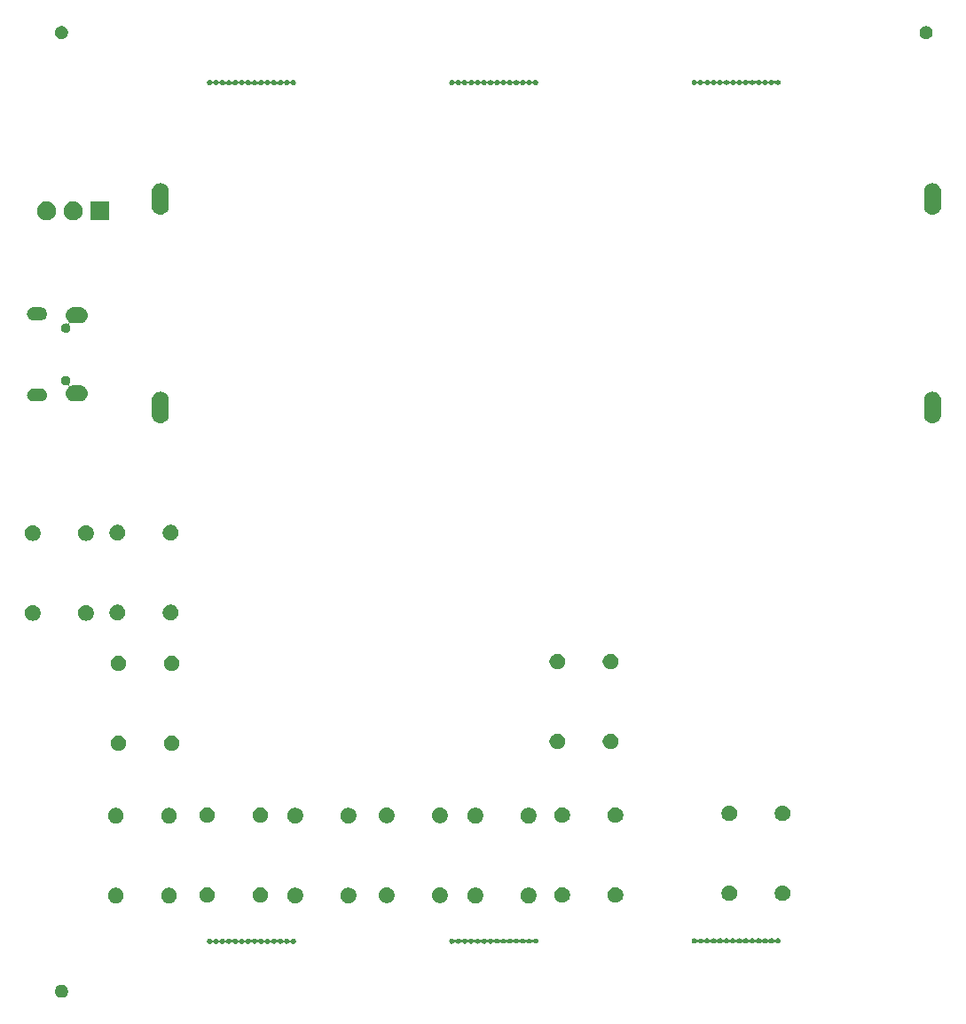
<source format=gbr>
G04 #@! TF.GenerationSoftware,KiCad,Pcbnew,5.1.5+dfsg1-2build2*
G04 #@! TF.CreationDate,2020-10-09T20:30:26+02:00*
G04 #@! TF.ProjectId,Logic_panel,4c6f6769-635f-4706-916e-656c2e6b6963,rev?*
G04 #@! TF.SameCoordinates,Original*
G04 #@! TF.FileFunction,Soldermask,Bot*
G04 #@! TF.FilePolarity,Negative*
%FSLAX46Y46*%
G04 Gerber Fmt 4.6, Leading zero omitted, Abs format (unit mm)*
G04 Created by KiCad (PCBNEW 5.1.5+dfsg1-2build2) date 2020-10-09 20:30:26*
%MOMM*%
%LPD*%
G04 APERTURE LIST*
%ADD10C,0.350000*%
G04 APERTURE END LIST*
D10*
G36*
X55121322Y-136359175D02*
G01*
X55181890Y-136371223D01*
X55238944Y-136394856D01*
X55295998Y-136418488D01*
X55398688Y-136487103D01*
X55486026Y-136574441D01*
X55554641Y-136677131D01*
X55601906Y-136791240D01*
X55626001Y-136912373D01*
X55626001Y-137035883D01*
X55601906Y-137157016D01*
X55554641Y-137271125D01*
X55486026Y-137373815D01*
X55398688Y-137461153D01*
X55295998Y-137529768D01*
X55238943Y-137553401D01*
X55181890Y-137577033D01*
X55121322Y-137589081D01*
X55060756Y-137601128D01*
X54937246Y-137601128D01*
X54876680Y-137589081D01*
X54816112Y-137577033D01*
X54759059Y-137553401D01*
X54702004Y-137529768D01*
X54599314Y-137461153D01*
X54511976Y-137373815D01*
X54443361Y-137271125D01*
X54396096Y-137157016D01*
X54372001Y-137035883D01*
X54372001Y-136912373D01*
X54396096Y-136791240D01*
X54443361Y-136677131D01*
X54511976Y-136574441D01*
X54599314Y-136487103D01*
X54702004Y-136418488D01*
X54759058Y-136394856D01*
X54816112Y-136371223D01*
X54876680Y-136359175D01*
X54937246Y-136347128D01*
X55060756Y-136347128D01*
X55121322Y-136359175D01*
G37*
G36*
X77205089Y-131963816D02*
G01*
X77216571Y-131968572D01*
X77250769Y-131982737D01*
X77291873Y-132010202D01*
X77291875Y-132010204D01*
X77291878Y-132010206D01*
X77326839Y-132045167D01*
X77326841Y-132045170D01*
X77326843Y-132045172D01*
X77354308Y-132086276D01*
X77366028Y-132114572D01*
X77373229Y-132131956D01*
X77382875Y-132180449D01*
X77382875Y-132229891D01*
X77373229Y-132278384D01*
X77369559Y-132287243D01*
X77354308Y-132324064D01*
X77326843Y-132365168D01*
X77326841Y-132365170D01*
X77326839Y-132365173D01*
X77291878Y-132400134D01*
X77291875Y-132400136D01*
X77291873Y-132400138D01*
X77250769Y-132427603D01*
X77233316Y-132434832D01*
X77205089Y-132446524D01*
X77156596Y-132456170D01*
X77107154Y-132456170D01*
X77058661Y-132446524D01*
X77030434Y-132434832D01*
X77012981Y-132427603D01*
X76971877Y-132400138D01*
X76971875Y-132400136D01*
X76971872Y-132400134D01*
X76936911Y-132365173D01*
X76928269Y-132352240D01*
X76912731Y-132333306D01*
X76893789Y-132317761D01*
X76872178Y-132306209D01*
X76848729Y-132299096D01*
X76824343Y-132296694D01*
X76799957Y-132299096D01*
X76776508Y-132306208D01*
X76754897Y-132317759D01*
X76735955Y-132333304D01*
X76720410Y-132352246D01*
X76717233Y-132357001D01*
X76711455Y-132365648D01*
X76676494Y-132400609D01*
X76676491Y-132400611D01*
X76676489Y-132400613D01*
X76635385Y-132428078D01*
X76607271Y-132439723D01*
X76589705Y-132446999D01*
X76541212Y-132456645D01*
X76491770Y-132456645D01*
X76443277Y-132446999D01*
X76425711Y-132439723D01*
X76397597Y-132428078D01*
X76356493Y-132400613D01*
X76356491Y-132400611D01*
X76356488Y-132400609D01*
X76321527Y-132365648D01*
X76312885Y-132352715D01*
X76297347Y-132333781D01*
X76278405Y-132318236D01*
X76256794Y-132306684D01*
X76233345Y-132299571D01*
X76208959Y-132297169D01*
X76184573Y-132299571D01*
X76161124Y-132306683D01*
X76139513Y-132318234D01*
X76120571Y-132333779D01*
X76105028Y-132352718D01*
X76096070Y-132366124D01*
X76061109Y-132401085D01*
X76061106Y-132401087D01*
X76061104Y-132401089D01*
X76020000Y-132428554D01*
X75995331Y-132438772D01*
X75974320Y-132447475D01*
X75925827Y-132457121D01*
X75876385Y-132457121D01*
X75827892Y-132447475D01*
X75806881Y-132438772D01*
X75782212Y-132428554D01*
X75741108Y-132401089D01*
X75741106Y-132401087D01*
X75741103Y-132401085D01*
X75706142Y-132366124D01*
X75697503Y-132353194D01*
X75681958Y-132334255D01*
X75663016Y-132318710D01*
X75641405Y-132307159D01*
X75617956Y-132300046D01*
X75593570Y-132297645D01*
X75569184Y-132300047D01*
X75545735Y-132307161D01*
X75524124Y-132318712D01*
X75505183Y-132334258D01*
X75489640Y-132353197D01*
X75486463Y-132357951D01*
X75480685Y-132366599D01*
X75445724Y-132401560D01*
X75445721Y-132401562D01*
X75445719Y-132401564D01*
X75404615Y-132429029D01*
X75376501Y-132440674D01*
X75358935Y-132447950D01*
X75310442Y-132457596D01*
X75261000Y-132457596D01*
X75212507Y-132447950D01*
X75194941Y-132440674D01*
X75166827Y-132429029D01*
X75125723Y-132401564D01*
X75125721Y-132401562D01*
X75125718Y-132401560D01*
X75090757Y-132366599D01*
X75084979Y-132357951D01*
X75082120Y-132353673D01*
X75066575Y-132334732D01*
X75047633Y-132319186D01*
X75026022Y-132307636D01*
X75002573Y-132300523D01*
X74978187Y-132298121D01*
X74953801Y-132300523D01*
X74930352Y-132307636D01*
X74908741Y-132319188D01*
X74889800Y-132334733D01*
X74874256Y-132353673D01*
X74865301Y-132367075D01*
X74830340Y-132402036D01*
X74830337Y-132402038D01*
X74830335Y-132402040D01*
X74789231Y-132429505D01*
X74764562Y-132439723D01*
X74743551Y-132448426D01*
X74695058Y-132458072D01*
X74645616Y-132458072D01*
X74597123Y-132448426D01*
X74576112Y-132439723D01*
X74551443Y-132429505D01*
X74510339Y-132402040D01*
X74510337Y-132402038D01*
X74510334Y-132402036D01*
X74475373Y-132367075D01*
X74466734Y-132354145D01*
X74451189Y-132335206D01*
X74432247Y-132319661D01*
X74410636Y-132308110D01*
X74387187Y-132300997D01*
X74362801Y-132298596D01*
X74338415Y-132300998D01*
X74314966Y-132308112D01*
X74293355Y-132319663D01*
X74274414Y-132335209D01*
X74258872Y-132354147D01*
X74249916Y-132367550D01*
X74214955Y-132402511D01*
X74214952Y-132402513D01*
X74214950Y-132402515D01*
X74173846Y-132429980D01*
X74145732Y-132441625D01*
X74128166Y-132448901D01*
X74079673Y-132458547D01*
X74030231Y-132458547D01*
X73981738Y-132448901D01*
X73964172Y-132441625D01*
X73936058Y-132429980D01*
X73894954Y-132402515D01*
X73894952Y-132402513D01*
X73894949Y-132402511D01*
X73859988Y-132367550D01*
X73859035Y-132366124D01*
X73851351Y-132354624D01*
X73835806Y-132335683D01*
X73816864Y-132320137D01*
X73795253Y-132308587D01*
X73771804Y-132301474D01*
X73747418Y-132299072D01*
X73723032Y-132301474D01*
X73699583Y-132308587D01*
X73677972Y-132320139D01*
X73659031Y-132335684D01*
X73643487Y-132354624D01*
X73634532Y-132368026D01*
X73599571Y-132402987D01*
X73599568Y-132402989D01*
X73599566Y-132402991D01*
X73558462Y-132430456D01*
X73533793Y-132440674D01*
X73512782Y-132449377D01*
X73464289Y-132459023D01*
X73414847Y-132459023D01*
X73366354Y-132449377D01*
X73345343Y-132440674D01*
X73320674Y-132430456D01*
X73279570Y-132402991D01*
X73279568Y-132402989D01*
X73279565Y-132402987D01*
X73244604Y-132368026D01*
X73235965Y-132355096D01*
X73220420Y-132336157D01*
X73201478Y-132320612D01*
X73179867Y-132309061D01*
X73156418Y-132301948D01*
X73132032Y-132299547D01*
X73107646Y-132301949D01*
X73084197Y-132309063D01*
X73062586Y-132320614D01*
X73043645Y-132336160D01*
X73028103Y-132355098D01*
X73019147Y-132368501D01*
X72984186Y-132403462D01*
X72984183Y-132403464D01*
X72984181Y-132403466D01*
X72943077Y-132430931D01*
X72914963Y-132442576D01*
X72897397Y-132449852D01*
X72848904Y-132459498D01*
X72799462Y-132459498D01*
X72750969Y-132449852D01*
X72733403Y-132442576D01*
X72705289Y-132430931D01*
X72664185Y-132403466D01*
X72664183Y-132403464D01*
X72664180Y-132403462D01*
X72629219Y-132368501D01*
X72620577Y-132355568D01*
X72605039Y-132336634D01*
X72586097Y-132321089D01*
X72564486Y-132309537D01*
X72541037Y-132302424D01*
X72516651Y-132300022D01*
X72492265Y-132302424D01*
X72468816Y-132309536D01*
X72447205Y-132321087D01*
X72428263Y-132336632D01*
X72412720Y-132355571D01*
X72403762Y-132368977D01*
X72368801Y-132403938D01*
X72368798Y-132403940D01*
X72368796Y-132403942D01*
X72327692Y-132431407D01*
X72303023Y-132441625D01*
X72282012Y-132450328D01*
X72233519Y-132459974D01*
X72184077Y-132459974D01*
X72135584Y-132450328D01*
X72114573Y-132441625D01*
X72089904Y-132431407D01*
X72048800Y-132403942D01*
X72048798Y-132403940D01*
X72048795Y-132403938D01*
X72013834Y-132368977D01*
X72005192Y-132356044D01*
X71989654Y-132337110D01*
X71970712Y-132321565D01*
X71949101Y-132310013D01*
X71925652Y-132302900D01*
X71901266Y-132300498D01*
X71876880Y-132302900D01*
X71853431Y-132310012D01*
X71831820Y-132321563D01*
X71812878Y-132337108D01*
X71797333Y-132356050D01*
X71788378Y-132369452D01*
X71753417Y-132404413D01*
X71753414Y-132404415D01*
X71753412Y-132404417D01*
X71712308Y-132431882D01*
X71684194Y-132443527D01*
X71666628Y-132450803D01*
X71618135Y-132460449D01*
X71568693Y-132460449D01*
X71520200Y-132450803D01*
X71502634Y-132443527D01*
X71474520Y-132431882D01*
X71433416Y-132404417D01*
X71433414Y-132404415D01*
X71433411Y-132404413D01*
X71398450Y-132369452D01*
X71389808Y-132356519D01*
X71374270Y-132337585D01*
X71355328Y-132322040D01*
X71333717Y-132310488D01*
X71310268Y-132303375D01*
X71285882Y-132300973D01*
X71261496Y-132303375D01*
X71238047Y-132310487D01*
X71216436Y-132322038D01*
X71197494Y-132337583D01*
X71181951Y-132356522D01*
X71172993Y-132369928D01*
X71138032Y-132404889D01*
X71138029Y-132404891D01*
X71138027Y-132404893D01*
X71096923Y-132432358D01*
X71072254Y-132442576D01*
X71051243Y-132451279D01*
X71002750Y-132460925D01*
X70953308Y-132460925D01*
X70904815Y-132451279D01*
X70883804Y-132442576D01*
X70859135Y-132432358D01*
X70818031Y-132404893D01*
X70818029Y-132404891D01*
X70818026Y-132404889D01*
X70783065Y-132369928D01*
X70774423Y-132356995D01*
X70758885Y-132338061D01*
X70739943Y-132322516D01*
X70718332Y-132310964D01*
X70694883Y-132303851D01*
X70670497Y-132301449D01*
X70646111Y-132303851D01*
X70622662Y-132310963D01*
X70601051Y-132322514D01*
X70582109Y-132338059D01*
X70566564Y-132357001D01*
X70557609Y-132370403D01*
X70522648Y-132405364D01*
X70522645Y-132405366D01*
X70522643Y-132405368D01*
X70481539Y-132432833D01*
X70453425Y-132444478D01*
X70435859Y-132451754D01*
X70387366Y-132461400D01*
X70337924Y-132461400D01*
X70289431Y-132451754D01*
X70271865Y-132444478D01*
X70243751Y-132432833D01*
X70202647Y-132405368D01*
X70202645Y-132405366D01*
X70202642Y-132405364D01*
X70167681Y-132370403D01*
X70159039Y-132357470D01*
X70143501Y-132338536D01*
X70124559Y-132322991D01*
X70102948Y-132311439D01*
X70079499Y-132304326D01*
X70055113Y-132301924D01*
X70030727Y-132304326D01*
X70007278Y-132311438D01*
X69985667Y-132322989D01*
X69966725Y-132338534D01*
X69951182Y-132357473D01*
X69942224Y-132370879D01*
X69907263Y-132405840D01*
X69907260Y-132405842D01*
X69907258Y-132405844D01*
X69866154Y-132433309D01*
X69841485Y-132443527D01*
X69820474Y-132452230D01*
X69771981Y-132461876D01*
X69722539Y-132461876D01*
X69674046Y-132452230D01*
X69653035Y-132443527D01*
X69628366Y-132433309D01*
X69587262Y-132405844D01*
X69587260Y-132405842D01*
X69587257Y-132405840D01*
X69552296Y-132370879D01*
X69543657Y-132357949D01*
X69528112Y-132339010D01*
X69509170Y-132323465D01*
X69487559Y-132311914D01*
X69464110Y-132304801D01*
X69439724Y-132302400D01*
X69415338Y-132304802D01*
X69391889Y-132311916D01*
X69370278Y-132323467D01*
X69351337Y-132339013D01*
X69335795Y-132357951D01*
X69326839Y-132371354D01*
X69291878Y-132406315D01*
X69291875Y-132406317D01*
X69291873Y-132406319D01*
X69250769Y-132433784D01*
X69224951Y-132444478D01*
X69205089Y-132452705D01*
X69156596Y-132462351D01*
X69107154Y-132462351D01*
X69058661Y-132452705D01*
X69038799Y-132444478D01*
X69012981Y-132433784D01*
X68971877Y-132406319D01*
X68971875Y-132406317D01*
X68971872Y-132406315D01*
X68936911Y-132371354D01*
X68936909Y-132371351D01*
X68936907Y-132371349D01*
X68909442Y-132330245D01*
X68894249Y-132293565D01*
X68890521Y-132284565D01*
X68880875Y-132236072D01*
X68880875Y-132186630D01*
X68890521Y-132138137D01*
X68900272Y-132114597D01*
X68909442Y-132092457D01*
X68936907Y-132051353D01*
X68936909Y-132051351D01*
X68936911Y-132051348D01*
X68971872Y-132016387D01*
X68971875Y-132016385D01*
X68971877Y-132016383D01*
X69012981Y-131988918D01*
X69046747Y-131974932D01*
X69058661Y-131969997D01*
X69107154Y-131960351D01*
X69156596Y-131960351D01*
X69205089Y-131969997D01*
X69217003Y-131974932D01*
X69250769Y-131988918D01*
X69291873Y-132016383D01*
X69291875Y-132016385D01*
X69291878Y-132016387D01*
X69326839Y-132051348D01*
X69335477Y-132064276D01*
X69351023Y-132083217D01*
X69369965Y-132098762D01*
X69391576Y-132110313D01*
X69415025Y-132117426D01*
X69439411Y-132119827D01*
X69463797Y-132117425D01*
X69487246Y-132110311D01*
X69508857Y-132098760D01*
X69527798Y-132083214D01*
X69543341Y-132064275D01*
X69552294Y-132050876D01*
X69552296Y-132050873D01*
X69587257Y-132015912D01*
X69587260Y-132015910D01*
X69587262Y-132015908D01*
X69628366Y-131988443D01*
X69672897Y-131969998D01*
X69674046Y-131969522D01*
X69722539Y-131959876D01*
X69771981Y-131959876D01*
X69820474Y-131969522D01*
X69821623Y-131969998D01*
X69866154Y-131988443D01*
X69907258Y-132015908D01*
X69907260Y-132015910D01*
X69907263Y-132015912D01*
X69942224Y-132050873D01*
X69950866Y-132063806D01*
X69966404Y-132082740D01*
X69985346Y-132098285D01*
X70006957Y-132109837D01*
X70030406Y-132116950D01*
X70054792Y-132119352D01*
X70079178Y-132116950D01*
X70102627Y-132109838D01*
X70124238Y-132098287D01*
X70143180Y-132082742D01*
X70158725Y-132063801D01*
X70158966Y-132063440D01*
X70167681Y-132050397D01*
X70202642Y-132015436D01*
X70202645Y-132015434D01*
X70202647Y-132015432D01*
X70243751Y-131987967D01*
X70288048Y-131969619D01*
X70289431Y-131969046D01*
X70337924Y-131959400D01*
X70387366Y-131959400D01*
X70435859Y-131969046D01*
X70437242Y-131969619D01*
X70481539Y-131987967D01*
X70522643Y-132015432D01*
X70522645Y-132015434D01*
X70522648Y-132015436D01*
X70557609Y-132050397D01*
X70566251Y-132063330D01*
X70581789Y-132082264D01*
X70600731Y-132097809D01*
X70622342Y-132109361D01*
X70645791Y-132116474D01*
X70670177Y-132118876D01*
X70694563Y-132116474D01*
X70718012Y-132109362D01*
X70739623Y-132097811D01*
X70758565Y-132082266D01*
X70774110Y-132063324D01*
X70783063Y-132049925D01*
X70783065Y-132049922D01*
X70818026Y-132014961D01*
X70818029Y-132014959D01*
X70818031Y-132014957D01*
X70859135Y-131987492D01*
X70891435Y-131974113D01*
X70904815Y-131968571D01*
X70953308Y-131958925D01*
X71002750Y-131958925D01*
X71051243Y-131968571D01*
X71064623Y-131974113D01*
X71096923Y-131987492D01*
X71138027Y-132014957D01*
X71138029Y-132014959D01*
X71138032Y-132014961D01*
X71172993Y-132049922D01*
X71181635Y-132062855D01*
X71197173Y-132081789D01*
X71216115Y-132097334D01*
X71237726Y-132108886D01*
X71261175Y-132115999D01*
X71285561Y-132118401D01*
X71309947Y-132115999D01*
X71333396Y-132108887D01*
X71355007Y-132097336D01*
X71373949Y-132081791D01*
X71389494Y-132062850D01*
X71389700Y-132062541D01*
X71398450Y-132049446D01*
X71433411Y-132014485D01*
X71433414Y-132014483D01*
X71433416Y-132014481D01*
X71474520Y-131987016D01*
X71518817Y-131968668D01*
X71520200Y-131968095D01*
X71568693Y-131958449D01*
X71618135Y-131958449D01*
X71666628Y-131968095D01*
X71668011Y-131968668D01*
X71712308Y-131987016D01*
X71753412Y-132014481D01*
X71753414Y-132014483D01*
X71753417Y-132014485D01*
X71788378Y-132049446D01*
X71797020Y-132062379D01*
X71812558Y-132081313D01*
X71831500Y-132096858D01*
X71853111Y-132108410D01*
X71876560Y-132115523D01*
X71900946Y-132117925D01*
X71925332Y-132115523D01*
X71948781Y-132108411D01*
X71970392Y-132096860D01*
X71989334Y-132081315D01*
X72004879Y-132062373D01*
X72013832Y-132048974D01*
X72013834Y-132048971D01*
X72048795Y-132014010D01*
X72048798Y-132014008D01*
X72048800Y-132014006D01*
X72089904Y-131986541D01*
X72122204Y-131973162D01*
X72135584Y-131967620D01*
X72184077Y-131957974D01*
X72233519Y-131957974D01*
X72282012Y-131967620D01*
X72295392Y-131973162D01*
X72327692Y-131986541D01*
X72368796Y-132014006D01*
X72368798Y-132014008D01*
X72368801Y-132014010D01*
X72403762Y-132048971D01*
X72412404Y-132061904D01*
X72427942Y-132080838D01*
X72446884Y-132096383D01*
X72468495Y-132107935D01*
X72491944Y-132115048D01*
X72516330Y-132117450D01*
X72540716Y-132115048D01*
X72564165Y-132107936D01*
X72585776Y-132096385D01*
X72604718Y-132080840D01*
X72620263Y-132061899D01*
X72620469Y-132061590D01*
X72629219Y-132048495D01*
X72664180Y-132013534D01*
X72664183Y-132013532D01*
X72664185Y-132013530D01*
X72705289Y-131986065D01*
X72744079Y-131969998D01*
X72750969Y-131967144D01*
X72799462Y-131957498D01*
X72848904Y-131957498D01*
X72897397Y-131967144D01*
X72904287Y-131969998D01*
X72943077Y-131986065D01*
X72984181Y-132013530D01*
X72984183Y-132013532D01*
X72984186Y-132013534D01*
X73019147Y-132048495D01*
X73027785Y-132061423D01*
X73043331Y-132080364D01*
X73062273Y-132095909D01*
X73083884Y-132107460D01*
X73107333Y-132114573D01*
X73131719Y-132116974D01*
X73156105Y-132114572D01*
X73179554Y-132107458D01*
X73201165Y-132095907D01*
X73220106Y-132080361D01*
X73235649Y-132061422D01*
X73244602Y-132048023D01*
X73244604Y-132048020D01*
X73279565Y-132013059D01*
X73279568Y-132013057D01*
X73279570Y-132013055D01*
X73320674Y-131985590D01*
X73352974Y-131972211D01*
X73366354Y-131966669D01*
X73414847Y-131957023D01*
X73464289Y-131957023D01*
X73512782Y-131966669D01*
X73526162Y-131972211D01*
X73558462Y-131985590D01*
X73599566Y-132013055D01*
X73599568Y-132013057D01*
X73599571Y-132013059D01*
X73634532Y-132048020D01*
X73634534Y-132048023D01*
X73643169Y-132060946D01*
X73658714Y-132079887D01*
X73677656Y-132095433D01*
X73699267Y-132106983D01*
X73722716Y-132114096D01*
X73747102Y-132116498D01*
X73771488Y-132114096D01*
X73794937Y-132106983D01*
X73816548Y-132095431D01*
X73835489Y-132079886D01*
X73851033Y-132060946D01*
X73858717Y-132049446D01*
X73859988Y-132047544D01*
X73894949Y-132012583D01*
X73894952Y-132012581D01*
X73894954Y-132012579D01*
X73936058Y-131985114D01*
X73972552Y-131969998D01*
X73981738Y-131966193D01*
X74030231Y-131956547D01*
X74079673Y-131956547D01*
X74128166Y-131966193D01*
X74137352Y-131969998D01*
X74173846Y-131985114D01*
X74214950Y-132012579D01*
X74214952Y-132012581D01*
X74214955Y-132012583D01*
X74249916Y-132047544D01*
X74258554Y-132060472D01*
X74274100Y-132079413D01*
X74293042Y-132094958D01*
X74314653Y-132106509D01*
X74338102Y-132113622D01*
X74362488Y-132116023D01*
X74386874Y-132113621D01*
X74410323Y-132106507D01*
X74431934Y-132094956D01*
X74450875Y-132079410D01*
X74466418Y-132060471D01*
X74475371Y-132047072D01*
X74475373Y-132047069D01*
X74510334Y-132012108D01*
X74510337Y-132012106D01*
X74510339Y-132012104D01*
X74551443Y-131984639D01*
X74585409Y-131970570D01*
X74597123Y-131965718D01*
X74645616Y-131956072D01*
X74695058Y-131956072D01*
X74743551Y-131965718D01*
X74755265Y-131970570D01*
X74789231Y-131984639D01*
X74830335Y-132012104D01*
X74830337Y-132012106D01*
X74830340Y-132012108D01*
X74865301Y-132047069D01*
X74865303Y-132047072D01*
X74873938Y-132059995D01*
X74889483Y-132078936D01*
X74908425Y-132094482D01*
X74930036Y-132106032D01*
X74953485Y-132113145D01*
X74977871Y-132115547D01*
X75002257Y-132113145D01*
X75025706Y-132106032D01*
X75047317Y-132094480D01*
X75066258Y-132078935D01*
X75081802Y-132059995D01*
X75089486Y-132048495D01*
X75090757Y-132046593D01*
X75125718Y-132011632D01*
X75125721Y-132011630D01*
X75125723Y-132011628D01*
X75166827Y-131984163D01*
X75201025Y-131969998D01*
X75212507Y-131965242D01*
X75261000Y-131955596D01*
X75310442Y-131955596D01*
X75358935Y-131965242D01*
X75370417Y-131969998D01*
X75404615Y-131984163D01*
X75445719Y-132011628D01*
X75445721Y-132011630D01*
X75445724Y-132011632D01*
X75480685Y-132046593D01*
X75489323Y-132059521D01*
X75504869Y-132078462D01*
X75523811Y-132094007D01*
X75545422Y-132105558D01*
X75568871Y-132112671D01*
X75593257Y-132115072D01*
X75617643Y-132112670D01*
X75641092Y-132105556D01*
X75662703Y-132094005D01*
X75681644Y-132078459D01*
X75697187Y-132059520D01*
X75706140Y-132046121D01*
X75706142Y-132046118D01*
X75741103Y-132011157D01*
X75741106Y-132011155D01*
X75741108Y-132011153D01*
X75782212Y-131983688D01*
X75816410Y-131969523D01*
X75827892Y-131964767D01*
X75876385Y-131955121D01*
X75925827Y-131955121D01*
X75974320Y-131964767D01*
X75985802Y-131969523D01*
X76020000Y-131983688D01*
X76061104Y-132011153D01*
X76061106Y-132011155D01*
X76061109Y-132011157D01*
X76096070Y-132046118D01*
X76104712Y-132059051D01*
X76120250Y-132077985D01*
X76139192Y-132093530D01*
X76160803Y-132105082D01*
X76184252Y-132112195D01*
X76208638Y-132114597D01*
X76233024Y-132112195D01*
X76256473Y-132105083D01*
X76278084Y-132093532D01*
X76297026Y-132077987D01*
X76312571Y-132059046D01*
X76312777Y-132058737D01*
X76321527Y-132045642D01*
X76356488Y-132010681D01*
X76356491Y-132010679D01*
X76356493Y-132010677D01*
X76397597Y-131983212D01*
X76431795Y-131969047D01*
X76443277Y-131964291D01*
X76491770Y-131954645D01*
X76541212Y-131954645D01*
X76589705Y-131964291D01*
X76601187Y-131969047D01*
X76635385Y-131983212D01*
X76676489Y-132010677D01*
X76676491Y-132010679D01*
X76676494Y-132010681D01*
X76711455Y-132045642D01*
X76720097Y-132058575D01*
X76735635Y-132077509D01*
X76754577Y-132093054D01*
X76776188Y-132104606D01*
X76799637Y-132111719D01*
X76824023Y-132114121D01*
X76848409Y-132111719D01*
X76871858Y-132104607D01*
X76893469Y-132093056D01*
X76912411Y-132077511D01*
X76927956Y-132058569D01*
X76936909Y-132045170D01*
X76936911Y-132045167D01*
X76971872Y-132010206D01*
X76971875Y-132010204D01*
X76971877Y-132010202D01*
X77012981Y-131982737D01*
X77047179Y-131968572D01*
X77058661Y-131963816D01*
X77107154Y-131954170D01*
X77156596Y-131954170D01*
X77205089Y-131963816D01*
G37*
G36*
X100337159Y-131945943D02*
G01*
X100348641Y-131950699D01*
X100382839Y-131964864D01*
X100423943Y-131992329D01*
X100423945Y-131992331D01*
X100423948Y-131992333D01*
X100458909Y-132027294D01*
X100458911Y-132027297D01*
X100458913Y-132027299D01*
X100486378Y-132068403D01*
X100497967Y-132096383D01*
X100505299Y-132114083D01*
X100514945Y-132162576D01*
X100514945Y-132212018D01*
X100505299Y-132260511D01*
X100501176Y-132270464D01*
X100486378Y-132306191D01*
X100458913Y-132347295D01*
X100458911Y-132347297D01*
X100458909Y-132347300D01*
X100423948Y-132382261D01*
X100423945Y-132382263D01*
X100423943Y-132382265D01*
X100382839Y-132409730D01*
X100354725Y-132421375D01*
X100337159Y-132428651D01*
X100288666Y-132438297D01*
X100239224Y-132438297D01*
X100190731Y-132428651D01*
X100173165Y-132421375D01*
X100145051Y-132409730D01*
X100103947Y-132382265D01*
X100103945Y-132382263D01*
X100103942Y-132382261D01*
X100068981Y-132347300D01*
X100060339Y-132334367D01*
X100044801Y-132315433D01*
X100025859Y-132299888D01*
X100004248Y-132288336D01*
X99980799Y-132281223D01*
X99956413Y-132278821D01*
X99932027Y-132281223D01*
X99908578Y-132288335D01*
X99886967Y-132299886D01*
X99868025Y-132315431D01*
X99852480Y-132334373D01*
X99849382Y-132339010D01*
X99843525Y-132347775D01*
X99808564Y-132382736D01*
X99808561Y-132382738D01*
X99808559Y-132382740D01*
X99767455Y-132410205D01*
X99739338Y-132421851D01*
X99721775Y-132429126D01*
X99673282Y-132438772D01*
X99623840Y-132438772D01*
X99575347Y-132429126D01*
X99557784Y-132421851D01*
X99529667Y-132410205D01*
X99488563Y-132382740D01*
X99488561Y-132382738D01*
X99488558Y-132382736D01*
X99453597Y-132347775D01*
X99444955Y-132334842D01*
X99429417Y-132315908D01*
X99410475Y-132300363D01*
X99388864Y-132288811D01*
X99365415Y-132281698D01*
X99341029Y-132279296D01*
X99316643Y-132281698D01*
X99293194Y-132288810D01*
X99271583Y-132300361D01*
X99252641Y-132315906D01*
X99237098Y-132334845D01*
X99228140Y-132348251D01*
X99193179Y-132383212D01*
X99193176Y-132383214D01*
X99193174Y-132383216D01*
X99152070Y-132410681D01*
X99123956Y-132422326D01*
X99106390Y-132429602D01*
X99057897Y-132439248D01*
X99008455Y-132439248D01*
X98959962Y-132429602D01*
X98942396Y-132422326D01*
X98914282Y-132410681D01*
X98873178Y-132383216D01*
X98873176Y-132383214D01*
X98873173Y-132383212D01*
X98838212Y-132348251D01*
X98829573Y-132335321D01*
X98814028Y-132316382D01*
X98795086Y-132300837D01*
X98773475Y-132289286D01*
X98750026Y-132282173D01*
X98725640Y-132279772D01*
X98701254Y-132282174D01*
X98677805Y-132289288D01*
X98656194Y-132300839D01*
X98637253Y-132316385D01*
X98621710Y-132335324D01*
X98618533Y-132340078D01*
X98612755Y-132348726D01*
X98577794Y-132383687D01*
X98577791Y-132383689D01*
X98577789Y-132383691D01*
X98536685Y-132411156D01*
X98508571Y-132422801D01*
X98491005Y-132430077D01*
X98442512Y-132439723D01*
X98393070Y-132439723D01*
X98344577Y-132430077D01*
X98327011Y-132422801D01*
X98298897Y-132411156D01*
X98257793Y-132383691D01*
X98257791Y-132383689D01*
X98257788Y-132383687D01*
X98222827Y-132348726D01*
X98217049Y-132340078D01*
X98214190Y-132335800D01*
X98198645Y-132316859D01*
X98179703Y-132301313D01*
X98158092Y-132289763D01*
X98134643Y-132282650D01*
X98110257Y-132280248D01*
X98085871Y-132282650D01*
X98062422Y-132289763D01*
X98040811Y-132301315D01*
X98021870Y-132316860D01*
X98006326Y-132335800D01*
X97997371Y-132349202D01*
X97962410Y-132384163D01*
X97962407Y-132384165D01*
X97962405Y-132384167D01*
X97921301Y-132411632D01*
X97895483Y-132422326D01*
X97875621Y-132430553D01*
X97827128Y-132440199D01*
X97777686Y-132440199D01*
X97729193Y-132430553D01*
X97709331Y-132422326D01*
X97683513Y-132411632D01*
X97642409Y-132384167D01*
X97642407Y-132384165D01*
X97642404Y-132384163D01*
X97607443Y-132349202D01*
X97598804Y-132336272D01*
X97583259Y-132317333D01*
X97564317Y-132301788D01*
X97542706Y-132290237D01*
X97519257Y-132283124D01*
X97494871Y-132280723D01*
X97470485Y-132283125D01*
X97447036Y-132290239D01*
X97425425Y-132301790D01*
X97406484Y-132317336D01*
X97390942Y-132336274D01*
X97381986Y-132349677D01*
X97347025Y-132384638D01*
X97347022Y-132384640D01*
X97347020Y-132384642D01*
X97305916Y-132412107D01*
X97277802Y-132423752D01*
X97260236Y-132431028D01*
X97211743Y-132440674D01*
X97162301Y-132440674D01*
X97113808Y-132431028D01*
X97096242Y-132423752D01*
X97068128Y-132412107D01*
X97027024Y-132384642D01*
X97027022Y-132384640D01*
X97027019Y-132384638D01*
X96992058Y-132349677D01*
X96991105Y-132348251D01*
X96983421Y-132336751D01*
X96967876Y-132317810D01*
X96948934Y-132302264D01*
X96927323Y-132290714D01*
X96903874Y-132283601D01*
X96879488Y-132281199D01*
X96855102Y-132283601D01*
X96831653Y-132290714D01*
X96810042Y-132302266D01*
X96791101Y-132317811D01*
X96775557Y-132336751D01*
X96766602Y-132350153D01*
X96731641Y-132385114D01*
X96731638Y-132385116D01*
X96731636Y-132385118D01*
X96690532Y-132412583D01*
X96665863Y-132422801D01*
X96644852Y-132431504D01*
X96596359Y-132441150D01*
X96546917Y-132441150D01*
X96498424Y-132431504D01*
X96477413Y-132422801D01*
X96452744Y-132412583D01*
X96411640Y-132385118D01*
X96411638Y-132385116D01*
X96411635Y-132385114D01*
X96376674Y-132350153D01*
X96368035Y-132337223D01*
X96352490Y-132318284D01*
X96333548Y-132302739D01*
X96311937Y-132291188D01*
X96288488Y-132284075D01*
X96264102Y-132281674D01*
X96239716Y-132284076D01*
X96216267Y-132291190D01*
X96194656Y-132302741D01*
X96175715Y-132318287D01*
X96160173Y-132337225D01*
X96151217Y-132350628D01*
X96116256Y-132385589D01*
X96116253Y-132385591D01*
X96116251Y-132385593D01*
X96075147Y-132413058D01*
X96047033Y-132424703D01*
X96029467Y-132431979D01*
X95980974Y-132441625D01*
X95931532Y-132441625D01*
X95883039Y-132431979D01*
X95865473Y-132424703D01*
X95837359Y-132413058D01*
X95796255Y-132385593D01*
X95796253Y-132385591D01*
X95796250Y-132385589D01*
X95761289Y-132350628D01*
X95752647Y-132337695D01*
X95737109Y-132318761D01*
X95718167Y-132303216D01*
X95696556Y-132291664D01*
X95673107Y-132284551D01*
X95648721Y-132282149D01*
X95624335Y-132284551D01*
X95600886Y-132291663D01*
X95579275Y-132303214D01*
X95560333Y-132318759D01*
X95544790Y-132337698D01*
X95535832Y-132351104D01*
X95500871Y-132386065D01*
X95500868Y-132386067D01*
X95500866Y-132386069D01*
X95459762Y-132413534D01*
X95435093Y-132423752D01*
X95414082Y-132432455D01*
X95365589Y-132442101D01*
X95316147Y-132442101D01*
X95267654Y-132432455D01*
X95246643Y-132423752D01*
X95221974Y-132413534D01*
X95180870Y-132386069D01*
X95180868Y-132386067D01*
X95180865Y-132386065D01*
X95145904Y-132351104D01*
X95137262Y-132338171D01*
X95121724Y-132319237D01*
X95102782Y-132303692D01*
X95081171Y-132292140D01*
X95057722Y-132285027D01*
X95033336Y-132282625D01*
X95008950Y-132285027D01*
X94985501Y-132292139D01*
X94963890Y-132303690D01*
X94944948Y-132319235D01*
X94929403Y-132338177D01*
X94920448Y-132351579D01*
X94885487Y-132386540D01*
X94885484Y-132386542D01*
X94885482Y-132386544D01*
X94844378Y-132414009D01*
X94816264Y-132425654D01*
X94798698Y-132432930D01*
X94750205Y-132442576D01*
X94700763Y-132442576D01*
X94652270Y-132432930D01*
X94634704Y-132425654D01*
X94606590Y-132414009D01*
X94565486Y-132386544D01*
X94565484Y-132386542D01*
X94565481Y-132386540D01*
X94530520Y-132351579D01*
X94521878Y-132338646D01*
X94506340Y-132319712D01*
X94487398Y-132304167D01*
X94465787Y-132292615D01*
X94442338Y-132285502D01*
X94417952Y-132283100D01*
X94393566Y-132285502D01*
X94370117Y-132292614D01*
X94348506Y-132304165D01*
X94329564Y-132319710D01*
X94314021Y-132338649D01*
X94305063Y-132352055D01*
X94270102Y-132387016D01*
X94270099Y-132387018D01*
X94270097Y-132387020D01*
X94228993Y-132414485D01*
X94204324Y-132424703D01*
X94183313Y-132433406D01*
X94134820Y-132443052D01*
X94085378Y-132443052D01*
X94036885Y-132433406D01*
X94015874Y-132424703D01*
X93991205Y-132414485D01*
X93950101Y-132387020D01*
X93950099Y-132387018D01*
X93950096Y-132387016D01*
X93915135Y-132352055D01*
X93906493Y-132339122D01*
X93890955Y-132320188D01*
X93872013Y-132304643D01*
X93850402Y-132293091D01*
X93826953Y-132285978D01*
X93802567Y-132283576D01*
X93778181Y-132285978D01*
X93754732Y-132293090D01*
X93733121Y-132304641D01*
X93714179Y-132320186D01*
X93698634Y-132339128D01*
X93689679Y-132352530D01*
X93654718Y-132387491D01*
X93654715Y-132387493D01*
X93654713Y-132387495D01*
X93613609Y-132414960D01*
X93585495Y-132426605D01*
X93567929Y-132433881D01*
X93519436Y-132443527D01*
X93469994Y-132443527D01*
X93421501Y-132433881D01*
X93403935Y-132426605D01*
X93375821Y-132414960D01*
X93334717Y-132387495D01*
X93334715Y-132387493D01*
X93334712Y-132387491D01*
X93299751Y-132352530D01*
X93291109Y-132339597D01*
X93275571Y-132320663D01*
X93256629Y-132305118D01*
X93235018Y-132293566D01*
X93211569Y-132286453D01*
X93187183Y-132284051D01*
X93162797Y-132286453D01*
X93139348Y-132293565D01*
X93117737Y-132305116D01*
X93098795Y-132320661D01*
X93083252Y-132339600D01*
X93074294Y-132353006D01*
X93039333Y-132387967D01*
X93039330Y-132387969D01*
X93039328Y-132387971D01*
X92998224Y-132415436D01*
X92967703Y-132428078D01*
X92952544Y-132434357D01*
X92904051Y-132444003D01*
X92854609Y-132444003D01*
X92806116Y-132434357D01*
X92790957Y-132428078D01*
X92760436Y-132415436D01*
X92719332Y-132387971D01*
X92719330Y-132387969D01*
X92719327Y-132387967D01*
X92684366Y-132353006D01*
X92675727Y-132340076D01*
X92660182Y-132321137D01*
X92641240Y-132305592D01*
X92619629Y-132294041D01*
X92596180Y-132286928D01*
X92571794Y-132284527D01*
X92547408Y-132286929D01*
X92523959Y-132294043D01*
X92502348Y-132305594D01*
X92483407Y-132321140D01*
X92467865Y-132340078D01*
X92458909Y-132353481D01*
X92423948Y-132388442D01*
X92423945Y-132388444D01*
X92423943Y-132388446D01*
X92382839Y-132415911D01*
X92352315Y-132428554D01*
X92337159Y-132434832D01*
X92288666Y-132444478D01*
X92239224Y-132444478D01*
X92190731Y-132434832D01*
X92175575Y-132428554D01*
X92145051Y-132415911D01*
X92103947Y-132388446D01*
X92103945Y-132388444D01*
X92103942Y-132388442D01*
X92068981Y-132353481D01*
X92068979Y-132353478D01*
X92068977Y-132353476D01*
X92041512Y-132312372D01*
X92026122Y-132275217D01*
X92022591Y-132266692D01*
X92012945Y-132218199D01*
X92012945Y-132168757D01*
X92022591Y-132120264D01*
X92032342Y-132096724D01*
X92041512Y-132074584D01*
X92068977Y-132033480D01*
X92068979Y-132033478D01*
X92068981Y-132033475D01*
X92103942Y-131998514D01*
X92103945Y-131998512D01*
X92103947Y-131998510D01*
X92145051Y-131971045D01*
X92190729Y-131952125D01*
X92190728Y-131952125D01*
X92190731Y-131952124D01*
X92239224Y-131942478D01*
X92288666Y-131942478D01*
X92337159Y-131952124D01*
X92337162Y-131952125D01*
X92337161Y-131952125D01*
X92382839Y-131971045D01*
X92423943Y-131998510D01*
X92423945Y-131998512D01*
X92423948Y-131998514D01*
X92458909Y-132033475D01*
X92467547Y-132046403D01*
X92483093Y-132065344D01*
X92502035Y-132080889D01*
X92523646Y-132092440D01*
X92547095Y-132099553D01*
X92571481Y-132101954D01*
X92595867Y-132099552D01*
X92619316Y-132092438D01*
X92640927Y-132080887D01*
X92659868Y-132065341D01*
X92675411Y-132046402D01*
X92684364Y-132033003D01*
X92684366Y-132033000D01*
X92719327Y-131998039D01*
X92719330Y-131998037D01*
X92719332Y-131998035D01*
X92760436Y-131970570D01*
X92804967Y-131952125D01*
X92806116Y-131951649D01*
X92854609Y-131942003D01*
X92904051Y-131942003D01*
X92952544Y-131951649D01*
X92953693Y-131952125D01*
X92998224Y-131970570D01*
X93039328Y-131998035D01*
X93039330Y-131998037D01*
X93039333Y-131998039D01*
X93074294Y-132033000D01*
X93082936Y-132045933D01*
X93098474Y-132064867D01*
X93117416Y-132080412D01*
X93139027Y-132091964D01*
X93162476Y-132099077D01*
X93186862Y-132101479D01*
X93211248Y-132099077D01*
X93234697Y-132091965D01*
X93256308Y-132080414D01*
X93275250Y-132064869D01*
X93290795Y-132045928D01*
X93291036Y-132045567D01*
X93299751Y-132032524D01*
X93334712Y-131997563D01*
X93334715Y-131997561D01*
X93334717Y-131997559D01*
X93375821Y-131970094D01*
X93420118Y-131951746D01*
X93421501Y-131951173D01*
X93469994Y-131941527D01*
X93519436Y-131941527D01*
X93567929Y-131951173D01*
X93569312Y-131951746D01*
X93613609Y-131970094D01*
X93654713Y-131997559D01*
X93654715Y-131997561D01*
X93654718Y-131997563D01*
X93689679Y-132032524D01*
X93698321Y-132045457D01*
X93713859Y-132064391D01*
X93732801Y-132079936D01*
X93754412Y-132091488D01*
X93777861Y-132098601D01*
X93802247Y-132101003D01*
X93826633Y-132098601D01*
X93850082Y-132091489D01*
X93871693Y-132079938D01*
X93890635Y-132064393D01*
X93906180Y-132045451D01*
X93915133Y-132032052D01*
X93915135Y-132032049D01*
X93950096Y-131997088D01*
X93950099Y-131997086D01*
X93950101Y-131997084D01*
X93991205Y-131969619D01*
X94028503Y-131954170D01*
X94036885Y-131950698D01*
X94085378Y-131941052D01*
X94134820Y-131941052D01*
X94183313Y-131950698D01*
X94191695Y-131954170D01*
X94228993Y-131969619D01*
X94270097Y-131997084D01*
X94270099Y-131997086D01*
X94270102Y-131997088D01*
X94305063Y-132032049D01*
X94313705Y-132044982D01*
X94329243Y-132063916D01*
X94348185Y-132079461D01*
X94369796Y-132091013D01*
X94393245Y-132098126D01*
X94417631Y-132100528D01*
X94442017Y-132098126D01*
X94465466Y-132091014D01*
X94487077Y-132079463D01*
X94506019Y-132063918D01*
X94521564Y-132044977D01*
X94521806Y-132044615D01*
X94530520Y-132031573D01*
X94565481Y-131996612D01*
X94565484Y-131996610D01*
X94565486Y-131996608D01*
X94606590Y-131969143D01*
X94650887Y-131950795D01*
X94652270Y-131950222D01*
X94700763Y-131940576D01*
X94750205Y-131940576D01*
X94798698Y-131950222D01*
X94800081Y-131950795D01*
X94844378Y-131969143D01*
X94885482Y-131996608D01*
X94885484Y-131996610D01*
X94885487Y-131996612D01*
X94920448Y-132031573D01*
X94929090Y-132044506D01*
X94944628Y-132063440D01*
X94963570Y-132078985D01*
X94985181Y-132090537D01*
X95008630Y-132097650D01*
X95033016Y-132100052D01*
X95057402Y-132097650D01*
X95080851Y-132090538D01*
X95102462Y-132078987D01*
X95121404Y-132063442D01*
X95136949Y-132044500D01*
X95145902Y-132031101D01*
X95145904Y-132031098D01*
X95180865Y-131996137D01*
X95180868Y-131996135D01*
X95180870Y-131996133D01*
X95221974Y-131968668D01*
X95256976Y-131954170D01*
X95267654Y-131949747D01*
X95316147Y-131940101D01*
X95365589Y-131940101D01*
X95414082Y-131949747D01*
X95424760Y-131954170D01*
X95459762Y-131968668D01*
X95500866Y-131996133D01*
X95500868Y-131996135D01*
X95500871Y-131996137D01*
X95535832Y-132031098D01*
X95544474Y-132044031D01*
X95560012Y-132062965D01*
X95578954Y-132078510D01*
X95600565Y-132090062D01*
X95624014Y-132097175D01*
X95648400Y-132099577D01*
X95672786Y-132097175D01*
X95696235Y-132090063D01*
X95717846Y-132078512D01*
X95736788Y-132062967D01*
X95752333Y-132044026D01*
X95752651Y-132043550D01*
X95761289Y-132030622D01*
X95796250Y-131995661D01*
X95796253Y-131995659D01*
X95796255Y-131995657D01*
X95837359Y-131968192D01*
X95876149Y-131952125D01*
X95883039Y-131949271D01*
X95931532Y-131939625D01*
X95980974Y-131939625D01*
X96029467Y-131949271D01*
X96036357Y-131952125D01*
X96075147Y-131968192D01*
X96116251Y-131995657D01*
X96116253Y-131995659D01*
X96116256Y-131995661D01*
X96151217Y-132030622D01*
X96159855Y-132043550D01*
X96175401Y-132062491D01*
X96194343Y-132078036D01*
X96215954Y-132089587D01*
X96239403Y-132096700D01*
X96263789Y-132099101D01*
X96288175Y-132096699D01*
X96311624Y-132089585D01*
X96333235Y-132078034D01*
X96352176Y-132062488D01*
X96367719Y-132043549D01*
X96376672Y-132030150D01*
X96376674Y-132030147D01*
X96411635Y-131995186D01*
X96411638Y-131995184D01*
X96411640Y-131995182D01*
X96452744Y-131967717D01*
X96485450Y-131954170D01*
X96498424Y-131948796D01*
X96546917Y-131939150D01*
X96596359Y-131939150D01*
X96644852Y-131948796D01*
X96657826Y-131954170D01*
X96690532Y-131967717D01*
X96731636Y-131995182D01*
X96731638Y-131995184D01*
X96731641Y-131995186D01*
X96766602Y-132030147D01*
X96766604Y-132030150D01*
X96775239Y-132043073D01*
X96790784Y-132062014D01*
X96809726Y-132077560D01*
X96831337Y-132089110D01*
X96854786Y-132096223D01*
X96879172Y-132098625D01*
X96903558Y-132096223D01*
X96927007Y-132089110D01*
X96948618Y-132077558D01*
X96967559Y-132062013D01*
X96983103Y-132043073D01*
X96990787Y-132031573D01*
X96992058Y-132029671D01*
X97027019Y-131994710D01*
X97027022Y-131994708D01*
X97027024Y-131994706D01*
X97068128Y-131967241D01*
X97104622Y-131952125D01*
X97113808Y-131948320D01*
X97162301Y-131938674D01*
X97211743Y-131938674D01*
X97260236Y-131948320D01*
X97269422Y-131952125D01*
X97305916Y-131967241D01*
X97347020Y-131994706D01*
X97347022Y-131994708D01*
X97347025Y-131994710D01*
X97381986Y-132029671D01*
X97390624Y-132042599D01*
X97406170Y-132061540D01*
X97425112Y-132077085D01*
X97446723Y-132088636D01*
X97470172Y-132095749D01*
X97494558Y-132098150D01*
X97518944Y-132095748D01*
X97542393Y-132088634D01*
X97564004Y-132077083D01*
X97582945Y-132061537D01*
X97598488Y-132042598D01*
X97607441Y-132029199D01*
X97607443Y-132029196D01*
X97642404Y-131994235D01*
X97642407Y-131994233D01*
X97642409Y-131994231D01*
X97683513Y-131966766D01*
X97717479Y-131952697D01*
X97729193Y-131947845D01*
X97777686Y-131938199D01*
X97827128Y-131938199D01*
X97875621Y-131947845D01*
X97887335Y-131952697D01*
X97921301Y-131966766D01*
X97962405Y-131994231D01*
X97962407Y-131994233D01*
X97962410Y-131994235D01*
X97997371Y-132029196D01*
X97997373Y-132029199D01*
X98006008Y-132042122D01*
X98021553Y-132061063D01*
X98040495Y-132076609D01*
X98062106Y-132088159D01*
X98085555Y-132095272D01*
X98109941Y-132097674D01*
X98134327Y-132095272D01*
X98157776Y-132088159D01*
X98179387Y-132076607D01*
X98198328Y-132061062D01*
X98213872Y-132042122D01*
X98221556Y-132030622D01*
X98222827Y-132028720D01*
X98257788Y-131993759D01*
X98257791Y-131993757D01*
X98257793Y-131993755D01*
X98298897Y-131966290D01*
X98333095Y-131952125D01*
X98344577Y-131947369D01*
X98393070Y-131937723D01*
X98442512Y-131937723D01*
X98491005Y-131947369D01*
X98502487Y-131952125D01*
X98536685Y-131966290D01*
X98577789Y-131993755D01*
X98577791Y-131993757D01*
X98577794Y-131993759D01*
X98612755Y-132028720D01*
X98621393Y-132041648D01*
X98636939Y-132060589D01*
X98655881Y-132076134D01*
X98677492Y-132087685D01*
X98700941Y-132094798D01*
X98725327Y-132097199D01*
X98749713Y-132094797D01*
X98773162Y-132087683D01*
X98794773Y-132076132D01*
X98813714Y-132060586D01*
X98829257Y-132041647D01*
X98838210Y-132028248D01*
X98838212Y-132028245D01*
X98873173Y-131993284D01*
X98873176Y-131993282D01*
X98873178Y-131993280D01*
X98914282Y-131965815D01*
X98948480Y-131951650D01*
X98959962Y-131946894D01*
X99008455Y-131937248D01*
X99057897Y-131937248D01*
X99106390Y-131946894D01*
X99117872Y-131951650D01*
X99152070Y-131965815D01*
X99193174Y-131993280D01*
X99193176Y-131993282D01*
X99193179Y-131993284D01*
X99228140Y-132028245D01*
X99236782Y-132041178D01*
X99252320Y-132060112D01*
X99271262Y-132075657D01*
X99292873Y-132087209D01*
X99316322Y-132094322D01*
X99340708Y-132096724D01*
X99365094Y-132094322D01*
X99388543Y-132087210D01*
X99410154Y-132075659D01*
X99429096Y-132060114D01*
X99444641Y-132041173D01*
X99444643Y-132041170D01*
X99453597Y-132027769D01*
X99488558Y-131992808D01*
X99488561Y-131992806D01*
X99488563Y-131992804D01*
X99529667Y-131965339D01*
X99563865Y-131951174D01*
X99575347Y-131946418D01*
X99623840Y-131936772D01*
X99673282Y-131936772D01*
X99721775Y-131946418D01*
X99733257Y-131951174D01*
X99767455Y-131965339D01*
X99808559Y-131992804D01*
X99808561Y-131992806D01*
X99808564Y-131992808D01*
X99843525Y-132027769D01*
X99852167Y-132040702D01*
X99867705Y-132059636D01*
X99886647Y-132075181D01*
X99908258Y-132086733D01*
X99931707Y-132093846D01*
X99956093Y-132096248D01*
X99980479Y-132093846D01*
X100003928Y-132086734D01*
X100025539Y-132075183D01*
X100044481Y-132059638D01*
X100060026Y-132040696D01*
X100068979Y-132027297D01*
X100068981Y-132027294D01*
X100103942Y-131992333D01*
X100103945Y-131992331D01*
X100103947Y-131992329D01*
X100145051Y-131964864D01*
X100179249Y-131950699D01*
X100190731Y-131945943D01*
X100239224Y-131936297D01*
X100288666Y-131936297D01*
X100337159Y-131945943D01*
G37*
G36*
X123469228Y-131928070D02*
G01*
X123480710Y-131932826D01*
X123514908Y-131946991D01*
X123556012Y-131974456D01*
X123556014Y-131974458D01*
X123556017Y-131974460D01*
X123590978Y-132009421D01*
X123590980Y-132009424D01*
X123590982Y-132009426D01*
X123618447Y-132050530D01*
X123631021Y-132080887D01*
X123637368Y-132096210D01*
X123647014Y-132144703D01*
X123647014Y-132194145D01*
X123637368Y-132242638D01*
X123635398Y-132247393D01*
X123618447Y-132288318D01*
X123590982Y-132329422D01*
X123590980Y-132329424D01*
X123590978Y-132329427D01*
X123556017Y-132364388D01*
X123556014Y-132364390D01*
X123556012Y-132364392D01*
X123514908Y-132391857D01*
X123484594Y-132404413D01*
X123469228Y-132410778D01*
X123420735Y-132420424D01*
X123371293Y-132420424D01*
X123322800Y-132410778D01*
X123307434Y-132404413D01*
X123277120Y-132391857D01*
X123236016Y-132364392D01*
X123236014Y-132364390D01*
X123236011Y-132364388D01*
X123201050Y-132329427D01*
X123195160Y-132320612D01*
X123192413Y-132316501D01*
X123176868Y-132297560D01*
X123157926Y-132282014D01*
X123136315Y-132270464D01*
X123112866Y-132263351D01*
X123088480Y-132260949D01*
X123064094Y-132263351D01*
X123040645Y-132270464D01*
X123019034Y-132282016D01*
X123000093Y-132297561D01*
X122984549Y-132316501D01*
X122975594Y-132329903D01*
X122940633Y-132364864D01*
X122940630Y-132364866D01*
X122940628Y-132364868D01*
X122899524Y-132392333D01*
X122872646Y-132403466D01*
X122853844Y-132411254D01*
X122805351Y-132420900D01*
X122755909Y-132420900D01*
X122707416Y-132411254D01*
X122688614Y-132403466D01*
X122661736Y-132392333D01*
X122620632Y-132364868D01*
X122620630Y-132364866D01*
X122620627Y-132364864D01*
X122585666Y-132329903D01*
X122577027Y-132316973D01*
X122561482Y-132298034D01*
X122542540Y-132282489D01*
X122520929Y-132270938D01*
X122497480Y-132263825D01*
X122473094Y-132261424D01*
X122448708Y-132263826D01*
X122425259Y-132270940D01*
X122403648Y-132282491D01*
X122384707Y-132298037D01*
X122369164Y-132316976D01*
X122366099Y-132321563D01*
X122360209Y-132330378D01*
X122325248Y-132365339D01*
X122325245Y-132365341D01*
X122325243Y-132365343D01*
X122284139Y-132392808D01*
X122253825Y-132405364D01*
X122238459Y-132411729D01*
X122189966Y-132421375D01*
X122140524Y-132421375D01*
X122092031Y-132411729D01*
X122076665Y-132405364D01*
X122046351Y-132392808D01*
X122005247Y-132365343D01*
X122005245Y-132365341D01*
X122005242Y-132365339D01*
X121970281Y-132330378D01*
X121961639Y-132317445D01*
X121946101Y-132298511D01*
X121927159Y-132282966D01*
X121905548Y-132271414D01*
X121882099Y-132264301D01*
X121857713Y-132261899D01*
X121833327Y-132264301D01*
X121809878Y-132271413D01*
X121788267Y-132282964D01*
X121769325Y-132298509D01*
X121753782Y-132317448D01*
X121744824Y-132330854D01*
X121709863Y-132365815D01*
X121709860Y-132365817D01*
X121709858Y-132365819D01*
X121668754Y-132393284D01*
X121641876Y-132404417D01*
X121623074Y-132412205D01*
X121574581Y-132421851D01*
X121525139Y-132421851D01*
X121476646Y-132412205D01*
X121457844Y-132404417D01*
X121430966Y-132393284D01*
X121389862Y-132365819D01*
X121389860Y-132365817D01*
X121389857Y-132365815D01*
X121354896Y-132330854D01*
X121346254Y-132317921D01*
X121330716Y-132298987D01*
X121311774Y-132283442D01*
X121290163Y-132271890D01*
X121266714Y-132264777D01*
X121242328Y-132262375D01*
X121217942Y-132264777D01*
X121194493Y-132271889D01*
X121172882Y-132283440D01*
X121153940Y-132298985D01*
X121138395Y-132317927D01*
X121129440Y-132331329D01*
X121094479Y-132366290D01*
X121094476Y-132366292D01*
X121094474Y-132366294D01*
X121053370Y-132393759D01*
X121023056Y-132406315D01*
X121007690Y-132412680D01*
X120959197Y-132422326D01*
X120909755Y-132422326D01*
X120861262Y-132412680D01*
X120845896Y-132406315D01*
X120815582Y-132393759D01*
X120774478Y-132366294D01*
X120774476Y-132366292D01*
X120774473Y-132366290D01*
X120739512Y-132331329D01*
X120730873Y-132318399D01*
X120715328Y-132299460D01*
X120696386Y-132283915D01*
X120674775Y-132272364D01*
X120651326Y-132265251D01*
X120626940Y-132262850D01*
X120602554Y-132265252D01*
X120579105Y-132272366D01*
X120557494Y-132283917D01*
X120538553Y-132299463D01*
X120523011Y-132318401D01*
X120514055Y-132331804D01*
X120479094Y-132366765D01*
X120479091Y-132366767D01*
X120479089Y-132366769D01*
X120437985Y-132394234D01*
X120405685Y-132407613D01*
X120392305Y-132413155D01*
X120343812Y-132422801D01*
X120294370Y-132422801D01*
X120245877Y-132413155D01*
X120232497Y-132407613D01*
X120200197Y-132394234D01*
X120159093Y-132366769D01*
X120159091Y-132366767D01*
X120159088Y-132366765D01*
X120124127Y-132331804D01*
X120117603Y-132322040D01*
X120115490Y-132318878D01*
X120099945Y-132299937D01*
X120081003Y-132284391D01*
X120059392Y-132272841D01*
X120035943Y-132265728D01*
X120011557Y-132263326D01*
X119987171Y-132265728D01*
X119963722Y-132272841D01*
X119942111Y-132284393D01*
X119923170Y-132299938D01*
X119907626Y-132318878D01*
X119898671Y-132332280D01*
X119863710Y-132367241D01*
X119863707Y-132367243D01*
X119863705Y-132367245D01*
X119822601Y-132394710D01*
X119794583Y-132406315D01*
X119776921Y-132413631D01*
X119728428Y-132423277D01*
X119678986Y-132423277D01*
X119630493Y-132413631D01*
X119612831Y-132406315D01*
X119584813Y-132394710D01*
X119543709Y-132367245D01*
X119543707Y-132367243D01*
X119543704Y-132367241D01*
X119508743Y-132332280D01*
X119500104Y-132319350D01*
X119484559Y-132300411D01*
X119465617Y-132284866D01*
X119444006Y-132273315D01*
X119420557Y-132266202D01*
X119396171Y-132263801D01*
X119371785Y-132266203D01*
X119348336Y-132273317D01*
X119326725Y-132284868D01*
X119307784Y-132300414D01*
X119292242Y-132319352D01*
X119283286Y-132332755D01*
X119248325Y-132367716D01*
X119248322Y-132367718D01*
X119248320Y-132367720D01*
X119207216Y-132395185D01*
X119174916Y-132408564D01*
X119161536Y-132414106D01*
X119113043Y-132423752D01*
X119063601Y-132423752D01*
X119015108Y-132414106D01*
X119001728Y-132408564D01*
X118969428Y-132395185D01*
X118928324Y-132367720D01*
X118928322Y-132367718D01*
X118928319Y-132367716D01*
X118893358Y-132332755D01*
X118884716Y-132319822D01*
X118869178Y-132300888D01*
X118850236Y-132285343D01*
X118828625Y-132273791D01*
X118805176Y-132266678D01*
X118780790Y-132264276D01*
X118756404Y-132266678D01*
X118732955Y-132273790D01*
X118711344Y-132285341D01*
X118692402Y-132300886D01*
X118676859Y-132319825D01*
X118667901Y-132333231D01*
X118632940Y-132368192D01*
X118632937Y-132368194D01*
X118632935Y-132368196D01*
X118591831Y-132395661D01*
X118567256Y-132405840D01*
X118546151Y-132414582D01*
X118497658Y-132424228D01*
X118448216Y-132424228D01*
X118399723Y-132414582D01*
X118378618Y-132405840D01*
X118354043Y-132395661D01*
X118312939Y-132368196D01*
X118312937Y-132368194D01*
X118312934Y-132368192D01*
X118277973Y-132333231D01*
X118269331Y-132320298D01*
X118253793Y-132301364D01*
X118234851Y-132285819D01*
X118213240Y-132274267D01*
X118189791Y-132267154D01*
X118165405Y-132264752D01*
X118141019Y-132267154D01*
X118117570Y-132274266D01*
X118095959Y-132285817D01*
X118077017Y-132301362D01*
X118061472Y-132320304D01*
X118052517Y-132333706D01*
X118017556Y-132368667D01*
X118017553Y-132368669D01*
X118017551Y-132368671D01*
X117976447Y-132396136D01*
X117957601Y-132403942D01*
X117930767Y-132415057D01*
X117882274Y-132424703D01*
X117832832Y-132424703D01*
X117784339Y-132415057D01*
X117757505Y-132403942D01*
X117738659Y-132396136D01*
X117697555Y-132368671D01*
X117697553Y-132368669D01*
X117697550Y-132368667D01*
X117662589Y-132333706D01*
X117653947Y-132320773D01*
X117638409Y-132301839D01*
X117619467Y-132286294D01*
X117597856Y-132274742D01*
X117574407Y-132267629D01*
X117550021Y-132265227D01*
X117525635Y-132267629D01*
X117502186Y-132274741D01*
X117480575Y-132286292D01*
X117461633Y-132301837D01*
X117446090Y-132320776D01*
X117437132Y-132334182D01*
X117402171Y-132369143D01*
X117402168Y-132369145D01*
X117402166Y-132369147D01*
X117361062Y-132396612D01*
X117329392Y-132409730D01*
X117315382Y-132415533D01*
X117266889Y-132425179D01*
X117217447Y-132425179D01*
X117168954Y-132415533D01*
X117154944Y-132409730D01*
X117123274Y-132396612D01*
X117082170Y-132369147D01*
X117082168Y-132369145D01*
X117082165Y-132369143D01*
X117047204Y-132334182D01*
X117038562Y-132321249D01*
X117023024Y-132302315D01*
X117004082Y-132286770D01*
X116982471Y-132275218D01*
X116959022Y-132268105D01*
X116934636Y-132265703D01*
X116910250Y-132268105D01*
X116886801Y-132275217D01*
X116865190Y-132286768D01*
X116846248Y-132302313D01*
X116830703Y-132321255D01*
X116821748Y-132334657D01*
X116786787Y-132369618D01*
X116786784Y-132369620D01*
X116786782Y-132369622D01*
X116745678Y-132397087D01*
X116726832Y-132404893D01*
X116699998Y-132416008D01*
X116651505Y-132425654D01*
X116602063Y-132425654D01*
X116553570Y-132416008D01*
X116526736Y-132404893D01*
X116507890Y-132397087D01*
X116466786Y-132369622D01*
X116466784Y-132369620D01*
X116466781Y-132369618D01*
X116431820Y-132334657D01*
X116423178Y-132321724D01*
X116407640Y-132302790D01*
X116388698Y-132287245D01*
X116367087Y-132275693D01*
X116343638Y-132268580D01*
X116319252Y-132266178D01*
X116294866Y-132268580D01*
X116271417Y-132275692D01*
X116249806Y-132287243D01*
X116230864Y-132302788D01*
X116215321Y-132321727D01*
X116206363Y-132335133D01*
X116171402Y-132370094D01*
X116171399Y-132370096D01*
X116171397Y-132370098D01*
X116130293Y-132397563D01*
X116099772Y-132410205D01*
X116084613Y-132416484D01*
X116036120Y-132426130D01*
X115986678Y-132426130D01*
X115938185Y-132416484D01*
X115923026Y-132410205D01*
X115892505Y-132397563D01*
X115851401Y-132370098D01*
X115851399Y-132370096D01*
X115851396Y-132370094D01*
X115816435Y-132335133D01*
X115807796Y-132322203D01*
X115792251Y-132303264D01*
X115773309Y-132287719D01*
X115751698Y-132276168D01*
X115728249Y-132269055D01*
X115703863Y-132266654D01*
X115679477Y-132269056D01*
X115656028Y-132276170D01*
X115634417Y-132287721D01*
X115615476Y-132303267D01*
X115599934Y-132322205D01*
X115590978Y-132335608D01*
X115556017Y-132370569D01*
X115556014Y-132370571D01*
X115556012Y-132370573D01*
X115514908Y-132398038D01*
X115484384Y-132410681D01*
X115469228Y-132416959D01*
X115420735Y-132426605D01*
X115371293Y-132426605D01*
X115322800Y-132416959D01*
X115307644Y-132410681D01*
X115277120Y-132398038D01*
X115236016Y-132370573D01*
X115236014Y-132370571D01*
X115236011Y-132370569D01*
X115201050Y-132335608D01*
X115201048Y-132335605D01*
X115201046Y-132335603D01*
X115173581Y-132294499D01*
X115154661Y-132248821D01*
X115154660Y-132248819D01*
X115145014Y-132200326D01*
X115145014Y-132150884D01*
X115154660Y-132102391D01*
X115163961Y-132079936D01*
X115173581Y-132056711D01*
X115201046Y-132015607D01*
X115201048Y-132015605D01*
X115201050Y-132015602D01*
X115236011Y-131980641D01*
X115236014Y-131980639D01*
X115236016Y-131980637D01*
X115277120Y-131953172D01*
X115322798Y-131934252D01*
X115322797Y-131934252D01*
X115322800Y-131934251D01*
X115371293Y-131924605D01*
X115420735Y-131924605D01*
X115469228Y-131934251D01*
X115469231Y-131934252D01*
X115469230Y-131934252D01*
X115514908Y-131953172D01*
X115556012Y-131980637D01*
X115556014Y-131980639D01*
X115556017Y-131980641D01*
X115590978Y-132015602D01*
X115599616Y-132028530D01*
X115615162Y-132047471D01*
X115634104Y-132063016D01*
X115655715Y-132074567D01*
X115679164Y-132081680D01*
X115703550Y-132084081D01*
X115727936Y-132081679D01*
X115751385Y-132074565D01*
X115772996Y-132063014D01*
X115791937Y-132047468D01*
X115807480Y-132028529D01*
X115816433Y-132015130D01*
X115816435Y-132015127D01*
X115851396Y-131980166D01*
X115851399Y-131980164D01*
X115851401Y-131980162D01*
X115892505Y-131952697D01*
X115937036Y-131934252D01*
X115938185Y-131933776D01*
X115986678Y-131924130D01*
X116036120Y-131924130D01*
X116084613Y-131933776D01*
X116085762Y-131934252D01*
X116130293Y-131952697D01*
X116171397Y-131980162D01*
X116171399Y-131980164D01*
X116171402Y-131980166D01*
X116206363Y-132015127D01*
X116215005Y-132028060D01*
X116230543Y-132046994D01*
X116249485Y-132062539D01*
X116271096Y-132074091D01*
X116294545Y-132081204D01*
X116318931Y-132083606D01*
X116343317Y-132081204D01*
X116366766Y-132074092D01*
X116388377Y-132062541D01*
X116407319Y-132046996D01*
X116422864Y-132028055D01*
X116423055Y-132027769D01*
X116431820Y-132014651D01*
X116466781Y-131979690D01*
X116466784Y-131979688D01*
X116466786Y-131979686D01*
X116507890Y-131952221D01*
X116551274Y-131934251D01*
X116553570Y-131933300D01*
X116602063Y-131923654D01*
X116651505Y-131923654D01*
X116699998Y-131933300D01*
X116702294Y-131934251D01*
X116745678Y-131952221D01*
X116786782Y-131979686D01*
X116786784Y-131979688D01*
X116786787Y-131979690D01*
X116821748Y-132014651D01*
X116830390Y-132027584D01*
X116845928Y-132046518D01*
X116864870Y-132062063D01*
X116886481Y-132073615D01*
X116909930Y-132080728D01*
X116934316Y-132083130D01*
X116958702Y-132080728D01*
X116982151Y-132073616D01*
X117003762Y-132062065D01*
X117022704Y-132046520D01*
X117038249Y-132027578D01*
X117047202Y-132014179D01*
X117047204Y-132014176D01*
X117082165Y-131979215D01*
X117082168Y-131979213D01*
X117082170Y-131979211D01*
X117123274Y-131951746D01*
X117165509Y-131934252D01*
X117168954Y-131932825D01*
X117217447Y-131923179D01*
X117266889Y-131923179D01*
X117315382Y-131932825D01*
X117318827Y-131934252D01*
X117361062Y-131951746D01*
X117402166Y-131979211D01*
X117402168Y-131979213D01*
X117402171Y-131979215D01*
X117437132Y-132014176D01*
X117445774Y-132027109D01*
X117461312Y-132046043D01*
X117480254Y-132061588D01*
X117501865Y-132073140D01*
X117525314Y-132080253D01*
X117549700Y-132082655D01*
X117574086Y-132080253D01*
X117597535Y-132073141D01*
X117619146Y-132061590D01*
X117638088Y-132046045D01*
X117653633Y-132027104D01*
X117653635Y-132027101D01*
X117662589Y-132013700D01*
X117697550Y-131978739D01*
X117697553Y-131978737D01*
X117697555Y-131978735D01*
X117738659Y-131951270D01*
X117782043Y-131933300D01*
X117784339Y-131932349D01*
X117832832Y-131922703D01*
X117882274Y-131922703D01*
X117930767Y-131932349D01*
X117933063Y-131933300D01*
X117976447Y-131951270D01*
X118017551Y-131978735D01*
X118017553Y-131978737D01*
X118017556Y-131978739D01*
X118052517Y-132013700D01*
X118061159Y-132026633D01*
X118076697Y-132045567D01*
X118095639Y-132061112D01*
X118117250Y-132072664D01*
X118140699Y-132079777D01*
X118165085Y-132082179D01*
X118189471Y-132079777D01*
X118212920Y-132072665D01*
X118234531Y-132061114D01*
X118253473Y-132045569D01*
X118269018Y-132026627D01*
X118277971Y-132013228D01*
X118277973Y-132013225D01*
X118312934Y-131978264D01*
X118312937Y-131978262D01*
X118312939Y-131978260D01*
X118354043Y-131950795D01*
X118393982Y-131934252D01*
X118399723Y-131931874D01*
X118448216Y-131922228D01*
X118497658Y-131922228D01*
X118546151Y-131931874D01*
X118551892Y-131934252D01*
X118591831Y-131950795D01*
X118632935Y-131978260D01*
X118632937Y-131978262D01*
X118632940Y-131978264D01*
X118667901Y-132013225D01*
X118676543Y-132026158D01*
X118692081Y-132045092D01*
X118711023Y-132060637D01*
X118732634Y-132072189D01*
X118756083Y-132079302D01*
X118780469Y-132081704D01*
X118804855Y-132079302D01*
X118828304Y-132072190D01*
X118849915Y-132060639D01*
X118868857Y-132045094D01*
X118884402Y-132026153D01*
X118884720Y-132025677D01*
X118893358Y-132012749D01*
X118928319Y-131977788D01*
X118928322Y-131977786D01*
X118928324Y-131977784D01*
X118969428Y-131950319D01*
X119008218Y-131934252D01*
X119015108Y-131931398D01*
X119063601Y-131921752D01*
X119113043Y-131921752D01*
X119161536Y-131931398D01*
X119168426Y-131934252D01*
X119207216Y-131950319D01*
X119248320Y-131977784D01*
X119248322Y-131977786D01*
X119248325Y-131977788D01*
X119283286Y-132012749D01*
X119291924Y-132025677D01*
X119307470Y-132044618D01*
X119326412Y-132060163D01*
X119348023Y-132071714D01*
X119371472Y-132078827D01*
X119395858Y-132081228D01*
X119420244Y-132078826D01*
X119443693Y-132071712D01*
X119465304Y-132060161D01*
X119484245Y-132044615D01*
X119499788Y-132025676D01*
X119508741Y-132012277D01*
X119508743Y-132012274D01*
X119543704Y-131977313D01*
X119543707Y-131977311D01*
X119543709Y-131977309D01*
X119584813Y-131949844D01*
X119623603Y-131933777D01*
X119630493Y-131930923D01*
X119678986Y-131921277D01*
X119728428Y-131921277D01*
X119776921Y-131930923D01*
X119783811Y-131933777D01*
X119822601Y-131949844D01*
X119863705Y-131977309D01*
X119863707Y-131977311D01*
X119863710Y-131977313D01*
X119898671Y-132012274D01*
X119898673Y-132012277D01*
X119907308Y-132025200D01*
X119922853Y-132044141D01*
X119941795Y-132059687D01*
X119963406Y-132071237D01*
X119986855Y-132078350D01*
X120011241Y-132080752D01*
X120035627Y-132078350D01*
X120059076Y-132071237D01*
X120080687Y-132059685D01*
X120099628Y-132044140D01*
X120115172Y-132025200D01*
X120122970Y-132013530D01*
X120124127Y-132011798D01*
X120159088Y-131976837D01*
X120159091Y-131976835D01*
X120159093Y-131976833D01*
X120200197Y-131949368D01*
X120236691Y-131934252D01*
X120245877Y-131930447D01*
X120294370Y-131920801D01*
X120343812Y-131920801D01*
X120392305Y-131930447D01*
X120401491Y-131934252D01*
X120437985Y-131949368D01*
X120479089Y-131976833D01*
X120479091Y-131976835D01*
X120479094Y-131976837D01*
X120514055Y-132011798D01*
X120522693Y-132024726D01*
X120538239Y-132043667D01*
X120557181Y-132059212D01*
X120578792Y-132070763D01*
X120602241Y-132077876D01*
X120626627Y-132080277D01*
X120651013Y-132077875D01*
X120674462Y-132070761D01*
X120696073Y-132059210D01*
X120715014Y-132043664D01*
X120730557Y-132024725D01*
X120739510Y-132011326D01*
X120739512Y-132011323D01*
X120774473Y-131976362D01*
X120774476Y-131976360D01*
X120774478Y-131976358D01*
X120815582Y-131948893D01*
X120852076Y-131933777D01*
X120861262Y-131929972D01*
X120909755Y-131920326D01*
X120959197Y-131920326D01*
X121007690Y-131929972D01*
X121016876Y-131933777D01*
X121053370Y-131948893D01*
X121094474Y-131976358D01*
X121094476Y-131976360D01*
X121094479Y-131976362D01*
X121129440Y-132011323D01*
X121138082Y-132024256D01*
X121153620Y-132043190D01*
X121172562Y-132058735D01*
X121194173Y-132070287D01*
X121217622Y-132077400D01*
X121242008Y-132079802D01*
X121266394Y-132077400D01*
X121289843Y-132070288D01*
X121311454Y-132058737D01*
X121330396Y-132043192D01*
X121345941Y-132024250D01*
X121354894Y-132010851D01*
X121354896Y-132010848D01*
X121389857Y-131975887D01*
X121389860Y-131975885D01*
X121389862Y-131975883D01*
X121430966Y-131948418D01*
X121463266Y-131935039D01*
X121476646Y-131929497D01*
X121525139Y-131919851D01*
X121574581Y-131919851D01*
X121623074Y-131929497D01*
X121636454Y-131935039D01*
X121668754Y-131948418D01*
X121709858Y-131975883D01*
X121709860Y-131975885D01*
X121709863Y-131975887D01*
X121744824Y-132010848D01*
X121753466Y-132023781D01*
X121769004Y-132042715D01*
X121787946Y-132058260D01*
X121809557Y-132069812D01*
X121833006Y-132076925D01*
X121857392Y-132079327D01*
X121881778Y-132076925D01*
X121905227Y-132069813D01*
X121926838Y-132058262D01*
X121945780Y-132042717D01*
X121961325Y-132023776D01*
X121961643Y-132023300D01*
X121970281Y-132010372D01*
X122005242Y-131975411D01*
X122005245Y-131975409D01*
X122005247Y-131975407D01*
X122046351Y-131947942D01*
X122080549Y-131933777D01*
X122092031Y-131929021D01*
X122140524Y-131919375D01*
X122189966Y-131919375D01*
X122238459Y-131929021D01*
X122249941Y-131933777D01*
X122284139Y-131947942D01*
X122325243Y-131975407D01*
X122325245Y-131975409D01*
X122325248Y-131975411D01*
X122360209Y-132010372D01*
X122368847Y-132023300D01*
X122384393Y-132042241D01*
X122403335Y-132057786D01*
X122424946Y-132069337D01*
X122448395Y-132076450D01*
X122472781Y-132078851D01*
X122497167Y-132076449D01*
X122520616Y-132069335D01*
X122542227Y-132057784D01*
X122561168Y-132042238D01*
X122576711Y-132023299D01*
X122585664Y-132009900D01*
X122585666Y-132009897D01*
X122620627Y-131974936D01*
X122620630Y-131974934D01*
X122620632Y-131974932D01*
X122661736Y-131947467D01*
X122694790Y-131933776D01*
X122707416Y-131928546D01*
X122755909Y-131918900D01*
X122805351Y-131918900D01*
X122853844Y-131928546D01*
X122866470Y-131933776D01*
X122899524Y-131947467D01*
X122940628Y-131974932D01*
X122940630Y-131974934D01*
X122940633Y-131974936D01*
X122975594Y-132009897D01*
X122975596Y-132009900D01*
X122984231Y-132022823D01*
X122999776Y-132041764D01*
X123018718Y-132057310D01*
X123040329Y-132068860D01*
X123063778Y-132075973D01*
X123088164Y-132078375D01*
X123112550Y-132075973D01*
X123135999Y-132068860D01*
X123157610Y-132057308D01*
X123176551Y-132041763D01*
X123192095Y-132022823D01*
X123199893Y-132011153D01*
X123201050Y-132009421D01*
X123236011Y-131974460D01*
X123236014Y-131974458D01*
X123236016Y-131974456D01*
X123277120Y-131946991D01*
X123311318Y-131932826D01*
X123322800Y-131928070D01*
X123371293Y-131918424D01*
X123420735Y-131918424D01*
X123469228Y-131928070D01*
G37*
G36*
X99685834Y-127085551D02*
G01*
X99811521Y-127110551D01*
X99947922Y-127167050D01*
X100070679Y-127249074D01*
X100175075Y-127353470D01*
X100257099Y-127476227D01*
X100313598Y-127612628D01*
X100342400Y-127757430D01*
X100342400Y-127905068D01*
X100313598Y-128049870D01*
X100257099Y-128186271D01*
X100175075Y-128309028D01*
X100070679Y-128413424D01*
X99947922Y-128495448D01*
X99811521Y-128551947D01*
X99687325Y-128576650D01*
X99666720Y-128580749D01*
X99519080Y-128580749D01*
X99498475Y-128576650D01*
X99374279Y-128551947D01*
X99237878Y-128495448D01*
X99115121Y-128413424D01*
X99010725Y-128309028D01*
X98928701Y-128186271D01*
X98872202Y-128049870D01*
X98843400Y-127905068D01*
X98843400Y-127757430D01*
X98872202Y-127612628D01*
X98928701Y-127476227D01*
X99010725Y-127353470D01*
X99115121Y-127249074D01*
X99237878Y-127167050D01*
X99374279Y-127110551D01*
X99499966Y-127085551D01*
X99519080Y-127081749D01*
X99666720Y-127081749D01*
X99685834Y-127085551D01*
G37*
G36*
X94605834Y-127085551D02*
G01*
X94731521Y-127110551D01*
X94867922Y-127167050D01*
X94990679Y-127249074D01*
X95095075Y-127353470D01*
X95177099Y-127476227D01*
X95233598Y-127612628D01*
X95262400Y-127757430D01*
X95262400Y-127905068D01*
X95233598Y-128049870D01*
X95177099Y-128186271D01*
X95095075Y-128309028D01*
X94990679Y-128413424D01*
X94867922Y-128495448D01*
X94731521Y-128551947D01*
X94607325Y-128576650D01*
X94586720Y-128580749D01*
X94439080Y-128580749D01*
X94418475Y-128576650D01*
X94294279Y-128551947D01*
X94157878Y-128495448D01*
X94035121Y-128413424D01*
X93930725Y-128309028D01*
X93848701Y-128186271D01*
X93792202Y-128049870D01*
X93763400Y-127905068D01*
X93763400Y-127757430D01*
X93792202Y-127612628D01*
X93848701Y-127476227D01*
X93930725Y-127353470D01*
X94035121Y-127249074D01*
X94157878Y-127167050D01*
X94294279Y-127110551D01*
X94419966Y-127085551D01*
X94439080Y-127081749D01*
X94586720Y-127081749D01*
X94605834Y-127085551D01*
G37*
G36*
X65360834Y-127085551D02*
G01*
X65486521Y-127110551D01*
X65622922Y-127167050D01*
X65745679Y-127249074D01*
X65850075Y-127353470D01*
X65932099Y-127476227D01*
X65988598Y-127612628D01*
X66017400Y-127757430D01*
X66017400Y-127905068D01*
X65988598Y-128049870D01*
X65932099Y-128186271D01*
X65850075Y-128309028D01*
X65745679Y-128413424D01*
X65622922Y-128495448D01*
X65486521Y-128551947D01*
X65362325Y-128576650D01*
X65341720Y-128580749D01*
X65194080Y-128580749D01*
X65173475Y-128576650D01*
X65049279Y-128551947D01*
X64912878Y-128495448D01*
X64790121Y-128413424D01*
X64685725Y-128309028D01*
X64603701Y-128186271D01*
X64547202Y-128049870D01*
X64518400Y-127905068D01*
X64518400Y-127757430D01*
X64547202Y-127612628D01*
X64603701Y-127476227D01*
X64685725Y-127353470D01*
X64790121Y-127249074D01*
X64912878Y-127167050D01*
X65049279Y-127110551D01*
X65174966Y-127085551D01*
X65194080Y-127081749D01*
X65341720Y-127081749D01*
X65360834Y-127085551D01*
G37*
G36*
X82485834Y-127085551D02*
G01*
X82611521Y-127110551D01*
X82747922Y-127167050D01*
X82870679Y-127249074D01*
X82975075Y-127353470D01*
X83057099Y-127476227D01*
X83113598Y-127612628D01*
X83142400Y-127757430D01*
X83142400Y-127905068D01*
X83113598Y-128049870D01*
X83057099Y-128186271D01*
X82975075Y-128309028D01*
X82870679Y-128413424D01*
X82747922Y-128495448D01*
X82611521Y-128551947D01*
X82487325Y-128576650D01*
X82466720Y-128580749D01*
X82319080Y-128580749D01*
X82298475Y-128576650D01*
X82174279Y-128551947D01*
X82037878Y-128495448D01*
X81915121Y-128413424D01*
X81810725Y-128309028D01*
X81728701Y-128186271D01*
X81672202Y-128049870D01*
X81643400Y-127905068D01*
X81643400Y-127757430D01*
X81672202Y-127612628D01*
X81728701Y-127476227D01*
X81810725Y-127353470D01*
X81915121Y-127249074D01*
X82037878Y-127167050D01*
X82174279Y-127110551D01*
X82299966Y-127085551D01*
X82319080Y-127081749D01*
X82466720Y-127081749D01*
X82485834Y-127085551D01*
G37*
G36*
X77405834Y-127085551D02*
G01*
X77531521Y-127110551D01*
X77667922Y-127167050D01*
X77790679Y-127249074D01*
X77895075Y-127353470D01*
X77977099Y-127476227D01*
X78033598Y-127612628D01*
X78062400Y-127757430D01*
X78062400Y-127905068D01*
X78033598Y-128049870D01*
X77977099Y-128186271D01*
X77895075Y-128309028D01*
X77790679Y-128413424D01*
X77667922Y-128495448D01*
X77531521Y-128551947D01*
X77407325Y-128576650D01*
X77386720Y-128580749D01*
X77239080Y-128580749D01*
X77218475Y-128576650D01*
X77094279Y-128551947D01*
X76957878Y-128495448D01*
X76835121Y-128413424D01*
X76730725Y-128309028D01*
X76648701Y-128186271D01*
X76592202Y-128049870D01*
X76563400Y-127905068D01*
X76563400Y-127757430D01*
X76592202Y-127612628D01*
X76648701Y-127476227D01*
X76730725Y-127353470D01*
X76835121Y-127249074D01*
X76957878Y-127167050D01*
X77094279Y-127110551D01*
X77219966Y-127085551D01*
X77239080Y-127081749D01*
X77386720Y-127081749D01*
X77405834Y-127085551D01*
G37*
G36*
X60280834Y-127085551D02*
G01*
X60406521Y-127110551D01*
X60542922Y-127167050D01*
X60665679Y-127249074D01*
X60770075Y-127353470D01*
X60852099Y-127476227D01*
X60908598Y-127612628D01*
X60937400Y-127757430D01*
X60937400Y-127905068D01*
X60908598Y-128049870D01*
X60852099Y-128186271D01*
X60770075Y-128309028D01*
X60665679Y-128413424D01*
X60542922Y-128495448D01*
X60406521Y-128551947D01*
X60282325Y-128576650D01*
X60261720Y-128580749D01*
X60114080Y-128580749D01*
X60093475Y-128576650D01*
X59969279Y-128551947D01*
X59832878Y-128495448D01*
X59710121Y-128413424D01*
X59605725Y-128309028D01*
X59523701Y-128186271D01*
X59467202Y-128049870D01*
X59438400Y-127905068D01*
X59438400Y-127757430D01*
X59467202Y-127612628D01*
X59523701Y-127476227D01*
X59605725Y-127353470D01*
X59710121Y-127249074D01*
X59832878Y-127167050D01*
X59969279Y-127110551D01*
X60094966Y-127085551D01*
X60114080Y-127081749D01*
X60261720Y-127081749D01*
X60280834Y-127085551D01*
G37*
G36*
X91210834Y-127060551D02*
G01*
X91336521Y-127085551D01*
X91472922Y-127142050D01*
X91595679Y-127224074D01*
X91700075Y-127328470D01*
X91782099Y-127451227D01*
X91838598Y-127587628D01*
X91867400Y-127732430D01*
X91867400Y-127880068D01*
X91838598Y-128024870D01*
X91782099Y-128161271D01*
X91700075Y-128284028D01*
X91595679Y-128388424D01*
X91472922Y-128470448D01*
X91336521Y-128526947D01*
X91212325Y-128551650D01*
X91191720Y-128555749D01*
X91044080Y-128555749D01*
X91023475Y-128551650D01*
X90899279Y-128526947D01*
X90762878Y-128470448D01*
X90640121Y-128388424D01*
X90535725Y-128284028D01*
X90453701Y-128161271D01*
X90397202Y-128024870D01*
X90368400Y-127880068D01*
X90368400Y-127732430D01*
X90397202Y-127587628D01*
X90453701Y-127451227D01*
X90535725Y-127328470D01*
X90640121Y-127224074D01*
X90762878Y-127142050D01*
X90899279Y-127085551D01*
X91024966Y-127060551D01*
X91044080Y-127056749D01*
X91191720Y-127056749D01*
X91210834Y-127060551D01*
G37*
G36*
X86130834Y-127060551D02*
G01*
X86256521Y-127085551D01*
X86392922Y-127142050D01*
X86515679Y-127224074D01*
X86620075Y-127328470D01*
X86702099Y-127451227D01*
X86758598Y-127587628D01*
X86787400Y-127732430D01*
X86787400Y-127880068D01*
X86758598Y-128024870D01*
X86702099Y-128161271D01*
X86620075Y-128284028D01*
X86515679Y-128388424D01*
X86392922Y-128470448D01*
X86256521Y-128526947D01*
X86132325Y-128551650D01*
X86111720Y-128555749D01*
X85964080Y-128555749D01*
X85943475Y-128551650D01*
X85819279Y-128526947D01*
X85682878Y-128470448D01*
X85560121Y-128388424D01*
X85455725Y-128284028D01*
X85373701Y-128161271D01*
X85317202Y-128024870D01*
X85288400Y-127880068D01*
X85288400Y-127732430D01*
X85317202Y-127587628D01*
X85373701Y-127451227D01*
X85455725Y-127328470D01*
X85560121Y-127224074D01*
X85682878Y-127142050D01*
X85819279Y-127085551D01*
X85944966Y-127060551D01*
X85964080Y-127056749D01*
X86111720Y-127056749D01*
X86130834Y-127060551D01*
G37*
G36*
X107962325Y-127035848D02*
G01*
X108086521Y-127060551D01*
X108222922Y-127117050D01*
X108345679Y-127199074D01*
X108450075Y-127303470D01*
X108532099Y-127426227D01*
X108588598Y-127562628D01*
X108617400Y-127707430D01*
X108617400Y-127855068D01*
X108588598Y-127999870D01*
X108532099Y-128136271D01*
X108450075Y-128259028D01*
X108345679Y-128363424D01*
X108222922Y-128445448D01*
X108086521Y-128501947D01*
X107962325Y-128526650D01*
X107941720Y-128530749D01*
X107794080Y-128530749D01*
X107773475Y-128526650D01*
X107649279Y-128501947D01*
X107512878Y-128445448D01*
X107390121Y-128363424D01*
X107285725Y-128259028D01*
X107203701Y-128136271D01*
X107147202Y-127999870D01*
X107118400Y-127855068D01*
X107118400Y-127707430D01*
X107147202Y-127562628D01*
X107203701Y-127426227D01*
X107285725Y-127303470D01*
X107390121Y-127199074D01*
X107512878Y-127117050D01*
X107649279Y-127060551D01*
X107773475Y-127035848D01*
X107794080Y-127031749D01*
X107941720Y-127031749D01*
X107962325Y-127035848D01*
G37*
G36*
X102882325Y-127035848D02*
G01*
X103006521Y-127060551D01*
X103142922Y-127117050D01*
X103265679Y-127199074D01*
X103370075Y-127303470D01*
X103452099Y-127426227D01*
X103508598Y-127562628D01*
X103537400Y-127707430D01*
X103537400Y-127855068D01*
X103508598Y-127999870D01*
X103452099Y-128136271D01*
X103370075Y-128259028D01*
X103265679Y-128363424D01*
X103142922Y-128445448D01*
X103006521Y-128501947D01*
X102882325Y-128526650D01*
X102861720Y-128530749D01*
X102714080Y-128530749D01*
X102693475Y-128526650D01*
X102569279Y-128501947D01*
X102432878Y-128445448D01*
X102310121Y-128363424D01*
X102205725Y-128259028D01*
X102123701Y-128136271D01*
X102067202Y-127999870D01*
X102038400Y-127855068D01*
X102038400Y-127707430D01*
X102067202Y-127562628D01*
X102123701Y-127426227D01*
X102205725Y-127303470D01*
X102310121Y-127199074D01*
X102432878Y-127117050D01*
X102569279Y-127060551D01*
X102693475Y-127035848D01*
X102714080Y-127031749D01*
X102861720Y-127031749D01*
X102882325Y-127035848D01*
G37*
G36*
X74087325Y-127035848D02*
G01*
X74211521Y-127060551D01*
X74347922Y-127117050D01*
X74470679Y-127199074D01*
X74575075Y-127303470D01*
X74657099Y-127426227D01*
X74713598Y-127562628D01*
X74742400Y-127707430D01*
X74742400Y-127855068D01*
X74713598Y-127999870D01*
X74657099Y-128136271D01*
X74575075Y-128259028D01*
X74470679Y-128363424D01*
X74347922Y-128445448D01*
X74211521Y-128501947D01*
X74087325Y-128526650D01*
X74066720Y-128530749D01*
X73919080Y-128530749D01*
X73898475Y-128526650D01*
X73774279Y-128501947D01*
X73637878Y-128445448D01*
X73515121Y-128363424D01*
X73410725Y-128259028D01*
X73328701Y-128136271D01*
X73272202Y-127999870D01*
X73243400Y-127855068D01*
X73243400Y-127707430D01*
X73272202Y-127562628D01*
X73328701Y-127426227D01*
X73410725Y-127303470D01*
X73515121Y-127199074D01*
X73637878Y-127117050D01*
X73774279Y-127060551D01*
X73898475Y-127035848D01*
X73919080Y-127031749D01*
X74066720Y-127031749D01*
X74087325Y-127035848D01*
G37*
G36*
X69007325Y-127035848D02*
G01*
X69131521Y-127060551D01*
X69267922Y-127117050D01*
X69390679Y-127199074D01*
X69495075Y-127303470D01*
X69577099Y-127426227D01*
X69633598Y-127562628D01*
X69662400Y-127707430D01*
X69662400Y-127855068D01*
X69633598Y-127999870D01*
X69577099Y-128136271D01*
X69495075Y-128259028D01*
X69390679Y-128363424D01*
X69267922Y-128445448D01*
X69131521Y-128501947D01*
X69007325Y-128526650D01*
X68986720Y-128530749D01*
X68839080Y-128530749D01*
X68818475Y-128526650D01*
X68694279Y-128501947D01*
X68557878Y-128445448D01*
X68435121Y-128363424D01*
X68330725Y-128259028D01*
X68248701Y-128136271D01*
X68192202Y-127999870D01*
X68163400Y-127855068D01*
X68163400Y-127707430D01*
X68192202Y-127562628D01*
X68248701Y-127426227D01*
X68330725Y-127303470D01*
X68435121Y-127199074D01*
X68557878Y-127117050D01*
X68694279Y-127060551D01*
X68818475Y-127035848D01*
X68839080Y-127031749D01*
X68986720Y-127031749D01*
X69007325Y-127035848D01*
G37*
G36*
X118832325Y-126860848D02*
G01*
X118956521Y-126885551D01*
X119092922Y-126942050D01*
X119215679Y-127024074D01*
X119320075Y-127128470D01*
X119402099Y-127251227D01*
X119458598Y-127387628D01*
X119487400Y-127532430D01*
X119487400Y-127680068D01*
X119458598Y-127824870D01*
X119402099Y-127961271D01*
X119320075Y-128084028D01*
X119215679Y-128188424D01*
X119092922Y-128270448D01*
X118956521Y-128326947D01*
X118832325Y-128351650D01*
X118811720Y-128355749D01*
X118664080Y-128355749D01*
X118643475Y-128351650D01*
X118519279Y-128326947D01*
X118382878Y-128270448D01*
X118260121Y-128188424D01*
X118155725Y-128084028D01*
X118073701Y-127961271D01*
X118017202Y-127824870D01*
X117988400Y-127680068D01*
X117988400Y-127532430D01*
X118017202Y-127387628D01*
X118073701Y-127251227D01*
X118155725Y-127128470D01*
X118260121Y-127024074D01*
X118382878Y-126942050D01*
X118519279Y-126885551D01*
X118643475Y-126860848D01*
X118664080Y-126856749D01*
X118811720Y-126856749D01*
X118832325Y-126860848D01*
G37*
G36*
X123912325Y-126860848D02*
G01*
X124036521Y-126885551D01*
X124172922Y-126942050D01*
X124295679Y-127024074D01*
X124400075Y-127128470D01*
X124482099Y-127251227D01*
X124538598Y-127387628D01*
X124567400Y-127532430D01*
X124567400Y-127680068D01*
X124538598Y-127824870D01*
X124482099Y-127961271D01*
X124400075Y-128084028D01*
X124295679Y-128188424D01*
X124172922Y-128270448D01*
X124036521Y-128326947D01*
X123912325Y-128351650D01*
X123891720Y-128355749D01*
X123744080Y-128355749D01*
X123723475Y-128351650D01*
X123599279Y-128326947D01*
X123462878Y-128270448D01*
X123340121Y-128188424D01*
X123235725Y-128084028D01*
X123153701Y-127961271D01*
X123097202Y-127824870D01*
X123068400Y-127680068D01*
X123068400Y-127532430D01*
X123097202Y-127387628D01*
X123153701Y-127251227D01*
X123235725Y-127128470D01*
X123340121Y-127024074D01*
X123462878Y-126942050D01*
X123599279Y-126885551D01*
X123723475Y-126860848D01*
X123744080Y-126856749D01*
X123891720Y-126856749D01*
X123912325Y-126860848D01*
G37*
G36*
X99685834Y-119465551D02*
G01*
X99811521Y-119490551D01*
X99947922Y-119547050D01*
X100070679Y-119629074D01*
X100175075Y-119733470D01*
X100257099Y-119856227D01*
X100313598Y-119992628D01*
X100342400Y-120137430D01*
X100342400Y-120285068D01*
X100313598Y-120429870D01*
X100257099Y-120566271D01*
X100175075Y-120689028D01*
X100070679Y-120793424D01*
X99947922Y-120875448D01*
X99811521Y-120931947D01*
X99687325Y-120956650D01*
X99666720Y-120960749D01*
X99519080Y-120960749D01*
X99498475Y-120956650D01*
X99374279Y-120931947D01*
X99237878Y-120875448D01*
X99115121Y-120793424D01*
X99010725Y-120689028D01*
X98928701Y-120566271D01*
X98872202Y-120429870D01*
X98843400Y-120285068D01*
X98843400Y-120137430D01*
X98872202Y-119992628D01*
X98928701Y-119856227D01*
X99010725Y-119733470D01*
X99115121Y-119629074D01*
X99237878Y-119547050D01*
X99374279Y-119490551D01*
X99499966Y-119465551D01*
X99519080Y-119461749D01*
X99666720Y-119461749D01*
X99685834Y-119465551D01*
G37*
G36*
X60280834Y-119465551D02*
G01*
X60406521Y-119490551D01*
X60542922Y-119547050D01*
X60665679Y-119629074D01*
X60770075Y-119733470D01*
X60852099Y-119856227D01*
X60908598Y-119992628D01*
X60937400Y-120137430D01*
X60937400Y-120285068D01*
X60908598Y-120429870D01*
X60852099Y-120566271D01*
X60770075Y-120689028D01*
X60665679Y-120793424D01*
X60542922Y-120875448D01*
X60406521Y-120931947D01*
X60282325Y-120956650D01*
X60261720Y-120960749D01*
X60114080Y-120960749D01*
X60093475Y-120956650D01*
X59969279Y-120931947D01*
X59832878Y-120875448D01*
X59710121Y-120793424D01*
X59605725Y-120689028D01*
X59523701Y-120566271D01*
X59467202Y-120429870D01*
X59438400Y-120285068D01*
X59438400Y-120137430D01*
X59467202Y-119992628D01*
X59523701Y-119856227D01*
X59605725Y-119733470D01*
X59710121Y-119629074D01*
X59832878Y-119547050D01*
X59969279Y-119490551D01*
X60094966Y-119465551D01*
X60114080Y-119461749D01*
X60261720Y-119461749D01*
X60280834Y-119465551D01*
G37*
G36*
X65360834Y-119465551D02*
G01*
X65486521Y-119490551D01*
X65622922Y-119547050D01*
X65745679Y-119629074D01*
X65850075Y-119733470D01*
X65932099Y-119856227D01*
X65988598Y-119992628D01*
X66017400Y-120137430D01*
X66017400Y-120285068D01*
X65988598Y-120429870D01*
X65932099Y-120566271D01*
X65850075Y-120689028D01*
X65745679Y-120793424D01*
X65622922Y-120875448D01*
X65486521Y-120931947D01*
X65362325Y-120956650D01*
X65341720Y-120960749D01*
X65194080Y-120960749D01*
X65173475Y-120956650D01*
X65049279Y-120931947D01*
X64912878Y-120875448D01*
X64790121Y-120793424D01*
X64685725Y-120689028D01*
X64603701Y-120566271D01*
X64547202Y-120429870D01*
X64518400Y-120285068D01*
X64518400Y-120137430D01*
X64547202Y-119992628D01*
X64603701Y-119856227D01*
X64685725Y-119733470D01*
X64790121Y-119629074D01*
X64912878Y-119547050D01*
X65049279Y-119490551D01*
X65174966Y-119465551D01*
X65194080Y-119461749D01*
X65341720Y-119461749D01*
X65360834Y-119465551D01*
G37*
G36*
X77405834Y-119465551D02*
G01*
X77531521Y-119490551D01*
X77667922Y-119547050D01*
X77790679Y-119629074D01*
X77895075Y-119733470D01*
X77977099Y-119856227D01*
X78033598Y-119992628D01*
X78062400Y-120137430D01*
X78062400Y-120285068D01*
X78033598Y-120429870D01*
X77977099Y-120566271D01*
X77895075Y-120689028D01*
X77790679Y-120793424D01*
X77667922Y-120875448D01*
X77531521Y-120931947D01*
X77407325Y-120956650D01*
X77386720Y-120960749D01*
X77239080Y-120960749D01*
X77218475Y-120956650D01*
X77094279Y-120931947D01*
X76957878Y-120875448D01*
X76835121Y-120793424D01*
X76730725Y-120689028D01*
X76648701Y-120566271D01*
X76592202Y-120429870D01*
X76563400Y-120285068D01*
X76563400Y-120137430D01*
X76592202Y-119992628D01*
X76648701Y-119856227D01*
X76730725Y-119733470D01*
X76835121Y-119629074D01*
X76957878Y-119547050D01*
X77094279Y-119490551D01*
X77219966Y-119465551D01*
X77239080Y-119461749D01*
X77386720Y-119461749D01*
X77405834Y-119465551D01*
G37*
G36*
X82485834Y-119465551D02*
G01*
X82611521Y-119490551D01*
X82747922Y-119547050D01*
X82870679Y-119629074D01*
X82975075Y-119733470D01*
X83057099Y-119856227D01*
X83113598Y-119992628D01*
X83142400Y-120137430D01*
X83142400Y-120285068D01*
X83113598Y-120429870D01*
X83057099Y-120566271D01*
X82975075Y-120689028D01*
X82870679Y-120793424D01*
X82747922Y-120875448D01*
X82611521Y-120931947D01*
X82487325Y-120956650D01*
X82466720Y-120960749D01*
X82319080Y-120960749D01*
X82298475Y-120956650D01*
X82174279Y-120931947D01*
X82037878Y-120875448D01*
X81915121Y-120793424D01*
X81810725Y-120689028D01*
X81728701Y-120566271D01*
X81672202Y-120429870D01*
X81643400Y-120285068D01*
X81643400Y-120137430D01*
X81672202Y-119992628D01*
X81728701Y-119856227D01*
X81810725Y-119733470D01*
X81915121Y-119629074D01*
X82037878Y-119547050D01*
X82174279Y-119490551D01*
X82299966Y-119465551D01*
X82319080Y-119461749D01*
X82466720Y-119461749D01*
X82485834Y-119465551D01*
G37*
G36*
X94605834Y-119465551D02*
G01*
X94731521Y-119490551D01*
X94867922Y-119547050D01*
X94990679Y-119629074D01*
X95095075Y-119733470D01*
X95177099Y-119856227D01*
X95233598Y-119992628D01*
X95262400Y-120137430D01*
X95262400Y-120285068D01*
X95233598Y-120429870D01*
X95177099Y-120566271D01*
X95095075Y-120689028D01*
X94990679Y-120793424D01*
X94867922Y-120875448D01*
X94731521Y-120931947D01*
X94607325Y-120956650D01*
X94586720Y-120960749D01*
X94439080Y-120960749D01*
X94418475Y-120956650D01*
X94294279Y-120931947D01*
X94157878Y-120875448D01*
X94035121Y-120793424D01*
X93930725Y-120689028D01*
X93848701Y-120566271D01*
X93792202Y-120429870D01*
X93763400Y-120285068D01*
X93763400Y-120137430D01*
X93792202Y-119992628D01*
X93848701Y-119856227D01*
X93930725Y-119733470D01*
X94035121Y-119629074D01*
X94157878Y-119547050D01*
X94294279Y-119490551D01*
X94419966Y-119465551D01*
X94439080Y-119461749D01*
X94586720Y-119461749D01*
X94605834Y-119465551D01*
G37*
G36*
X86130834Y-119440551D02*
G01*
X86256521Y-119465551D01*
X86392922Y-119522050D01*
X86515679Y-119604074D01*
X86620075Y-119708470D01*
X86702099Y-119831227D01*
X86758598Y-119967628D01*
X86787400Y-120112430D01*
X86787400Y-120260068D01*
X86758598Y-120404870D01*
X86702099Y-120541271D01*
X86620075Y-120664028D01*
X86515679Y-120768424D01*
X86392922Y-120850448D01*
X86256521Y-120906947D01*
X86132325Y-120931650D01*
X86111720Y-120935749D01*
X85964080Y-120935749D01*
X85943475Y-120931650D01*
X85819279Y-120906947D01*
X85682878Y-120850448D01*
X85560121Y-120768424D01*
X85455725Y-120664028D01*
X85373701Y-120541271D01*
X85317202Y-120404870D01*
X85288400Y-120260068D01*
X85288400Y-120112430D01*
X85317202Y-119967628D01*
X85373701Y-119831227D01*
X85455725Y-119708470D01*
X85560121Y-119604074D01*
X85682878Y-119522050D01*
X85819279Y-119465551D01*
X85944966Y-119440551D01*
X85964080Y-119436749D01*
X86111720Y-119436749D01*
X86130834Y-119440551D01*
G37*
G36*
X91210834Y-119440551D02*
G01*
X91336521Y-119465551D01*
X91472922Y-119522050D01*
X91595679Y-119604074D01*
X91700075Y-119708470D01*
X91782099Y-119831227D01*
X91838598Y-119967628D01*
X91867400Y-120112430D01*
X91867400Y-120260068D01*
X91838598Y-120404870D01*
X91782099Y-120541271D01*
X91700075Y-120664028D01*
X91595679Y-120768424D01*
X91472922Y-120850448D01*
X91336521Y-120906947D01*
X91212325Y-120931650D01*
X91191720Y-120935749D01*
X91044080Y-120935749D01*
X91023475Y-120931650D01*
X90899279Y-120906947D01*
X90762878Y-120850448D01*
X90640121Y-120768424D01*
X90535725Y-120664028D01*
X90453701Y-120541271D01*
X90397202Y-120404870D01*
X90368400Y-120260068D01*
X90368400Y-120112430D01*
X90397202Y-119967628D01*
X90453701Y-119831227D01*
X90535725Y-119708470D01*
X90640121Y-119604074D01*
X90762878Y-119522050D01*
X90899279Y-119465551D01*
X91024966Y-119440551D01*
X91044080Y-119436749D01*
X91191720Y-119436749D01*
X91210834Y-119440551D01*
G37*
G36*
X107962325Y-119415848D02*
G01*
X108086521Y-119440551D01*
X108222922Y-119497050D01*
X108345679Y-119579074D01*
X108450075Y-119683470D01*
X108532099Y-119806227D01*
X108588598Y-119942628D01*
X108617400Y-120087430D01*
X108617400Y-120235068D01*
X108588598Y-120379870D01*
X108532099Y-120516271D01*
X108450075Y-120639028D01*
X108345679Y-120743424D01*
X108222922Y-120825448D01*
X108086521Y-120881947D01*
X107962325Y-120906650D01*
X107941720Y-120910749D01*
X107794080Y-120910749D01*
X107773475Y-120906650D01*
X107649279Y-120881947D01*
X107512878Y-120825448D01*
X107390121Y-120743424D01*
X107285725Y-120639028D01*
X107203701Y-120516271D01*
X107147202Y-120379870D01*
X107118400Y-120235068D01*
X107118400Y-120087430D01*
X107147202Y-119942628D01*
X107203701Y-119806227D01*
X107285725Y-119683470D01*
X107390121Y-119579074D01*
X107512878Y-119497050D01*
X107649279Y-119440551D01*
X107773475Y-119415848D01*
X107794080Y-119411749D01*
X107941720Y-119411749D01*
X107962325Y-119415848D01*
G37*
G36*
X69007325Y-119415848D02*
G01*
X69131521Y-119440551D01*
X69267922Y-119497050D01*
X69390679Y-119579074D01*
X69495075Y-119683470D01*
X69577099Y-119806227D01*
X69633598Y-119942628D01*
X69662400Y-120087430D01*
X69662400Y-120235068D01*
X69633598Y-120379870D01*
X69577099Y-120516271D01*
X69495075Y-120639028D01*
X69390679Y-120743424D01*
X69267922Y-120825448D01*
X69131521Y-120881947D01*
X69007325Y-120906650D01*
X68986720Y-120910749D01*
X68839080Y-120910749D01*
X68818475Y-120906650D01*
X68694279Y-120881947D01*
X68557878Y-120825448D01*
X68435121Y-120743424D01*
X68330725Y-120639028D01*
X68248701Y-120516271D01*
X68192202Y-120379870D01*
X68163400Y-120235068D01*
X68163400Y-120087430D01*
X68192202Y-119942628D01*
X68248701Y-119806227D01*
X68330725Y-119683470D01*
X68435121Y-119579074D01*
X68557878Y-119497050D01*
X68694279Y-119440551D01*
X68818475Y-119415848D01*
X68839080Y-119411749D01*
X68986720Y-119411749D01*
X69007325Y-119415848D01*
G37*
G36*
X102882325Y-119415848D02*
G01*
X103006521Y-119440551D01*
X103142922Y-119497050D01*
X103265679Y-119579074D01*
X103370075Y-119683470D01*
X103452099Y-119806227D01*
X103508598Y-119942628D01*
X103537400Y-120087430D01*
X103537400Y-120235068D01*
X103508598Y-120379870D01*
X103452099Y-120516271D01*
X103370075Y-120639028D01*
X103265679Y-120743424D01*
X103142922Y-120825448D01*
X103006521Y-120881947D01*
X102882325Y-120906650D01*
X102861720Y-120910749D01*
X102714080Y-120910749D01*
X102693475Y-120906650D01*
X102569279Y-120881947D01*
X102432878Y-120825448D01*
X102310121Y-120743424D01*
X102205725Y-120639028D01*
X102123701Y-120516271D01*
X102067202Y-120379870D01*
X102038400Y-120235068D01*
X102038400Y-120087430D01*
X102067202Y-119942628D01*
X102123701Y-119806227D01*
X102205725Y-119683470D01*
X102310121Y-119579074D01*
X102432878Y-119497050D01*
X102569279Y-119440551D01*
X102693475Y-119415848D01*
X102714080Y-119411749D01*
X102861720Y-119411749D01*
X102882325Y-119415848D01*
G37*
G36*
X74087325Y-119415848D02*
G01*
X74211521Y-119440551D01*
X74347922Y-119497050D01*
X74470679Y-119579074D01*
X74575075Y-119683470D01*
X74657099Y-119806227D01*
X74713598Y-119942628D01*
X74742400Y-120087430D01*
X74742400Y-120235068D01*
X74713598Y-120379870D01*
X74657099Y-120516271D01*
X74575075Y-120639028D01*
X74470679Y-120743424D01*
X74347922Y-120825448D01*
X74211521Y-120881947D01*
X74087325Y-120906650D01*
X74066720Y-120910749D01*
X73919080Y-120910749D01*
X73898475Y-120906650D01*
X73774279Y-120881947D01*
X73637878Y-120825448D01*
X73515121Y-120743424D01*
X73410725Y-120639028D01*
X73328701Y-120516271D01*
X73272202Y-120379870D01*
X73243400Y-120235068D01*
X73243400Y-120087430D01*
X73272202Y-119942628D01*
X73328701Y-119806227D01*
X73410725Y-119683470D01*
X73515121Y-119579074D01*
X73637878Y-119497050D01*
X73774279Y-119440551D01*
X73898475Y-119415848D01*
X73919080Y-119411749D01*
X74066720Y-119411749D01*
X74087325Y-119415848D01*
G37*
G36*
X118832325Y-119240848D02*
G01*
X118956521Y-119265551D01*
X119092922Y-119322050D01*
X119215679Y-119404074D01*
X119320075Y-119508470D01*
X119402099Y-119631227D01*
X119458598Y-119767628D01*
X119487400Y-119912430D01*
X119487400Y-120060068D01*
X119458598Y-120204870D01*
X119402099Y-120341271D01*
X119320075Y-120464028D01*
X119215679Y-120568424D01*
X119092922Y-120650448D01*
X118956521Y-120706947D01*
X118832325Y-120731650D01*
X118811720Y-120735749D01*
X118664080Y-120735749D01*
X118643475Y-120731650D01*
X118519279Y-120706947D01*
X118382878Y-120650448D01*
X118260121Y-120568424D01*
X118155725Y-120464028D01*
X118073701Y-120341271D01*
X118017202Y-120204870D01*
X117988400Y-120060068D01*
X117988400Y-119912430D01*
X118017202Y-119767628D01*
X118073701Y-119631227D01*
X118155725Y-119508470D01*
X118260121Y-119404074D01*
X118382878Y-119322050D01*
X118519279Y-119265551D01*
X118643475Y-119240848D01*
X118664080Y-119236749D01*
X118811720Y-119236749D01*
X118832325Y-119240848D01*
G37*
G36*
X123912325Y-119240848D02*
G01*
X124036521Y-119265551D01*
X124172922Y-119322050D01*
X124295679Y-119404074D01*
X124400075Y-119508470D01*
X124482099Y-119631227D01*
X124538598Y-119767628D01*
X124567400Y-119912430D01*
X124567400Y-120060068D01*
X124538598Y-120204870D01*
X124482099Y-120341271D01*
X124400075Y-120464028D01*
X124295679Y-120568424D01*
X124172922Y-120650448D01*
X124036521Y-120706947D01*
X123912325Y-120731650D01*
X123891720Y-120735749D01*
X123744080Y-120735749D01*
X123723475Y-120731650D01*
X123599279Y-120706947D01*
X123462878Y-120650448D01*
X123340121Y-120568424D01*
X123235725Y-120464028D01*
X123153701Y-120341271D01*
X123097202Y-120204870D01*
X123068400Y-120060068D01*
X123068400Y-119912430D01*
X123097202Y-119767628D01*
X123153701Y-119631227D01*
X123235725Y-119508470D01*
X123340121Y-119404074D01*
X123462878Y-119322050D01*
X123599279Y-119265551D01*
X123723475Y-119240848D01*
X123744080Y-119236749D01*
X123891720Y-119236749D01*
X123912325Y-119240848D01*
G37*
G36*
X65612325Y-112560848D02*
G01*
X65736521Y-112585551D01*
X65872922Y-112642050D01*
X65995679Y-112724074D01*
X66100075Y-112828470D01*
X66182099Y-112951227D01*
X66238598Y-113087628D01*
X66267400Y-113232430D01*
X66267400Y-113380068D01*
X66238598Y-113524870D01*
X66182099Y-113661271D01*
X66100075Y-113784028D01*
X65995679Y-113888424D01*
X65872922Y-113970448D01*
X65736521Y-114026947D01*
X65612325Y-114051650D01*
X65591720Y-114055749D01*
X65444080Y-114055749D01*
X65423475Y-114051650D01*
X65299279Y-114026947D01*
X65162878Y-113970448D01*
X65040121Y-113888424D01*
X64935725Y-113784028D01*
X64853701Y-113661271D01*
X64797202Y-113524870D01*
X64768400Y-113380068D01*
X64768400Y-113232430D01*
X64797202Y-113087628D01*
X64853701Y-112951227D01*
X64935725Y-112828470D01*
X65040121Y-112724074D01*
X65162878Y-112642050D01*
X65299279Y-112585551D01*
X65423475Y-112560848D01*
X65444080Y-112556749D01*
X65591720Y-112556749D01*
X65612325Y-112560848D01*
G37*
G36*
X60532325Y-112560848D02*
G01*
X60656521Y-112585551D01*
X60792922Y-112642050D01*
X60915679Y-112724074D01*
X61020075Y-112828470D01*
X61102099Y-112951227D01*
X61158598Y-113087628D01*
X61187400Y-113232430D01*
X61187400Y-113380068D01*
X61158598Y-113524870D01*
X61102099Y-113661271D01*
X61020075Y-113784028D01*
X60915679Y-113888424D01*
X60792922Y-113970448D01*
X60656521Y-114026947D01*
X60532325Y-114051650D01*
X60511720Y-114055749D01*
X60364080Y-114055749D01*
X60343475Y-114051650D01*
X60219279Y-114026947D01*
X60082878Y-113970448D01*
X59960121Y-113888424D01*
X59855725Y-113784028D01*
X59773701Y-113661271D01*
X59717202Y-113524870D01*
X59688400Y-113380068D01*
X59688400Y-113232430D01*
X59717202Y-113087628D01*
X59773701Y-112951227D01*
X59855725Y-112828470D01*
X59960121Y-112724074D01*
X60082878Y-112642050D01*
X60219279Y-112585551D01*
X60343475Y-112560848D01*
X60364080Y-112556749D01*
X60511720Y-112556749D01*
X60532325Y-112560848D01*
G37*
G36*
X102432325Y-112385848D02*
G01*
X102556521Y-112410551D01*
X102692922Y-112467050D01*
X102815679Y-112549074D01*
X102920075Y-112653470D01*
X103002099Y-112776227D01*
X103058598Y-112912628D01*
X103087400Y-113057430D01*
X103087400Y-113205068D01*
X103058598Y-113349870D01*
X103002099Y-113486271D01*
X102920075Y-113609028D01*
X102815679Y-113713424D01*
X102692922Y-113795448D01*
X102556521Y-113851947D01*
X102432325Y-113876650D01*
X102411720Y-113880749D01*
X102264080Y-113880749D01*
X102243475Y-113876650D01*
X102119279Y-113851947D01*
X101982878Y-113795448D01*
X101860121Y-113713424D01*
X101755725Y-113609028D01*
X101673701Y-113486271D01*
X101617202Y-113349870D01*
X101588400Y-113205068D01*
X101588400Y-113057430D01*
X101617202Y-112912628D01*
X101673701Y-112776227D01*
X101755725Y-112653470D01*
X101860121Y-112549074D01*
X101982878Y-112467050D01*
X102119279Y-112410551D01*
X102243475Y-112385848D01*
X102264080Y-112381749D01*
X102411720Y-112381749D01*
X102432325Y-112385848D01*
G37*
G36*
X107512325Y-112385848D02*
G01*
X107636521Y-112410551D01*
X107772922Y-112467050D01*
X107895679Y-112549074D01*
X108000075Y-112653470D01*
X108082099Y-112776227D01*
X108138598Y-112912628D01*
X108167400Y-113057430D01*
X108167400Y-113205068D01*
X108138598Y-113349870D01*
X108082099Y-113486271D01*
X108000075Y-113609028D01*
X107895679Y-113713424D01*
X107772922Y-113795448D01*
X107636521Y-113851947D01*
X107512325Y-113876650D01*
X107491720Y-113880749D01*
X107344080Y-113880749D01*
X107323475Y-113876650D01*
X107199279Y-113851947D01*
X107062878Y-113795448D01*
X106940121Y-113713424D01*
X106835725Y-113609028D01*
X106753701Y-113486271D01*
X106697202Y-113349870D01*
X106668400Y-113205068D01*
X106668400Y-113057430D01*
X106697202Y-112912628D01*
X106753701Y-112776227D01*
X106835725Y-112653470D01*
X106940121Y-112549074D01*
X107062878Y-112467050D01*
X107199279Y-112410551D01*
X107323475Y-112385848D01*
X107344080Y-112381749D01*
X107491720Y-112381749D01*
X107512325Y-112385848D01*
G37*
G36*
X60532325Y-104940848D02*
G01*
X60656521Y-104965551D01*
X60792922Y-105022050D01*
X60915679Y-105104074D01*
X61020075Y-105208470D01*
X61102099Y-105331227D01*
X61158598Y-105467628D01*
X61187400Y-105612430D01*
X61187400Y-105760068D01*
X61158598Y-105904870D01*
X61102099Y-106041271D01*
X61020075Y-106164028D01*
X60915679Y-106268424D01*
X60792922Y-106350448D01*
X60656521Y-106406947D01*
X60532325Y-106431650D01*
X60511720Y-106435749D01*
X60364080Y-106435749D01*
X60343475Y-106431650D01*
X60219279Y-106406947D01*
X60082878Y-106350448D01*
X59960121Y-106268424D01*
X59855725Y-106164028D01*
X59773701Y-106041271D01*
X59717202Y-105904870D01*
X59688400Y-105760068D01*
X59688400Y-105612430D01*
X59717202Y-105467628D01*
X59773701Y-105331227D01*
X59855725Y-105208470D01*
X59960121Y-105104074D01*
X60082878Y-105022050D01*
X60219279Y-104965551D01*
X60343475Y-104940848D01*
X60364080Y-104936749D01*
X60511720Y-104936749D01*
X60532325Y-104940848D01*
G37*
G36*
X65612325Y-104940848D02*
G01*
X65736521Y-104965551D01*
X65872922Y-105022050D01*
X65995679Y-105104074D01*
X66100075Y-105208470D01*
X66182099Y-105331227D01*
X66238598Y-105467628D01*
X66267400Y-105612430D01*
X66267400Y-105760068D01*
X66238598Y-105904870D01*
X66182099Y-106041271D01*
X66100075Y-106164028D01*
X65995679Y-106268424D01*
X65872922Y-106350448D01*
X65736521Y-106406947D01*
X65612325Y-106431650D01*
X65591720Y-106435749D01*
X65444080Y-106435749D01*
X65423475Y-106431650D01*
X65299279Y-106406947D01*
X65162878Y-106350448D01*
X65040121Y-106268424D01*
X64935725Y-106164028D01*
X64853701Y-106041271D01*
X64797202Y-105904870D01*
X64768400Y-105760068D01*
X64768400Y-105612430D01*
X64797202Y-105467628D01*
X64853701Y-105331227D01*
X64935725Y-105208470D01*
X65040121Y-105104074D01*
X65162878Y-105022050D01*
X65299279Y-104965551D01*
X65423475Y-104940848D01*
X65444080Y-104936749D01*
X65591720Y-104936749D01*
X65612325Y-104940848D01*
G37*
G36*
X107512325Y-104765848D02*
G01*
X107636521Y-104790551D01*
X107772922Y-104847050D01*
X107895679Y-104929074D01*
X108000075Y-105033470D01*
X108082099Y-105156227D01*
X108138598Y-105292628D01*
X108167400Y-105437430D01*
X108167400Y-105585068D01*
X108138598Y-105729870D01*
X108082099Y-105866271D01*
X108000075Y-105989028D01*
X107895679Y-106093424D01*
X107772922Y-106175448D01*
X107636521Y-106231947D01*
X107512325Y-106256650D01*
X107491720Y-106260749D01*
X107344080Y-106260749D01*
X107323475Y-106256650D01*
X107199279Y-106231947D01*
X107062878Y-106175448D01*
X106940121Y-106093424D01*
X106835725Y-105989028D01*
X106753701Y-105866271D01*
X106697202Y-105729870D01*
X106668400Y-105585068D01*
X106668400Y-105437430D01*
X106697202Y-105292628D01*
X106753701Y-105156227D01*
X106835725Y-105033470D01*
X106940121Y-104929074D01*
X107062878Y-104847050D01*
X107199279Y-104790551D01*
X107323475Y-104765848D01*
X107344080Y-104761749D01*
X107491720Y-104761749D01*
X107512325Y-104765848D01*
G37*
G36*
X102432325Y-104765848D02*
G01*
X102556521Y-104790551D01*
X102692922Y-104847050D01*
X102815679Y-104929074D01*
X102920075Y-105033470D01*
X103002099Y-105156227D01*
X103058598Y-105292628D01*
X103087400Y-105437430D01*
X103087400Y-105585068D01*
X103058598Y-105729870D01*
X103002099Y-105866271D01*
X102920075Y-105989028D01*
X102815679Y-106093424D01*
X102692922Y-106175448D01*
X102556521Y-106231947D01*
X102432325Y-106256650D01*
X102411720Y-106260749D01*
X102264080Y-106260749D01*
X102243475Y-106256650D01*
X102119279Y-106231947D01*
X101982878Y-106175448D01*
X101860121Y-106093424D01*
X101755725Y-105989028D01*
X101673701Y-105866271D01*
X101617202Y-105729870D01*
X101588400Y-105585068D01*
X101588400Y-105437430D01*
X101617202Y-105292628D01*
X101673701Y-105156227D01*
X101755725Y-105033470D01*
X101860121Y-104929074D01*
X101982878Y-104847050D01*
X102119279Y-104790551D01*
X102243475Y-104765848D01*
X102264080Y-104761749D01*
X102411720Y-104761749D01*
X102432325Y-104765848D01*
G37*
G36*
X52352325Y-100130848D02*
G01*
X52476521Y-100155551D01*
X52612922Y-100212050D01*
X52735679Y-100294074D01*
X52840075Y-100398470D01*
X52922099Y-100521227D01*
X52978598Y-100657628D01*
X53007400Y-100802430D01*
X53007400Y-100950068D01*
X52978598Y-101094870D01*
X52922099Y-101231271D01*
X52840075Y-101354028D01*
X52735679Y-101458424D01*
X52612922Y-101540448D01*
X52476521Y-101596947D01*
X52352325Y-101621650D01*
X52331720Y-101625749D01*
X52184080Y-101625749D01*
X52163475Y-101621650D01*
X52039279Y-101596947D01*
X51902878Y-101540448D01*
X51780121Y-101458424D01*
X51675725Y-101354028D01*
X51593701Y-101231271D01*
X51537202Y-101094870D01*
X51508400Y-100950068D01*
X51508400Y-100802430D01*
X51537202Y-100657628D01*
X51593701Y-100521227D01*
X51675725Y-100398470D01*
X51780121Y-100294074D01*
X51902878Y-100212050D01*
X52039279Y-100155551D01*
X52163475Y-100130848D01*
X52184080Y-100126749D01*
X52331720Y-100126749D01*
X52352325Y-100130848D01*
G37*
G36*
X57432325Y-100130848D02*
G01*
X57556521Y-100155551D01*
X57692922Y-100212050D01*
X57815679Y-100294074D01*
X57920075Y-100398470D01*
X58002099Y-100521227D01*
X58058598Y-100657628D01*
X58087400Y-100802430D01*
X58087400Y-100950068D01*
X58058598Y-101094870D01*
X58002099Y-101231271D01*
X57920075Y-101354028D01*
X57815679Y-101458424D01*
X57692922Y-101540448D01*
X57556521Y-101596947D01*
X57432325Y-101621650D01*
X57411720Y-101625749D01*
X57264080Y-101625749D01*
X57243475Y-101621650D01*
X57119279Y-101596947D01*
X56982878Y-101540448D01*
X56860121Y-101458424D01*
X56755725Y-101354028D01*
X56673701Y-101231271D01*
X56617202Y-101094870D01*
X56588400Y-100950068D01*
X56588400Y-100802430D01*
X56617202Y-100657628D01*
X56673701Y-100521227D01*
X56755725Y-100398470D01*
X56860121Y-100294074D01*
X56982878Y-100212050D01*
X57119279Y-100155551D01*
X57243475Y-100130848D01*
X57264080Y-100126749D01*
X57411720Y-100126749D01*
X57432325Y-100130848D01*
G37*
G36*
X60432325Y-100085848D02*
G01*
X60556521Y-100110551D01*
X60692922Y-100167050D01*
X60815679Y-100249074D01*
X60920075Y-100353470D01*
X61002099Y-100476227D01*
X61058598Y-100612628D01*
X61087400Y-100757430D01*
X61087400Y-100905068D01*
X61058598Y-101049870D01*
X61002099Y-101186271D01*
X60920075Y-101309028D01*
X60815679Y-101413424D01*
X60692922Y-101495448D01*
X60556521Y-101551947D01*
X60432325Y-101576650D01*
X60411720Y-101580749D01*
X60264080Y-101580749D01*
X60243475Y-101576650D01*
X60119279Y-101551947D01*
X59982878Y-101495448D01*
X59860121Y-101413424D01*
X59755725Y-101309028D01*
X59673701Y-101186271D01*
X59617202Y-101049870D01*
X59588400Y-100905068D01*
X59588400Y-100757430D01*
X59617202Y-100612628D01*
X59673701Y-100476227D01*
X59755725Y-100353470D01*
X59860121Y-100249074D01*
X59982878Y-100167050D01*
X60119279Y-100110551D01*
X60243475Y-100085848D01*
X60264080Y-100081749D01*
X60411720Y-100081749D01*
X60432325Y-100085848D01*
G37*
G36*
X65512325Y-100085848D02*
G01*
X65636521Y-100110551D01*
X65772922Y-100167050D01*
X65895679Y-100249074D01*
X66000075Y-100353470D01*
X66082099Y-100476227D01*
X66138598Y-100612628D01*
X66167400Y-100757430D01*
X66167400Y-100905068D01*
X66138598Y-101049870D01*
X66082099Y-101186271D01*
X66000075Y-101309028D01*
X65895679Y-101413424D01*
X65772922Y-101495448D01*
X65636521Y-101551947D01*
X65512325Y-101576650D01*
X65491720Y-101580749D01*
X65344080Y-101580749D01*
X65323475Y-101576650D01*
X65199279Y-101551947D01*
X65062878Y-101495448D01*
X64940121Y-101413424D01*
X64835725Y-101309028D01*
X64753701Y-101186271D01*
X64697202Y-101049870D01*
X64668400Y-100905068D01*
X64668400Y-100757430D01*
X64697202Y-100612628D01*
X64753701Y-100476227D01*
X64835725Y-100353470D01*
X64940121Y-100249074D01*
X65062878Y-100167050D01*
X65199279Y-100110551D01*
X65323475Y-100085848D01*
X65344080Y-100081749D01*
X65491720Y-100081749D01*
X65512325Y-100085848D01*
G37*
G36*
X57432325Y-92510848D02*
G01*
X57556521Y-92535551D01*
X57692922Y-92592050D01*
X57815679Y-92674074D01*
X57920075Y-92778470D01*
X58002099Y-92901227D01*
X58058598Y-93037628D01*
X58087400Y-93182430D01*
X58087400Y-93330068D01*
X58058598Y-93474870D01*
X58002099Y-93611271D01*
X57920075Y-93734028D01*
X57815679Y-93838424D01*
X57692922Y-93920448D01*
X57556521Y-93976947D01*
X57432325Y-94001650D01*
X57411720Y-94005749D01*
X57264080Y-94005749D01*
X57243475Y-94001650D01*
X57119279Y-93976947D01*
X56982878Y-93920448D01*
X56860121Y-93838424D01*
X56755725Y-93734028D01*
X56673701Y-93611271D01*
X56617202Y-93474870D01*
X56588400Y-93330068D01*
X56588400Y-93182430D01*
X56617202Y-93037628D01*
X56673701Y-92901227D01*
X56755725Y-92778470D01*
X56860121Y-92674074D01*
X56982878Y-92592050D01*
X57119279Y-92535551D01*
X57243475Y-92510848D01*
X57264080Y-92506749D01*
X57411720Y-92506749D01*
X57432325Y-92510848D01*
G37*
G36*
X52352325Y-92510848D02*
G01*
X52476521Y-92535551D01*
X52612922Y-92592050D01*
X52735679Y-92674074D01*
X52840075Y-92778470D01*
X52922099Y-92901227D01*
X52978598Y-93037628D01*
X53007400Y-93182430D01*
X53007400Y-93330068D01*
X52978598Y-93474870D01*
X52922099Y-93611271D01*
X52840075Y-93734028D01*
X52735679Y-93838424D01*
X52612922Y-93920448D01*
X52476521Y-93976947D01*
X52352325Y-94001650D01*
X52331720Y-94005749D01*
X52184080Y-94005749D01*
X52163475Y-94001650D01*
X52039279Y-93976947D01*
X51902878Y-93920448D01*
X51780121Y-93838424D01*
X51675725Y-93734028D01*
X51593701Y-93611271D01*
X51537202Y-93474870D01*
X51508400Y-93330068D01*
X51508400Y-93182430D01*
X51537202Y-93037628D01*
X51593701Y-92901227D01*
X51675725Y-92778470D01*
X51780121Y-92674074D01*
X51902878Y-92592050D01*
X52039279Y-92535551D01*
X52163475Y-92510848D01*
X52184080Y-92506749D01*
X52331720Y-92506749D01*
X52352325Y-92510848D01*
G37*
G36*
X60432325Y-92465848D02*
G01*
X60556521Y-92490551D01*
X60692922Y-92547050D01*
X60815679Y-92629074D01*
X60920075Y-92733470D01*
X61002099Y-92856227D01*
X61058598Y-92992628D01*
X61087400Y-93137430D01*
X61087400Y-93285068D01*
X61058598Y-93429870D01*
X61002099Y-93566271D01*
X60920075Y-93689028D01*
X60815679Y-93793424D01*
X60692922Y-93875448D01*
X60556521Y-93931947D01*
X60432325Y-93956650D01*
X60411720Y-93960749D01*
X60264080Y-93960749D01*
X60243475Y-93956650D01*
X60119279Y-93931947D01*
X59982878Y-93875448D01*
X59860121Y-93793424D01*
X59755725Y-93689028D01*
X59673701Y-93566271D01*
X59617202Y-93429870D01*
X59588400Y-93285068D01*
X59588400Y-93137430D01*
X59617202Y-92992628D01*
X59673701Y-92856227D01*
X59755725Y-92733470D01*
X59860121Y-92629074D01*
X59982878Y-92547050D01*
X60119279Y-92490551D01*
X60243475Y-92465848D01*
X60264080Y-92461749D01*
X60411720Y-92461749D01*
X60432325Y-92465848D01*
G37*
G36*
X65512325Y-92465848D02*
G01*
X65636521Y-92490551D01*
X65772922Y-92547050D01*
X65895679Y-92629074D01*
X66000075Y-92733470D01*
X66082099Y-92856227D01*
X66138598Y-92992628D01*
X66167400Y-93137430D01*
X66167400Y-93285068D01*
X66138598Y-93429870D01*
X66082099Y-93566271D01*
X66000075Y-93689028D01*
X65895679Y-93793424D01*
X65772922Y-93875448D01*
X65636521Y-93931947D01*
X65512325Y-93956650D01*
X65491720Y-93960749D01*
X65344080Y-93960749D01*
X65323475Y-93956650D01*
X65199279Y-93931947D01*
X65062878Y-93875448D01*
X64940121Y-93793424D01*
X64835725Y-93689028D01*
X64753701Y-93566271D01*
X64697202Y-93429870D01*
X64668400Y-93285068D01*
X64668400Y-93137430D01*
X64697202Y-92992628D01*
X64753701Y-92856227D01*
X64835725Y-92733470D01*
X64940121Y-92629074D01*
X65062878Y-92547050D01*
X65199279Y-92490551D01*
X65323475Y-92465848D01*
X65344080Y-92461749D01*
X65491720Y-92461749D01*
X65512325Y-92465848D01*
G37*
G36*
X64597275Y-79792013D02*
G01*
X64750526Y-79838501D01*
X64750529Y-79838502D01*
X64891763Y-79913993D01*
X65015559Y-80015590D01*
X65117156Y-80139386D01*
X65192647Y-80280619D01*
X65192647Y-80280620D01*
X65192648Y-80280622D01*
X65239136Y-80433873D01*
X65239136Y-80433875D01*
X65248214Y-80526039D01*
X65250900Y-80553316D01*
X65250900Y-82009182D01*
X65239136Y-82128625D01*
X65192648Y-82281876D01*
X65192647Y-82281879D01*
X65117156Y-82423112D01*
X65015559Y-82546908D01*
X64891763Y-82648505D01*
X64750530Y-82723996D01*
X64750527Y-82723997D01*
X64597276Y-82770485D01*
X64437900Y-82786182D01*
X64278525Y-82770485D01*
X64125274Y-82723997D01*
X64125271Y-82723996D01*
X63984038Y-82648505D01*
X63860242Y-82546908D01*
X63758645Y-82423112D01*
X63683154Y-82281879D01*
X63683153Y-82281876D01*
X63636665Y-82128625D01*
X63624901Y-82009182D01*
X63624900Y-80553317D01*
X63636664Y-80433874D01*
X63683152Y-80280623D01*
X63683153Y-80280620D01*
X63758644Y-80139386D01*
X63860241Y-80015590D01*
X63984037Y-79913993D01*
X64125270Y-79838502D01*
X64125273Y-79838501D01*
X64278524Y-79792013D01*
X64437900Y-79776316D01*
X64597275Y-79792013D01*
G37*
G36*
X138297275Y-79792013D02*
G01*
X138450526Y-79838501D01*
X138450529Y-79838502D01*
X138591763Y-79913993D01*
X138715559Y-80015590D01*
X138817156Y-80139386D01*
X138892647Y-80280619D01*
X138892647Y-80280620D01*
X138892648Y-80280622D01*
X138939136Y-80433873D01*
X138939136Y-80433875D01*
X138948214Y-80526039D01*
X138950900Y-80553316D01*
X138950900Y-82009182D01*
X138939136Y-82128625D01*
X138892648Y-82281876D01*
X138892647Y-82281879D01*
X138817156Y-82423112D01*
X138715559Y-82546908D01*
X138591763Y-82648505D01*
X138450530Y-82723996D01*
X138450527Y-82723997D01*
X138297276Y-82770485D01*
X138137900Y-82786182D01*
X137978525Y-82770485D01*
X137825274Y-82723997D01*
X137825271Y-82723996D01*
X137684038Y-82648505D01*
X137560242Y-82546908D01*
X137458645Y-82423112D01*
X137383154Y-82281879D01*
X137383153Y-82281876D01*
X137336665Y-82128625D01*
X137324901Y-82009182D01*
X137324900Y-80553317D01*
X137336664Y-80433874D01*
X137383152Y-80280623D01*
X137383153Y-80280620D01*
X137458644Y-80139386D01*
X137560241Y-80015590D01*
X137684037Y-79913993D01*
X137825270Y-79838502D01*
X137825273Y-79838501D01*
X137978524Y-79792013D01*
X138137900Y-79776316D01*
X138297275Y-79792013D01*
G37*
G36*
X55544452Y-78272580D02*
G01*
X55626527Y-78306577D01*
X55626529Y-78306578D01*
X55663713Y-78331424D01*
X55700395Y-78355934D01*
X55763215Y-78418754D01*
X55812572Y-78492622D01*
X55846569Y-78574697D01*
X55863900Y-78661828D01*
X55863900Y-78750670D01*
X55846569Y-78837801D01*
X55812572Y-78919876D01*
X55763215Y-78993744D01*
X55747662Y-79009297D01*
X55732117Y-79028239D01*
X55720566Y-79049850D01*
X55713453Y-79073299D01*
X55711051Y-79097685D01*
X55713453Y-79122071D01*
X55720566Y-79145520D01*
X55732117Y-79167131D01*
X55747662Y-79186073D01*
X55766604Y-79201618D01*
X55788215Y-79213169D01*
X55811664Y-79220282D01*
X55836050Y-79222684D01*
X55860436Y-79220282D01*
X55883885Y-79213169D01*
X55887514Y-79211453D01*
X55889500Y-79210851D01*
X55889501Y-79210850D01*
X55933801Y-79197412D01*
X56035779Y-79166477D01*
X56149782Y-79155249D01*
X56776018Y-79155249D01*
X56890021Y-79166477D01*
X57036302Y-79210851D01*
X57171104Y-79282904D01*
X57171107Y-79282906D01*
X57171108Y-79282907D01*
X57256468Y-79352961D01*
X57289269Y-79379880D01*
X57386245Y-79498045D01*
X57458298Y-79632847D01*
X57502672Y-79779128D01*
X57517654Y-79931249D01*
X57502672Y-80083370D01*
X57458298Y-80229651D01*
X57386245Y-80364453D01*
X57386243Y-80364456D01*
X57386242Y-80364457D01*
X57289269Y-80482618D01*
X57203123Y-80553317D01*
X57171104Y-80579594D01*
X57036302Y-80651647D01*
X56890021Y-80696021D01*
X56776018Y-80707249D01*
X56149782Y-80707249D01*
X56035779Y-80696021D01*
X55889498Y-80651647D01*
X55754696Y-80579594D01*
X55722678Y-80553317D01*
X55636531Y-80482618D01*
X55539558Y-80364457D01*
X55539557Y-80364456D01*
X55539555Y-80364453D01*
X55467502Y-80229651D01*
X55423128Y-80083370D01*
X55408146Y-79931249D01*
X55423128Y-79779128D01*
X55467502Y-79632847D01*
X55539555Y-79498045D01*
X55636533Y-79379877D01*
X55669330Y-79352961D01*
X55686657Y-79335634D01*
X55700270Y-79315260D01*
X55709648Y-79292621D01*
X55714428Y-79268588D01*
X55714428Y-79244084D01*
X55709648Y-79220050D01*
X55700270Y-79197412D01*
X55686656Y-79177037D01*
X55669329Y-79159710D01*
X55648955Y-79146097D01*
X55626316Y-79136719D01*
X55602283Y-79131939D01*
X55577779Y-79131939D01*
X55553745Y-79136719D01*
X55545251Y-79139759D01*
X55457321Y-79157249D01*
X55368479Y-79157249D01*
X55281348Y-79139918D01*
X55199273Y-79105921D01*
X55199272Y-79105921D01*
X55199271Y-79105920D01*
X55125404Y-79056563D01*
X55062586Y-78993745D01*
X55013229Y-78919878D01*
X55013228Y-78919876D01*
X54979231Y-78837801D01*
X54961900Y-78750670D01*
X54961900Y-78661828D01*
X54979231Y-78574697D01*
X55013228Y-78492622D01*
X55062585Y-78418754D01*
X55125405Y-78355934D01*
X55162087Y-78331424D01*
X55199271Y-78306578D01*
X55199273Y-78306577D01*
X55281348Y-78272580D01*
X55368479Y-78255249D01*
X55457321Y-78255249D01*
X55544452Y-78272580D01*
G37*
G36*
X53110615Y-79464307D02*
G01*
X53206653Y-79493440D01*
X53221835Y-79498045D01*
X53228622Y-79500104D01*
X53337368Y-79558230D01*
X53432690Y-79636459D01*
X53510919Y-79731781D01*
X53569045Y-79840527D01*
X53604842Y-79958534D01*
X53616928Y-80081249D01*
X53604842Y-80203964D01*
X53569045Y-80321971D01*
X53510919Y-80430717D01*
X53432690Y-80526039D01*
X53337368Y-80604268D01*
X53228622Y-80662394D01*
X53110615Y-80698191D01*
X53018646Y-80707249D01*
X52307154Y-80707249D01*
X52215185Y-80698191D01*
X52097178Y-80662394D01*
X51988432Y-80604268D01*
X51893110Y-80526039D01*
X51814881Y-80430717D01*
X51756755Y-80321971D01*
X51720958Y-80203964D01*
X51708872Y-80081249D01*
X51720958Y-79958534D01*
X51756755Y-79840527D01*
X51814881Y-79731781D01*
X51893110Y-79636459D01*
X51988432Y-79558230D01*
X52097178Y-79500104D01*
X52103966Y-79498045D01*
X52119147Y-79493440D01*
X52215185Y-79464307D01*
X52307154Y-79455249D01*
X53018646Y-79455249D01*
X53110615Y-79464307D01*
G37*
G36*
X56890021Y-71716477D02*
G01*
X57036302Y-71760851D01*
X57171104Y-71832904D01*
X57171107Y-71832906D01*
X57171108Y-71832907D01*
X57289269Y-71929880D01*
X57331863Y-71981780D01*
X57386245Y-72048045D01*
X57458298Y-72182847D01*
X57502672Y-72329128D01*
X57517654Y-72481249D01*
X57502672Y-72633370D01*
X57458298Y-72779651D01*
X57386245Y-72914453D01*
X57386243Y-72914456D01*
X57386242Y-72914457D01*
X57289269Y-73032618D01*
X57197016Y-73108329D01*
X57171104Y-73129594D01*
X57036302Y-73201647D01*
X56890021Y-73246021D01*
X56776018Y-73257249D01*
X56149782Y-73257249D01*
X56035779Y-73246021D01*
X55883564Y-73199847D01*
X55872339Y-73195197D01*
X55848305Y-73190416D01*
X55823801Y-73190416D01*
X55799768Y-73195195D01*
X55777129Y-73204572D01*
X55756754Y-73218185D01*
X55739427Y-73235512D01*
X55725812Y-73255886D01*
X55716434Y-73278524D01*
X55711653Y-73302558D01*
X55711653Y-73327062D01*
X55716432Y-73351095D01*
X55725809Y-73373734D01*
X55739422Y-73394109D01*
X55747662Y-73403201D01*
X55763215Y-73418754D01*
X55812572Y-73492622D01*
X55846569Y-73574697D01*
X55863900Y-73661828D01*
X55863900Y-73750670D01*
X55846569Y-73837801D01*
X55812572Y-73919876D01*
X55812571Y-73919878D01*
X55763214Y-73993745D01*
X55700396Y-74056563D01*
X55626529Y-74105920D01*
X55626528Y-74105921D01*
X55626527Y-74105921D01*
X55544452Y-74139918D01*
X55457321Y-74157249D01*
X55368479Y-74157249D01*
X55281348Y-74139918D01*
X55199273Y-74105921D01*
X55199272Y-74105921D01*
X55199271Y-74105920D01*
X55125404Y-74056563D01*
X55062586Y-73993745D01*
X55013229Y-73919878D01*
X55013228Y-73919876D01*
X54979231Y-73837801D01*
X54961900Y-73750670D01*
X54961900Y-73661828D01*
X54979231Y-73574697D01*
X55013228Y-73492622D01*
X55062585Y-73418754D01*
X55125405Y-73355934D01*
X55168615Y-73327062D01*
X55199271Y-73306578D01*
X55208976Y-73302558D01*
X55281348Y-73272580D01*
X55368479Y-73255249D01*
X55457321Y-73255249D01*
X55546846Y-73273056D01*
X55565643Y-73278759D01*
X55590029Y-73281161D01*
X55614415Y-73278760D01*
X55637864Y-73271647D01*
X55659475Y-73260096D01*
X55678417Y-73244551D01*
X55693963Y-73225610D01*
X55705514Y-73203999D01*
X55712628Y-73180550D01*
X55715030Y-73156164D01*
X55712629Y-73131778D01*
X55705516Y-73108329D01*
X55693965Y-73086718D01*
X55678420Y-73067776D01*
X55669330Y-73059537D01*
X55636533Y-73032621D01*
X55539555Y-72914453D01*
X55467502Y-72779651D01*
X55423128Y-72633370D01*
X55408146Y-72481249D01*
X55423128Y-72329128D01*
X55467502Y-72182847D01*
X55539555Y-72048045D01*
X55593938Y-71981780D01*
X55636531Y-71929880D01*
X55754692Y-71832907D01*
X55754693Y-71832906D01*
X55754696Y-71832904D01*
X55889498Y-71760851D01*
X56035779Y-71716477D01*
X56149782Y-71705249D01*
X56776018Y-71705249D01*
X56890021Y-71716477D01*
G37*
G36*
X53110615Y-71714307D02*
G01*
X53228622Y-71750104D01*
X53337368Y-71808230D01*
X53432690Y-71886459D01*
X53510919Y-71981781D01*
X53569045Y-72090527D01*
X53604842Y-72208534D01*
X53616928Y-72331249D01*
X53604842Y-72453964D01*
X53569045Y-72571971D01*
X53510919Y-72680717D01*
X53432690Y-72776039D01*
X53337368Y-72854268D01*
X53228622Y-72912394D01*
X53228619Y-72912395D01*
X53221821Y-72914457D01*
X53110615Y-72948191D01*
X53018646Y-72957249D01*
X52307154Y-72957249D01*
X52215185Y-72948191D01*
X52103979Y-72914457D01*
X52097181Y-72912395D01*
X52097178Y-72912394D01*
X51988432Y-72854268D01*
X51893110Y-72776039D01*
X51814881Y-72680717D01*
X51756755Y-72571971D01*
X51720958Y-72453964D01*
X51708872Y-72331249D01*
X51720958Y-72208534D01*
X51756755Y-72090527D01*
X51814881Y-71981781D01*
X51893110Y-71886459D01*
X51988432Y-71808230D01*
X52097178Y-71750104D01*
X52215185Y-71714307D01*
X52307154Y-71705249D01*
X53018646Y-71705249D01*
X53110615Y-71714307D01*
G37*
G36*
X59558900Y-63417249D02*
G01*
X57756900Y-63417249D01*
X57756900Y-61615249D01*
X59558900Y-61615249D01*
X59558900Y-63417249D01*
G37*
G36*
X56231412Y-61620176D02*
G01*
X56380712Y-61649873D01*
X56544684Y-61717793D01*
X56692254Y-61816396D01*
X56817753Y-61941895D01*
X56916356Y-62089465D01*
X56984276Y-62253437D01*
X57018900Y-62427508D01*
X57018900Y-62604990D01*
X56984276Y-62779061D01*
X56916356Y-62943033D01*
X56817753Y-63090603D01*
X56692254Y-63216102D01*
X56544684Y-63314705D01*
X56380712Y-63382625D01*
X56231412Y-63412322D01*
X56206642Y-63417249D01*
X56029158Y-63417249D01*
X56004388Y-63412322D01*
X55855088Y-63382625D01*
X55691116Y-63314705D01*
X55543546Y-63216102D01*
X55418047Y-63090603D01*
X55319444Y-62943033D01*
X55251524Y-62779061D01*
X55216900Y-62604990D01*
X55216900Y-62427508D01*
X55251524Y-62253437D01*
X55319444Y-62089465D01*
X55418047Y-61941895D01*
X55543546Y-61816396D01*
X55691116Y-61717793D01*
X55855088Y-61649873D01*
X56004388Y-61620176D01*
X56029158Y-61615249D01*
X56206642Y-61615249D01*
X56231412Y-61620176D01*
G37*
G36*
X53691412Y-61620176D02*
G01*
X53840712Y-61649873D01*
X54004684Y-61717793D01*
X54152254Y-61816396D01*
X54277753Y-61941895D01*
X54376356Y-62089465D01*
X54444276Y-62253437D01*
X54478900Y-62427508D01*
X54478900Y-62604990D01*
X54444276Y-62779061D01*
X54376356Y-62943033D01*
X54277753Y-63090603D01*
X54152254Y-63216102D01*
X54004684Y-63314705D01*
X53840712Y-63382625D01*
X53691412Y-63412322D01*
X53666642Y-63417249D01*
X53489158Y-63417249D01*
X53464388Y-63412322D01*
X53315088Y-63382625D01*
X53151116Y-63314705D01*
X53003546Y-63216102D01*
X52878047Y-63090603D01*
X52779444Y-62943033D01*
X52711524Y-62779061D01*
X52676900Y-62604990D01*
X52676900Y-62427508D01*
X52711524Y-62253437D01*
X52779444Y-62089465D01*
X52878047Y-61941895D01*
X53003546Y-61816396D01*
X53151116Y-61717793D01*
X53315088Y-61649873D01*
X53464388Y-61620176D01*
X53489158Y-61615249D01*
X53666642Y-61615249D01*
X53691412Y-61620176D01*
G37*
G36*
X138297275Y-59892013D02*
G01*
X138450526Y-59938501D01*
X138450529Y-59938502D01*
X138591763Y-60013993D01*
X138715559Y-60115590D01*
X138817156Y-60239386D01*
X138892647Y-60380619D01*
X138892647Y-60380620D01*
X138892648Y-60380622D01*
X138939136Y-60533873D01*
X138950900Y-60653316D01*
X138950900Y-62109182D01*
X138939136Y-62228625D01*
X138931609Y-62253437D01*
X138892647Y-62381879D01*
X138817156Y-62523112D01*
X138715559Y-62646908D01*
X138591763Y-62748505D01*
X138450530Y-62823996D01*
X138450527Y-62823997D01*
X138297276Y-62870485D01*
X138137900Y-62886182D01*
X137978525Y-62870485D01*
X137825274Y-62823997D01*
X137825271Y-62823996D01*
X137684038Y-62748505D01*
X137560242Y-62646908D01*
X137458645Y-62523112D01*
X137383154Y-62381879D01*
X137344192Y-62253437D01*
X137336665Y-62228625D01*
X137324901Y-62109182D01*
X137324900Y-60653317D01*
X137336664Y-60533874D01*
X137383152Y-60380623D01*
X137383153Y-60380620D01*
X137458644Y-60239386D01*
X137560241Y-60115590D01*
X137684037Y-60013993D01*
X137825270Y-59938502D01*
X137825273Y-59938501D01*
X137978524Y-59892013D01*
X138137900Y-59876316D01*
X138297275Y-59892013D01*
G37*
G36*
X64597275Y-59892013D02*
G01*
X64750526Y-59938501D01*
X64750529Y-59938502D01*
X64891763Y-60013993D01*
X65015559Y-60115590D01*
X65117156Y-60239386D01*
X65192647Y-60380619D01*
X65192647Y-60380620D01*
X65192648Y-60380622D01*
X65239136Y-60533873D01*
X65250900Y-60653316D01*
X65250900Y-62109182D01*
X65239136Y-62228625D01*
X65231609Y-62253437D01*
X65192647Y-62381879D01*
X65117156Y-62523112D01*
X65015559Y-62646908D01*
X64891763Y-62748505D01*
X64750530Y-62823996D01*
X64750527Y-62823997D01*
X64597276Y-62870485D01*
X64437900Y-62886182D01*
X64278525Y-62870485D01*
X64125274Y-62823997D01*
X64125271Y-62823996D01*
X63984038Y-62748505D01*
X63860242Y-62646908D01*
X63758645Y-62523112D01*
X63683154Y-62381879D01*
X63644192Y-62253437D01*
X63636665Y-62228625D01*
X63624901Y-62109182D01*
X63624900Y-60653317D01*
X63636664Y-60533874D01*
X63683152Y-60380623D01*
X63683153Y-60380620D01*
X63758644Y-60239386D01*
X63860241Y-60115590D01*
X63984037Y-60013993D01*
X64125270Y-59938502D01*
X64125273Y-59938501D01*
X64278524Y-59892013D01*
X64437900Y-59876316D01*
X64597275Y-59892013D01*
G37*
G36*
X77205388Y-50034350D02*
G01*
X77212901Y-50037462D01*
X77251068Y-50053271D01*
X77292172Y-50080736D01*
X77292174Y-50080738D01*
X77292177Y-50080740D01*
X77327138Y-50115701D01*
X77327140Y-50115704D01*
X77327142Y-50115706D01*
X77354607Y-50156810D01*
X77366955Y-50186621D01*
X77373528Y-50202490D01*
X77383174Y-50250983D01*
X77383174Y-50300425D01*
X77373528Y-50348918D01*
X77368707Y-50360556D01*
X77354607Y-50394598D01*
X77327142Y-50435702D01*
X77327140Y-50435704D01*
X77327138Y-50435707D01*
X77292177Y-50470668D01*
X77292174Y-50470670D01*
X77292172Y-50470672D01*
X77251068Y-50498137D01*
X77222027Y-50510166D01*
X77205388Y-50517058D01*
X77156895Y-50526704D01*
X77107453Y-50526704D01*
X77058960Y-50517058D01*
X77042321Y-50510166D01*
X77013280Y-50498137D01*
X76972176Y-50470672D01*
X76972174Y-50470670D01*
X76972171Y-50470668D01*
X76937210Y-50435707D01*
X76932948Y-50429329D01*
X76928500Y-50422672D01*
X76912954Y-50403730D01*
X76894012Y-50388185D01*
X76872401Y-50376634D01*
X76848952Y-50369521D01*
X76824566Y-50367120D01*
X76800180Y-50369522D01*
X76776731Y-50376636D01*
X76755121Y-50388187D01*
X76736179Y-50403733D01*
X76720636Y-50422673D01*
X76711753Y-50435967D01*
X76676792Y-50470928D01*
X76676789Y-50470930D01*
X76676787Y-50470932D01*
X76635683Y-50498397D01*
X76607897Y-50509906D01*
X76590003Y-50517318D01*
X76541510Y-50526964D01*
X76492068Y-50526964D01*
X76443575Y-50517318D01*
X76425681Y-50509906D01*
X76397895Y-50498397D01*
X76356791Y-50470932D01*
X76356789Y-50470930D01*
X76356786Y-50470928D01*
X76321825Y-50435967D01*
X76313114Y-50422930D01*
X76297573Y-50403993D01*
X76278631Y-50388447D01*
X76257021Y-50376896D01*
X76233572Y-50369782D01*
X76209186Y-50367380D01*
X76184800Y-50369781D01*
X76161351Y-50376894D01*
X76139740Y-50388445D01*
X76120798Y-50403990D01*
X76105252Y-50422932D01*
X76100976Y-50429331D01*
X76096369Y-50436226D01*
X76061408Y-50471187D01*
X76061405Y-50471189D01*
X76061403Y-50471191D01*
X76020299Y-50498656D01*
X75992511Y-50510166D01*
X75974619Y-50517577D01*
X75926126Y-50527223D01*
X75876684Y-50527223D01*
X75828191Y-50517577D01*
X75810299Y-50510166D01*
X75782511Y-50498656D01*
X75741407Y-50471191D01*
X75741405Y-50471189D01*
X75741402Y-50471187D01*
X75706441Y-50436226D01*
X75701834Y-50429331D01*
X75697731Y-50423191D01*
X75682185Y-50404249D01*
X75663243Y-50388704D01*
X75641632Y-50377153D01*
X75618183Y-50370040D01*
X75593797Y-50367639D01*
X75569411Y-50370041D01*
X75545962Y-50377155D01*
X75524352Y-50388706D01*
X75505410Y-50404252D01*
X75489867Y-50423191D01*
X75486455Y-50428297D01*
X75480984Y-50436485D01*
X75446023Y-50471446D01*
X75446020Y-50471448D01*
X75446018Y-50471450D01*
X75404914Y-50498915D01*
X75377126Y-50510425D01*
X75359234Y-50517836D01*
X75310741Y-50527482D01*
X75261299Y-50527482D01*
X75212806Y-50517836D01*
X75194914Y-50510425D01*
X75167126Y-50498915D01*
X75126022Y-50471450D01*
X75126020Y-50471448D01*
X75126017Y-50471446D01*
X75091056Y-50436485D01*
X75085585Y-50428297D01*
X75082346Y-50423450D01*
X75066800Y-50404508D01*
X75047858Y-50388963D01*
X75026247Y-50377412D01*
X75002798Y-50370299D01*
X74978412Y-50367898D01*
X74954026Y-50370300D01*
X74930577Y-50377414D01*
X74908967Y-50388965D01*
X74890025Y-50404511D01*
X74874482Y-50423450D01*
X74871243Y-50428297D01*
X74865599Y-50436744D01*
X74830638Y-50471705D01*
X74830635Y-50471707D01*
X74830633Y-50471709D01*
X74789529Y-50499174D01*
X74761741Y-50510684D01*
X74743849Y-50518095D01*
X74695356Y-50527741D01*
X74645914Y-50527741D01*
X74597421Y-50518095D01*
X74579529Y-50510684D01*
X74551741Y-50499174D01*
X74510637Y-50471709D01*
X74510635Y-50471707D01*
X74510632Y-50471705D01*
X74475671Y-50436744D01*
X74466960Y-50423707D01*
X74451419Y-50404770D01*
X74432477Y-50389224D01*
X74410867Y-50377673D01*
X74387418Y-50370559D01*
X74363032Y-50368157D01*
X74338646Y-50370558D01*
X74315197Y-50377671D01*
X74293586Y-50389222D01*
X74274644Y-50404767D01*
X74259098Y-50423709D01*
X74255514Y-50429072D01*
X74250215Y-50437003D01*
X74215254Y-50471964D01*
X74215251Y-50471966D01*
X74215249Y-50471968D01*
X74174145Y-50499433D01*
X74141845Y-50512812D01*
X74128465Y-50518354D01*
X74079972Y-50528000D01*
X74030530Y-50528000D01*
X73982037Y-50518354D01*
X73968657Y-50512812D01*
X73936357Y-50499433D01*
X73895253Y-50471968D01*
X73895251Y-50471966D01*
X73895248Y-50471964D01*
X73860287Y-50437003D01*
X73854988Y-50429073D01*
X73851577Y-50423968D01*
X73836031Y-50405026D01*
X73817089Y-50389481D01*
X73795478Y-50377930D01*
X73772029Y-50370817D01*
X73747643Y-50368416D01*
X73723257Y-50370818D01*
X73699808Y-50377932D01*
X73678198Y-50389483D01*
X73659256Y-50405029D01*
X73643713Y-50423968D01*
X73640131Y-50429329D01*
X73634830Y-50437262D01*
X73599869Y-50472223D01*
X73599866Y-50472225D01*
X73599864Y-50472227D01*
X73558760Y-50499692D01*
X73532845Y-50510426D01*
X73513080Y-50518613D01*
X73464587Y-50528259D01*
X73415145Y-50528259D01*
X73366652Y-50518613D01*
X73346887Y-50510426D01*
X73320972Y-50499692D01*
X73279868Y-50472227D01*
X73279866Y-50472225D01*
X73279863Y-50472223D01*
X73244902Y-50437262D01*
X73239605Y-50429334D01*
X73236192Y-50424227D01*
X73220646Y-50405285D01*
X73201704Y-50389740D01*
X73180093Y-50378189D01*
X73156644Y-50371076D01*
X73132258Y-50368675D01*
X73107872Y-50371077D01*
X73084423Y-50378191D01*
X73062813Y-50389742D01*
X73043871Y-50405288D01*
X73028328Y-50424228D01*
X73019445Y-50437522D01*
X72984484Y-50472483D01*
X72984481Y-50472485D01*
X72984479Y-50472487D01*
X72943375Y-50499952D01*
X72911075Y-50513331D01*
X72897695Y-50518873D01*
X72849202Y-50528519D01*
X72799760Y-50528519D01*
X72751267Y-50518873D01*
X72737887Y-50513331D01*
X72705587Y-50499952D01*
X72664483Y-50472487D01*
X72664481Y-50472485D01*
X72664478Y-50472483D01*
X72629517Y-50437522D01*
X72620806Y-50424485D01*
X72605265Y-50405548D01*
X72586323Y-50390002D01*
X72564713Y-50378451D01*
X72541264Y-50371337D01*
X72516878Y-50368935D01*
X72492492Y-50371336D01*
X72469043Y-50378449D01*
X72447432Y-50390000D01*
X72428490Y-50405545D01*
X72412944Y-50424487D01*
X72409707Y-50429331D01*
X72404061Y-50437781D01*
X72369100Y-50472742D01*
X72369097Y-50472744D01*
X72369095Y-50472746D01*
X72327991Y-50500211D01*
X72303329Y-50510426D01*
X72282311Y-50519132D01*
X72233818Y-50528778D01*
X72184376Y-50528778D01*
X72135883Y-50519132D01*
X72114865Y-50510426D01*
X72090203Y-50500211D01*
X72049099Y-50472746D01*
X72049097Y-50472744D01*
X72049094Y-50472742D01*
X72014133Y-50437781D01*
X72008487Y-50429331D01*
X72005423Y-50424746D01*
X71989877Y-50405804D01*
X71970935Y-50390259D01*
X71949324Y-50378708D01*
X71925875Y-50371595D01*
X71901489Y-50369194D01*
X71877103Y-50371596D01*
X71853654Y-50378710D01*
X71832044Y-50390261D01*
X71813102Y-50405807D01*
X71797559Y-50424746D01*
X71790061Y-50435967D01*
X71788676Y-50438040D01*
X71753715Y-50473001D01*
X71753712Y-50473003D01*
X71753710Y-50473005D01*
X71712606Y-50500470D01*
X71687944Y-50510685D01*
X71666926Y-50519391D01*
X71618433Y-50529037D01*
X71568991Y-50529037D01*
X71520498Y-50519391D01*
X71499480Y-50510685D01*
X71474818Y-50500470D01*
X71433714Y-50473005D01*
X71433712Y-50473003D01*
X71433709Y-50473001D01*
X71398748Y-50438040D01*
X71390037Y-50425003D01*
X71374496Y-50406066D01*
X71355554Y-50390520D01*
X71333944Y-50378969D01*
X71310495Y-50371855D01*
X71286109Y-50369453D01*
X71261723Y-50371854D01*
X71238274Y-50378967D01*
X71216663Y-50390518D01*
X71197721Y-50406063D01*
X71182175Y-50425005D01*
X71179457Y-50429072D01*
X71173292Y-50438299D01*
X71138331Y-50473260D01*
X71138328Y-50473262D01*
X71138326Y-50473264D01*
X71097222Y-50500729D01*
X71064922Y-50514108D01*
X71051542Y-50519650D01*
X71003049Y-50529296D01*
X70953607Y-50529296D01*
X70905114Y-50519650D01*
X70891734Y-50514108D01*
X70859434Y-50500729D01*
X70818330Y-50473264D01*
X70818328Y-50473262D01*
X70818325Y-50473260D01*
X70783364Y-50438299D01*
X70777199Y-50429072D01*
X70774654Y-50425264D01*
X70759108Y-50406322D01*
X70740166Y-50390777D01*
X70718555Y-50379226D01*
X70695106Y-50372113D01*
X70670720Y-50369712D01*
X70646334Y-50372114D01*
X70622885Y-50379228D01*
X70601275Y-50390779D01*
X70582333Y-50406325D01*
X70566790Y-50425264D01*
X70564074Y-50429329D01*
X70557907Y-50438558D01*
X70522946Y-50473519D01*
X70522943Y-50473521D01*
X70522941Y-50473523D01*
X70481837Y-50500988D01*
X70459051Y-50510426D01*
X70436157Y-50519909D01*
X70387664Y-50529555D01*
X70338222Y-50529555D01*
X70289729Y-50519909D01*
X70266835Y-50510426D01*
X70244049Y-50500988D01*
X70202945Y-50473523D01*
X70202943Y-50473521D01*
X70202940Y-50473519D01*
X70167979Y-50438558D01*
X70161812Y-50429329D01*
X70159269Y-50425523D01*
X70143723Y-50406581D01*
X70124781Y-50391036D01*
X70103170Y-50379485D01*
X70079721Y-50372372D01*
X70055335Y-50369971D01*
X70030949Y-50372373D01*
X70007500Y-50379487D01*
X69985890Y-50391038D01*
X69966948Y-50406584D01*
X69951405Y-50425524D01*
X69942522Y-50438818D01*
X69907561Y-50473779D01*
X69907558Y-50473781D01*
X69907556Y-50473783D01*
X69866452Y-50501248D01*
X69834152Y-50514627D01*
X69820772Y-50520169D01*
X69772279Y-50529815D01*
X69722837Y-50529815D01*
X69674344Y-50520169D01*
X69660964Y-50514627D01*
X69628664Y-50501248D01*
X69587560Y-50473783D01*
X69587558Y-50473781D01*
X69587555Y-50473779D01*
X69552594Y-50438818D01*
X69543883Y-50425781D01*
X69528342Y-50406844D01*
X69509400Y-50391298D01*
X69487790Y-50379747D01*
X69464341Y-50372633D01*
X69439955Y-50370231D01*
X69415569Y-50372632D01*
X69392120Y-50379745D01*
X69370509Y-50391296D01*
X69351567Y-50406841D01*
X69336021Y-50425783D01*
X69333650Y-50429331D01*
X69327138Y-50439077D01*
X69292177Y-50474038D01*
X69292174Y-50474040D01*
X69292172Y-50474042D01*
X69251068Y-50501507D01*
X69229535Y-50510426D01*
X69205388Y-50520428D01*
X69156895Y-50530074D01*
X69107453Y-50530074D01*
X69058960Y-50520428D01*
X69034813Y-50510426D01*
X69013280Y-50501507D01*
X68972176Y-50474042D01*
X68972174Y-50474040D01*
X68972171Y-50474038D01*
X68937210Y-50439077D01*
X68937208Y-50439074D01*
X68937206Y-50439072D01*
X68909741Y-50397968D01*
X68894459Y-50361074D01*
X68890820Y-50352288D01*
X68881174Y-50303795D01*
X68881174Y-50254353D01*
X68890820Y-50205860D01*
X68898467Y-50187399D01*
X68909741Y-50160180D01*
X68937206Y-50119076D01*
X68937209Y-50119073D01*
X68937210Y-50119071D01*
X68972171Y-50084110D01*
X68972174Y-50084108D01*
X68972176Y-50084106D01*
X69013280Y-50056641D01*
X69058958Y-50037721D01*
X69058957Y-50037721D01*
X69058960Y-50037720D01*
X69107453Y-50028074D01*
X69156895Y-50028074D01*
X69205388Y-50037720D01*
X69205391Y-50037721D01*
X69205390Y-50037721D01*
X69251068Y-50056641D01*
X69292172Y-50084106D01*
X69292174Y-50084108D01*
X69292177Y-50084110D01*
X69327138Y-50119071D01*
X69335849Y-50132108D01*
X69351390Y-50151045D01*
X69370332Y-50166591D01*
X69391942Y-50178142D01*
X69415391Y-50185256D01*
X69439777Y-50187658D01*
X69464163Y-50185257D01*
X69487612Y-50178144D01*
X69509223Y-50166593D01*
X69528165Y-50151048D01*
X69543711Y-50132106D01*
X69552592Y-50118815D01*
X69552594Y-50118812D01*
X69587555Y-50083851D01*
X69587558Y-50083849D01*
X69587560Y-50083847D01*
X69628664Y-50056382D01*
X69660964Y-50043003D01*
X69674344Y-50037461D01*
X69722837Y-50027815D01*
X69772279Y-50027815D01*
X69820772Y-50037461D01*
X69834152Y-50043003D01*
X69866452Y-50056382D01*
X69907556Y-50083847D01*
X69907558Y-50083849D01*
X69907561Y-50083851D01*
X69942522Y-50118812D01*
X69942524Y-50118815D01*
X69951232Y-50131847D01*
X69966778Y-50150789D01*
X69985720Y-50166334D01*
X70007331Y-50177885D01*
X70030780Y-50184998D01*
X70055166Y-50187399D01*
X70079552Y-50184997D01*
X70103001Y-50177883D01*
X70124611Y-50166332D01*
X70143553Y-50150786D01*
X70159097Y-50131845D01*
X70159616Y-50131069D01*
X70167979Y-50118552D01*
X70202940Y-50083591D01*
X70202943Y-50083589D01*
X70202945Y-50083587D01*
X70244049Y-50056122D01*
X70289099Y-50037462D01*
X70289729Y-50037201D01*
X70338222Y-50027555D01*
X70387664Y-50027555D01*
X70436157Y-50037201D01*
X70436787Y-50037462D01*
X70481837Y-50056122D01*
X70522941Y-50083587D01*
X70522943Y-50083589D01*
X70522946Y-50083591D01*
X70557907Y-50118552D01*
X70557909Y-50118555D01*
X70566617Y-50131587D01*
X70582163Y-50150529D01*
X70601105Y-50166074D01*
X70622716Y-50177625D01*
X70646165Y-50184738D01*
X70670551Y-50187139D01*
X70694937Y-50184737D01*
X70718386Y-50177623D01*
X70739996Y-50166072D01*
X70758938Y-50150526D01*
X70774481Y-50131587D01*
X70783362Y-50118296D01*
X70783363Y-50118295D01*
X70783364Y-50118293D01*
X70818325Y-50083332D01*
X70818328Y-50083330D01*
X70818330Y-50083328D01*
X70859434Y-50055863D01*
X70891734Y-50042484D01*
X70905114Y-50036942D01*
X70953607Y-50027296D01*
X71003049Y-50027296D01*
X71051542Y-50036942D01*
X71064922Y-50042484D01*
X71097222Y-50055863D01*
X71138326Y-50083328D01*
X71138328Y-50083330D01*
X71138331Y-50083332D01*
X71173292Y-50118293D01*
X71182003Y-50131330D01*
X71197544Y-50150267D01*
X71216486Y-50165813D01*
X71238096Y-50177364D01*
X71261545Y-50184478D01*
X71285931Y-50186880D01*
X71310317Y-50184479D01*
X71333766Y-50177366D01*
X71355377Y-50165815D01*
X71374319Y-50150270D01*
X71389865Y-50131328D01*
X71398746Y-50118037D01*
X71398748Y-50118034D01*
X71433709Y-50083073D01*
X71433712Y-50083071D01*
X71433714Y-50083069D01*
X71474818Y-50055604D01*
X71517992Y-50037721D01*
X71520498Y-50036683D01*
X71568991Y-50027037D01*
X71618433Y-50027037D01*
X71666926Y-50036683D01*
X71669432Y-50037721D01*
X71712606Y-50055604D01*
X71753710Y-50083069D01*
X71753712Y-50083071D01*
X71753715Y-50083073D01*
X71788676Y-50118034D01*
X71788678Y-50118037D01*
X71797386Y-50131069D01*
X71812932Y-50150011D01*
X71831874Y-50165556D01*
X71853485Y-50177107D01*
X71876934Y-50184220D01*
X71901320Y-50186621D01*
X71925706Y-50184219D01*
X71949155Y-50177105D01*
X71970765Y-50165554D01*
X71989707Y-50150008D01*
X72005250Y-50131069D01*
X72014131Y-50117778D01*
X72014132Y-50117777D01*
X72014133Y-50117775D01*
X72049094Y-50082814D01*
X72049097Y-50082812D01*
X72049099Y-50082810D01*
X72090203Y-50055345D01*
X72132752Y-50037721D01*
X72135883Y-50036424D01*
X72184376Y-50026778D01*
X72233818Y-50026778D01*
X72282311Y-50036424D01*
X72285442Y-50037721D01*
X72327991Y-50055345D01*
X72369095Y-50082810D01*
X72369097Y-50082812D01*
X72369100Y-50082814D01*
X72404061Y-50117775D01*
X72412772Y-50130812D01*
X72428313Y-50149749D01*
X72447255Y-50165295D01*
X72468865Y-50176846D01*
X72492314Y-50183960D01*
X72516700Y-50186362D01*
X72541086Y-50183961D01*
X72564535Y-50176848D01*
X72586146Y-50165297D01*
X72605088Y-50149752D01*
X72620634Y-50130810D01*
X72629515Y-50117519D01*
X72629517Y-50117516D01*
X72664478Y-50082555D01*
X72664481Y-50082553D01*
X72664483Y-50082551D01*
X72705587Y-50055086D01*
X72748136Y-50037462D01*
X72751267Y-50036165D01*
X72799760Y-50026519D01*
X72849202Y-50026519D01*
X72897695Y-50036165D01*
X72900826Y-50037462D01*
X72943375Y-50055086D01*
X72984479Y-50082551D01*
X72984481Y-50082553D01*
X72984484Y-50082555D01*
X73019445Y-50117516D01*
X73019447Y-50117519D01*
X73028155Y-50130551D01*
X73043701Y-50149493D01*
X73062643Y-50165038D01*
X73084254Y-50176589D01*
X73107703Y-50183702D01*
X73132089Y-50186103D01*
X73156475Y-50183701D01*
X73179924Y-50176587D01*
X73201534Y-50165036D01*
X73220476Y-50149490D01*
X73236020Y-50130549D01*
X73236539Y-50129773D01*
X73244902Y-50117256D01*
X73279863Y-50082295D01*
X73279866Y-50082293D01*
X73279868Y-50082291D01*
X73320972Y-50054826D01*
X73362268Y-50037721D01*
X73366652Y-50035905D01*
X73415145Y-50026259D01*
X73464587Y-50026259D01*
X73513080Y-50035905D01*
X73517464Y-50037721D01*
X73558760Y-50054826D01*
X73599864Y-50082291D01*
X73599866Y-50082293D01*
X73599869Y-50082295D01*
X73634830Y-50117256D01*
X73634832Y-50117259D01*
X73643540Y-50130291D01*
X73659086Y-50149233D01*
X73678028Y-50164778D01*
X73699639Y-50176329D01*
X73723088Y-50183442D01*
X73747474Y-50185843D01*
X73771860Y-50183441D01*
X73795309Y-50176327D01*
X73816919Y-50164776D01*
X73835861Y-50149230D01*
X73851404Y-50130291D01*
X73860285Y-50117000D01*
X73860286Y-50116999D01*
X73860287Y-50116997D01*
X73895248Y-50082036D01*
X73895251Y-50082034D01*
X73895253Y-50082032D01*
X73936357Y-50054567D01*
X73977653Y-50037462D01*
X73982037Y-50035646D01*
X74030530Y-50026000D01*
X74079972Y-50026000D01*
X74128465Y-50035646D01*
X74132849Y-50037462D01*
X74174145Y-50054567D01*
X74215249Y-50082032D01*
X74215251Y-50082034D01*
X74215254Y-50082036D01*
X74250215Y-50116997D01*
X74258926Y-50130034D01*
X74274467Y-50148971D01*
X74293409Y-50164517D01*
X74315019Y-50176068D01*
X74338468Y-50183182D01*
X74362854Y-50185584D01*
X74387240Y-50183183D01*
X74410689Y-50176070D01*
X74432300Y-50164519D01*
X74451242Y-50148974D01*
X74466788Y-50130032D01*
X74475669Y-50116741D01*
X74475671Y-50116738D01*
X74510632Y-50081777D01*
X74510635Y-50081775D01*
X74510637Y-50081773D01*
X74551741Y-50054308D01*
X74584041Y-50040929D01*
X74597421Y-50035387D01*
X74645914Y-50025741D01*
X74695356Y-50025741D01*
X74743849Y-50035387D01*
X74757229Y-50040929D01*
X74789529Y-50054308D01*
X74830633Y-50081773D01*
X74830635Y-50081775D01*
X74830638Y-50081777D01*
X74865599Y-50116738D01*
X74865601Y-50116741D01*
X74874309Y-50129773D01*
X74889855Y-50148715D01*
X74908797Y-50164260D01*
X74930408Y-50175811D01*
X74953857Y-50182924D01*
X74978243Y-50185325D01*
X75002629Y-50182923D01*
X75026078Y-50175809D01*
X75047688Y-50164258D01*
X75066630Y-50148712D01*
X75082173Y-50129773D01*
X75091054Y-50116482D01*
X75091056Y-50116479D01*
X75126017Y-50081518D01*
X75126020Y-50081516D01*
X75126022Y-50081514D01*
X75167126Y-50054049D01*
X75206546Y-50037721D01*
X75212806Y-50035128D01*
X75261299Y-50025482D01*
X75310741Y-50025482D01*
X75359234Y-50035128D01*
X75365494Y-50037721D01*
X75404914Y-50054049D01*
X75446018Y-50081514D01*
X75446020Y-50081516D01*
X75446023Y-50081518D01*
X75480984Y-50116479D01*
X75480986Y-50116482D01*
X75489694Y-50129514D01*
X75505240Y-50148456D01*
X75524182Y-50164001D01*
X75545793Y-50175552D01*
X75569242Y-50182665D01*
X75593628Y-50185066D01*
X75618014Y-50182664D01*
X75641463Y-50175550D01*
X75663073Y-50163999D01*
X75682015Y-50148453D01*
X75697558Y-50129514D01*
X75706439Y-50116223D01*
X75706440Y-50116222D01*
X75706441Y-50116220D01*
X75741402Y-50081259D01*
X75741405Y-50081257D01*
X75741407Y-50081255D01*
X75782511Y-50053790D01*
X75821931Y-50037462D01*
X75828191Y-50034869D01*
X75876684Y-50025223D01*
X75926126Y-50025223D01*
X75974619Y-50034869D01*
X75980879Y-50037462D01*
X76020299Y-50053790D01*
X76061403Y-50081255D01*
X76061405Y-50081257D01*
X76061408Y-50081259D01*
X76096369Y-50116220D01*
X76105080Y-50129257D01*
X76120621Y-50148194D01*
X76139563Y-50163740D01*
X76161173Y-50175291D01*
X76184622Y-50182405D01*
X76209008Y-50184807D01*
X76233394Y-50182406D01*
X76256843Y-50175293D01*
X76278454Y-50163742D01*
X76297396Y-50148197D01*
X76312942Y-50129255D01*
X76321823Y-50115964D01*
X76321825Y-50115961D01*
X76356786Y-50081000D01*
X76356789Y-50080998D01*
X76356791Y-50080996D01*
X76397895Y-50053531D01*
X76430195Y-50040152D01*
X76443575Y-50034610D01*
X76492068Y-50024964D01*
X76541510Y-50024964D01*
X76590003Y-50034610D01*
X76603383Y-50040152D01*
X76635683Y-50053531D01*
X76676787Y-50080996D01*
X76676789Y-50080998D01*
X76676792Y-50081000D01*
X76711753Y-50115961D01*
X76711755Y-50115964D01*
X76720463Y-50128996D01*
X76736009Y-50147938D01*
X76754951Y-50163483D01*
X76776562Y-50175034D01*
X76800011Y-50182147D01*
X76824397Y-50184548D01*
X76848783Y-50182146D01*
X76872232Y-50175032D01*
X76893842Y-50163481D01*
X76912784Y-50147935D01*
X76928328Y-50128994D01*
X76933452Y-50121326D01*
X76937210Y-50115701D01*
X76972171Y-50080740D01*
X76972174Y-50080738D01*
X76972176Y-50080736D01*
X77013280Y-50053271D01*
X77051447Y-50037462D01*
X77058960Y-50034350D01*
X77107453Y-50024704D01*
X77156895Y-50024704D01*
X77205388Y-50034350D01*
G37*
G36*
X100337458Y-50024608D02*
G01*
X100350838Y-50030150D01*
X100383138Y-50043529D01*
X100424242Y-50070994D01*
X100424244Y-50070996D01*
X100424247Y-50070998D01*
X100459208Y-50105959D01*
X100459210Y-50105962D01*
X100459212Y-50105964D01*
X100486677Y-50147068D01*
X100499454Y-50177915D01*
X100505598Y-50192748D01*
X100515244Y-50241241D01*
X100515244Y-50290683D01*
X100505598Y-50339176D01*
X100500455Y-50351592D01*
X100486677Y-50384856D01*
X100459212Y-50425960D01*
X100459210Y-50425962D01*
X100459208Y-50425965D01*
X100424247Y-50460926D01*
X100424244Y-50460928D01*
X100424242Y-50460930D01*
X100383138Y-50488395D01*
X100352846Y-50500942D01*
X100337458Y-50507316D01*
X100288965Y-50516962D01*
X100239523Y-50516962D01*
X100191030Y-50507316D01*
X100175642Y-50500942D01*
X100145350Y-50488395D01*
X100104246Y-50460930D01*
X100104244Y-50460928D01*
X100104241Y-50460926D01*
X100069280Y-50425965D01*
X100067773Y-50423709D01*
X100060570Y-50412930D01*
X100045024Y-50393988D01*
X100026082Y-50378443D01*
X100004471Y-50366892D01*
X99981022Y-50359779D01*
X99956636Y-50357378D01*
X99932250Y-50359780D01*
X99908801Y-50366894D01*
X99887191Y-50378445D01*
X99868249Y-50393991D01*
X99852706Y-50412930D01*
X99845330Y-50423968D01*
X99843823Y-50426224D01*
X99808862Y-50461185D01*
X99808859Y-50461187D01*
X99808857Y-50461189D01*
X99767753Y-50488654D01*
X99739965Y-50500164D01*
X99722073Y-50507575D01*
X99673580Y-50517221D01*
X99624138Y-50517221D01*
X99575645Y-50507575D01*
X99557753Y-50500164D01*
X99529965Y-50488654D01*
X99488861Y-50461189D01*
X99488859Y-50461187D01*
X99488856Y-50461185D01*
X99453895Y-50426224D01*
X99445184Y-50413187D01*
X99429643Y-50394250D01*
X99410701Y-50378704D01*
X99389091Y-50367153D01*
X99365642Y-50360039D01*
X99341256Y-50357637D01*
X99316870Y-50360038D01*
X99293421Y-50367151D01*
X99271810Y-50378702D01*
X99252868Y-50394247D01*
X99237322Y-50413189D01*
X99229946Y-50424227D01*
X99228439Y-50426483D01*
X99193478Y-50461444D01*
X99193475Y-50461446D01*
X99193473Y-50461448D01*
X99152369Y-50488913D01*
X99124581Y-50500423D01*
X99106689Y-50507834D01*
X99058196Y-50517480D01*
X99008754Y-50517480D01*
X98960261Y-50507834D01*
X98942369Y-50500423D01*
X98914581Y-50488913D01*
X98873477Y-50461448D01*
X98873475Y-50461446D01*
X98873472Y-50461444D01*
X98838511Y-50426483D01*
X98837004Y-50424227D01*
X98829801Y-50413448D01*
X98814255Y-50394506D01*
X98795313Y-50378961D01*
X98773702Y-50367410D01*
X98750253Y-50360297D01*
X98725867Y-50357896D01*
X98701481Y-50360298D01*
X98678032Y-50367412D01*
X98656422Y-50378963D01*
X98637480Y-50394509D01*
X98621937Y-50413448D01*
X98614733Y-50424229D01*
X98613054Y-50426742D01*
X98578093Y-50461703D01*
X98578090Y-50461705D01*
X98578088Y-50461707D01*
X98536984Y-50489172D01*
X98509196Y-50500682D01*
X98491304Y-50508093D01*
X98442811Y-50517739D01*
X98393369Y-50517739D01*
X98344876Y-50508093D01*
X98326984Y-50500682D01*
X98299196Y-50489172D01*
X98258092Y-50461707D01*
X98258090Y-50461705D01*
X98258087Y-50461703D01*
X98223126Y-50426742D01*
X98221447Y-50424229D01*
X98214416Y-50413707D01*
X98198870Y-50394765D01*
X98179928Y-50379220D01*
X98158317Y-50367669D01*
X98134868Y-50360556D01*
X98110482Y-50358155D01*
X98086096Y-50360557D01*
X98062647Y-50367671D01*
X98041037Y-50379222D01*
X98022095Y-50394768D01*
X98006552Y-50413707D01*
X98002968Y-50419070D01*
X97997669Y-50427001D01*
X97962708Y-50461962D01*
X97962705Y-50461964D01*
X97962703Y-50461966D01*
X97921599Y-50489431D01*
X97892444Y-50501507D01*
X97875919Y-50508352D01*
X97827426Y-50517998D01*
X97777984Y-50517998D01*
X97729491Y-50508352D01*
X97712966Y-50501507D01*
X97683811Y-50489431D01*
X97642707Y-50461966D01*
X97642705Y-50461964D01*
X97642702Y-50461962D01*
X97607741Y-50427001D01*
X97599030Y-50413964D01*
X97583489Y-50395027D01*
X97564547Y-50379481D01*
X97542937Y-50367930D01*
X97519488Y-50360816D01*
X97495102Y-50358414D01*
X97470716Y-50360815D01*
X97447267Y-50367928D01*
X97425656Y-50379479D01*
X97406714Y-50395024D01*
X97391168Y-50413966D01*
X97387584Y-50419329D01*
X97382285Y-50427260D01*
X97347324Y-50462221D01*
X97347321Y-50462223D01*
X97347319Y-50462225D01*
X97306215Y-50489690D01*
X97273915Y-50503069D01*
X97260535Y-50508611D01*
X97212042Y-50518257D01*
X97162600Y-50518257D01*
X97114107Y-50508611D01*
X97100727Y-50503069D01*
X97068427Y-50489690D01*
X97027323Y-50462225D01*
X97027321Y-50462223D01*
X97027318Y-50462221D01*
X96992357Y-50427260D01*
X96987058Y-50419330D01*
X96983647Y-50414225D01*
X96968101Y-50395283D01*
X96949159Y-50379738D01*
X96927548Y-50368187D01*
X96904099Y-50361074D01*
X96879713Y-50358673D01*
X96855327Y-50361075D01*
X96831878Y-50368189D01*
X96810268Y-50379740D01*
X96791326Y-50395286D01*
X96775783Y-50414226D01*
X96766900Y-50427520D01*
X96731939Y-50462481D01*
X96731936Y-50462483D01*
X96731934Y-50462485D01*
X96690830Y-50489950D01*
X96662928Y-50501507D01*
X96645150Y-50508871D01*
X96596657Y-50518517D01*
X96547215Y-50518517D01*
X96498722Y-50508871D01*
X96480944Y-50501507D01*
X96453042Y-50489950D01*
X96411938Y-50462485D01*
X96411936Y-50462483D01*
X96411933Y-50462481D01*
X96376972Y-50427520D01*
X96375465Y-50425264D01*
X96368262Y-50414485D01*
X96352716Y-50395543D01*
X96333774Y-50379998D01*
X96312163Y-50368447D01*
X96288714Y-50361334D01*
X96264328Y-50358933D01*
X96239942Y-50361335D01*
X96216493Y-50368449D01*
X96194883Y-50380000D01*
X96175941Y-50395546D01*
X96160398Y-50414485D01*
X96153022Y-50425523D01*
X96151515Y-50427779D01*
X96116554Y-50462740D01*
X96116551Y-50462742D01*
X96116549Y-50462744D01*
X96075445Y-50490209D01*
X96043145Y-50503588D01*
X96029765Y-50509130D01*
X95981272Y-50518776D01*
X95931830Y-50518776D01*
X95883337Y-50509130D01*
X95869957Y-50503588D01*
X95837657Y-50490209D01*
X95796553Y-50462744D01*
X95796551Y-50462742D01*
X95796548Y-50462740D01*
X95761587Y-50427779D01*
X95752876Y-50414742D01*
X95737335Y-50395805D01*
X95718393Y-50380259D01*
X95696783Y-50368708D01*
X95673334Y-50361594D01*
X95648948Y-50359192D01*
X95624562Y-50361593D01*
X95601113Y-50368706D01*
X95579502Y-50380257D01*
X95560560Y-50395802D01*
X95545014Y-50414744D01*
X95537518Y-50425962D01*
X95536131Y-50428038D01*
X95501170Y-50462999D01*
X95501167Y-50463001D01*
X95501165Y-50463003D01*
X95460061Y-50490468D01*
X95435399Y-50500683D01*
X95414381Y-50509389D01*
X95365888Y-50519035D01*
X95316446Y-50519035D01*
X95267953Y-50509389D01*
X95246935Y-50500683D01*
X95222273Y-50490468D01*
X95181169Y-50463003D01*
X95181167Y-50463001D01*
X95181164Y-50462999D01*
X95146203Y-50428038D01*
X95144816Y-50425962D01*
X95137493Y-50415003D01*
X95121947Y-50396061D01*
X95103005Y-50380516D01*
X95081394Y-50368965D01*
X95057945Y-50361852D01*
X95033559Y-50359451D01*
X95009173Y-50361853D01*
X94985724Y-50368967D01*
X94964114Y-50380518D01*
X94945172Y-50396064D01*
X94929629Y-50415003D01*
X94922131Y-50426224D01*
X94920746Y-50428297D01*
X94885785Y-50463258D01*
X94885782Y-50463260D01*
X94885780Y-50463262D01*
X94844676Y-50490727D01*
X94820014Y-50500942D01*
X94798996Y-50509648D01*
X94750503Y-50519294D01*
X94701061Y-50519294D01*
X94652568Y-50509648D01*
X94631550Y-50500942D01*
X94606888Y-50490727D01*
X94565784Y-50463262D01*
X94565782Y-50463260D01*
X94565779Y-50463258D01*
X94530818Y-50428297D01*
X94522107Y-50415260D01*
X94506566Y-50396323D01*
X94487624Y-50380777D01*
X94466014Y-50369226D01*
X94442565Y-50362112D01*
X94418179Y-50359710D01*
X94393793Y-50362111D01*
X94370344Y-50369224D01*
X94348733Y-50380775D01*
X94329791Y-50396320D01*
X94314245Y-50415262D01*
X94311527Y-50419329D01*
X94305362Y-50428556D01*
X94270401Y-50463517D01*
X94270398Y-50463519D01*
X94270396Y-50463521D01*
X94229292Y-50490986D01*
X94205144Y-50500988D01*
X94183612Y-50509907D01*
X94135119Y-50519553D01*
X94085677Y-50519553D01*
X94037184Y-50509907D01*
X94015652Y-50500988D01*
X93991504Y-50490986D01*
X93950400Y-50463521D01*
X93950398Y-50463519D01*
X93950395Y-50463517D01*
X93915434Y-50428556D01*
X93909269Y-50419329D01*
X93906724Y-50415521D01*
X93891178Y-50396579D01*
X93872236Y-50381034D01*
X93850625Y-50369483D01*
X93827176Y-50362370D01*
X93802790Y-50359969D01*
X93778404Y-50362371D01*
X93754955Y-50369485D01*
X93733345Y-50381036D01*
X93714403Y-50396582D01*
X93698860Y-50415522D01*
X93689977Y-50428816D01*
X93655016Y-50463777D01*
X93655013Y-50463779D01*
X93655011Y-50463781D01*
X93613907Y-50491246D01*
X93590498Y-50500942D01*
X93568227Y-50510167D01*
X93519734Y-50519813D01*
X93470292Y-50519813D01*
X93421799Y-50510167D01*
X93399528Y-50500942D01*
X93376119Y-50491246D01*
X93335015Y-50463781D01*
X93335013Y-50463779D01*
X93335010Y-50463777D01*
X93300049Y-50428816D01*
X93297676Y-50425264D01*
X93291339Y-50415781D01*
X93275793Y-50396839D01*
X93256851Y-50381294D01*
X93235240Y-50369743D01*
X93211791Y-50362630D01*
X93187405Y-50360229D01*
X93163019Y-50362631D01*
X93139570Y-50369745D01*
X93117960Y-50381296D01*
X93099018Y-50396842D01*
X93083475Y-50415781D01*
X93077138Y-50425264D01*
X93074592Y-50429075D01*
X93039631Y-50464036D01*
X93039628Y-50464038D01*
X93039626Y-50464040D01*
X92998522Y-50491505D01*
X92974374Y-50501507D01*
X92952842Y-50510426D01*
X92904349Y-50520072D01*
X92854907Y-50520072D01*
X92806414Y-50510426D01*
X92784882Y-50501507D01*
X92760734Y-50491505D01*
X92719630Y-50464040D01*
X92719628Y-50464038D01*
X92719625Y-50464036D01*
X92684664Y-50429075D01*
X92675953Y-50416038D01*
X92660412Y-50397101D01*
X92641470Y-50381555D01*
X92619860Y-50370004D01*
X92596411Y-50362890D01*
X92572025Y-50360488D01*
X92547639Y-50362889D01*
X92524190Y-50370002D01*
X92502579Y-50381553D01*
X92483637Y-50397098D01*
X92468091Y-50416040D01*
X92462620Y-50424227D01*
X92459208Y-50429334D01*
X92424247Y-50464295D01*
X92424244Y-50464297D01*
X92424242Y-50464299D01*
X92383138Y-50491764D01*
X92350838Y-50505143D01*
X92337458Y-50510685D01*
X92288965Y-50520331D01*
X92239523Y-50520331D01*
X92191030Y-50510685D01*
X92177650Y-50505143D01*
X92145350Y-50491764D01*
X92104246Y-50464299D01*
X92104244Y-50464297D01*
X92104241Y-50464295D01*
X92069280Y-50429334D01*
X92069278Y-50429331D01*
X92069276Y-50429329D01*
X92041811Y-50388225D01*
X92026637Y-50351591D01*
X92022890Y-50342545D01*
X92013244Y-50294052D01*
X92013244Y-50244610D01*
X92022890Y-50196117D01*
X92030335Y-50178144D01*
X92041811Y-50150437D01*
X92069276Y-50109333D01*
X92069279Y-50109330D01*
X92069280Y-50109328D01*
X92104241Y-50074367D01*
X92104244Y-50074365D01*
X92104246Y-50074363D01*
X92145350Y-50046898D01*
X92191028Y-50027978D01*
X92191027Y-50027978D01*
X92191030Y-50027977D01*
X92239523Y-50018331D01*
X92288965Y-50018331D01*
X92337458Y-50027977D01*
X92337461Y-50027978D01*
X92337460Y-50027978D01*
X92383138Y-50046898D01*
X92424242Y-50074363D01*
X92424244Y-50074365D01*
X92424247Y-50074367D01*
X92459208Y-50109328D01*
X92467919Y-50122365D01*
X92483460Y-50141302D01*
X92502402Y-50156848D01*
X92524012Y-50168399D01*
X92547461Y-50175513D01*
X92571847Y-50177915D01*
X92596233Y-50175514D01*
X92619682Y-50168401D01*
X92641293Y-50156850D01*
X92660235Y-50141305D01*
X92675781Y-50122363D01*
X92684662Y-50109072D01*
X92684664Y-50109069D01*
X92719625Y-50074108D01*
X92719628Y-50074106D01*
X92719630Y-50074104D01*
X92760734Y-50046639D01*
X92805555Y-50028074D01*
X92806414Y-50027718D01*
X92854907Y-50018072D01*
X92904349Y-50018072D01*
X92952842Y-50027718D01*
X92953701Y-50028074D01*
X92998522Y-50046639D01*
X93039626Y-50074104D01*
X93039628Y-50074106D01*
X93039631Y-50074108D01*
X93074592Y-50109069D01*
X93074594Y-50109072D01*
X93083302Y-50122104D01*
X93098848Y-50141046D01*
X93117790Y-50156591D01*
X93139401Y-50168142D01*
X93162850Y-50175255D01*
X93187236Y-50177656D01*
X93211622Y-50175254D01*
X93235071Y-50168140D01*
X93256681Y-50156589D01*
X93275623Y-50141043D01*
X93291166Y-50122104D01*
X93300047Y-50108813D01*
X93300049Y-50108810D01*
X93335010Y-50073849D01*
X93335013Y-50073847D01*
X93335015Y-50073845D01*
X93376119Y-50046380D01*
X93408419Y-50033001D01*
X93421799Y-50027459D01*
X93470292Y-50017813D01*
X93519734Y-50017813D01*
X93568227Y-50027459D01*
X93581607Y-50033001D01*
X93613907Y-50046380D01*
X93655011Y-50073845D01*
X93655013Y-50073847D01*
X93655016Y-50073849D01*
X93689977Y-50108810D01*
X93689979Y-50108813D01*
X93698687Y-50121845D01*
X93714233Y-50140787D01*
X93733175Y-50156332D01*
X93754786Y-50167883D01*
X93778235Y-50174996D01*
X93802621Y-50177397D01*
X93827007Y-50174995D01*
X93850456Y-50167881D01*
X93872066Y-50156330D01*
X93891008Y-50140784D01*
X93906552Y-50121843D01*
X93907071Y-50121067D01*
X93915434Y-50108550D01*
X93950395Y-50073589D01*
X93950398Y-50073587D01*
X93950400Y-50073585D01*
X93991504Y-50046120D01*
X94035072Y-50028074D01*
X94037184Y-50027199D01*
X94085677Y-50017553D01*
X94135119Y-50017553D01*
X94183612Y-50027199D01*
X94185724Y-50028074D01*
X94229292Y-50046120D01*
X94270396Y-50073585D01*
X94270398Y-50073587D01*
X94270401Y-50073589D01*
X94305362Y-50108550D01*
X94314073Y-50121587D01*
X94329614Y-50140524D01*
X94348556Y-50156070D01*
X94370166Y-50167621D01*
X94393615Y-50174735D01*
X94418001Y-50177137D01*
X94442387Y-50174736D01*
X94465836Y-50167623D01*
X94487447Y-50156072D01*
X94506389Y-50140527D01*
X94521935Y-50121585D01*
X94530816Y-50108294D01*
X94530818Y-50108291D01*
X94565779Y-50073330D01*
X94565782Y-50073328D01*
X94565784Y-50073326D01*
X94606888Y-50045861D01*
X94639188Y-50032482D01*
X94652568Y-50026940D01*
X94701061Y-50017294D01*
X94750503Y-50017294D01*
X94798996Y-50026940D01*
X94812376Y-50032482D01*
X94844676Y-50045861D01*
X94885780Y-50073326D01*
X94885782Y-50073328D01*
X94885785Y-50073330D01*
X94920746Y-50108291D01*
X94920748Y-50108294D01*
X94929456Y-50121326D01*
X94945002Y-50140268D01*
X94963944Y-50155813D01*
X94985555Y-50167364D01*
X95009004Y-50174477D01*
X95033390Y-50176878D01*
X95057776Y-50174476D01*
X95081225Y-50167362D01*
X95102835Y-50155811D01*
X95121777Y-50140265D01*
X95137320Y-50121326D01*
X95146201Y-50108035D01*
X95146202Y-50108034D01*
X95146203Y-50108032D01*
X95181164Y-50073071D01*
X95181167Y-50073069D01*
X95181169Y-50073067D01*
X95222273Y-50045602D01*
X95264822Y-50027978D01*
X95267953Y-50026681D01*
X95316446Y-50017035D01*
X95365888Y-50017035D01*
X95414381Y-50026681D01*
X95417512Y-50027978D01*
X95460061Y-50045602D01*
X95501165Y-50073067D01*
X95501167Y-50073069D01*
X95501170Y-50073071D01*
X95536131Y-50108032D01*
X95544842Y-50121069D01*
X95560383Y-50140006D01*
X95579325Y-50155552D01*
X95600935Y-50167103D01*
X95624384Y-50174217D01*
X95648770Y-50176619D01*
X95673156Y-50174218D01*
X95696605Y-50167105D01*
X95718216Y-50155554D01*
X95737158Y-50140009D01*
X95752704Y-50121067D01*
X95761585Y-50107776D01*
X95761587Y-50107773D01*
X95796548Y-50072812D01*
X95796551Y-50072810D01*
X95796553Y-50072808D01*
X95837657Y-50045343D01*
X95880206Y-50027719D01*
X95883337Y-50026422D01*
X95931830Y-50016776D01*
X95981272Y-50016776D01*
X96029765Y-50026422D01*
X96032896Y-50027719D01*
X96075445Y-50045343D01*
X96116549Y-50072808D01*
X96116551Y-50072810D01*
X96116554Y-50072812D01*
X96151515Y-50107773D01*
X96151517Y-50107776D01*
X96160225Y-50120808D01*
X96175771Y-50139750D01*
X96194713Y-50155295D01*
X96216324Y-50166846D01*
X96239773Y-50173959D01*
X96264159Y-50176360D01*
X96288545Y-50173958D01*
X96311994Y-50166844D01*
X96333604Y-50155293D01*
X96352546Y-50139747D01*
X96368089Y-50120808D01*
X96376970Y-50107517D01*
X96376972Y-50107514D01*
X96411933Y-50072553D01*
X96411936Y-50072551D01*
X96411938Y-50072549D01*
X96453042Y-50045084D01*
X96485342Y-50031705D01*
X96498722Y-50026163D01*
X96547215Y-50016517D01*
X96596657Y-50016517D01*
X96645150Y-50026163D01*
X96658530Y-50031705D01*
X96690830Y-50045084D01*
X96731934Y-50072549D01*
X96731936Y-50072551D01*
X96731939Y-50072553D01*
X96766900Y-50107514D01*
X96766902Y-50107517D01*
X96775610Y-50120549D01*
X96791156Y-50139491D01*
X96810098Y-50155036D01*
X96831709Y-50166587D01*
X96855158Y-50173700D01*
X96879544Y-50176101D01*
X96903930Y-50173699D01*
X96927379Y-50166585D01*
X96948989Y-50155034D01*
X96967931Y-50139488D01*
X96983475Y-50120547D01*
X96983994Y-50119771D01*
X96992357Y-50107254D01*
X97027318Y-50072293D01*
X97027321Y-50072291D01*
X97027323Y-50072289D01*
X97068427Y-50044824D01*
X97109723Y-50027719D01*
X97114107Y-50025903D01*
X97162600Y-50016257D01*
X97212042Y-50016257D01*
X97260535Y-50025903D01*
X97264919Y-50027719D01*
X97306215Y-50044824D01*
X97347319Y-50072289D01*
X97347321Y-50072291D01*
X97347324Y-50072293D01*
X97382285Y-50107254D01*
X97390996Y-50120291D01*
X97406537Y-50139228D01*
X97425479Y-50154774D01*
X97447089Y-50166325D01*
X97470538Y-50173439D01*
X97494924Y-50175841D01*
X97519310Y-50173440D01*
X97542759Y-50166327D01*
X97564370Y-50154776D01*
X97583312Y-50139231D01*
X97598858Y-50120289D01*
X97607739Y-50106998D01*
X97607741Y-50106995D01*
X97642702Y-50072034D01*
X97642705Y-50072032D01*
X97642707Y-50072030D01*
X97683811Y-50044565D01*
X97723625Y-50028074D01*
X97729491Y-50025644D01*
X97777984Y-50015998D01*
X97827426Y-50015998D01*
X97875919Y-50025644D01*
X97881785Y-50028074D01*
X97921599Y-50044565D01*
X97962703Y-50072030D01*
X97962705Y-50072032D01*
X97962708Y-50072034D01*
X97997669Y-50106995D01*
X97997671Y-50106998D01*
X98006379Y-50120030D01*
X98021925Y-50138972D01*
X98040867Y-50154517D01*
X98062478Y-50166068D01*
X98085927Y-50173181D01*
X98110313Y-50175582D01*
X98134699Y-50173180D01*
X98158148Y-50166066D01*
X98179758Y-50154515D01*
X98198700Y-50138969D01*
X98214243Y-50120030D01*
X98223124Y-50106739D01*
X98223126Y-50106736D01*
X98258087Y-50071775D01*
X98258090Y-50071773D01*
X98258092Y-50071771D01*
X98299196Y-50044306D01*
X98338616Y-50027978D01*
X98344876Y-50025385D01*
X98393369Y-50015739D01*
X98442811Y-50015739D01*
X98491304Y-50025385D01*
X98497564Y-50027978D01*
X98536984Y-50044306D01*
X98578088Y-50071771D01*
X98578090Y-50071773D01*
X98578093Y-50071775D01*
X98613054Y-50106736D01*
X98613056Y-50106739D01*
X98621764Y-50119771D01*
X98637310Y-50138713D01*
X98656252Y-50154258D01*
X98677863Y-50165809D01*
X98701312Y-50172922D01*
X98725698Y-50175323D01*
X98750084Y-50172921D01*
X98773533Y-50165807D01*
X98795143Y-50154256D01*
X98814085Y-50138710D01*
X98829628Y-50119771D01*
X98838509Y-50106480D01*
X98838510Y-50106479D01*
X98838511Y-50106477D01*
X98873472Y-50071516D01*
X98873475Y-50071514D01*
X98873477Y-50071512D01*
X98914581Y-50044047D01*
X98954001Y-50027719D01*
X98960261Y-50025126D01*
X99008754Y-50015480D01*
X99058196Y-50015480D01*
X99106689Y-50025126D01*
X99112949Y-50027719D01*
X99152369Y-50044047D01*
X99193473Y-50071512D01*
X99193475Y-50071514D01*
X99193478Y-50071516D01*
X99228439Y-50106477D01*
X99237150Y-50119514D01*
X99252691Y-50138451D01*
X99271633Y-50153997D01*
X99293243Y-50165548D01*
X99316692Y-50172662D01*
X99341078Y-50175064D01*
X99365464Y-50172663D01*
X99388913Y-50165550D01*
X99410524Y-50153999D01*
X99429466Y-50138454D01*
X99445012Y-50119512D01*
X99453893Y-50106221D01*
X99453895Y-50106218D01*
X99488856Y-50071257D01*
X99488859Y-50071255D01*
X99488861Y-50071253D01*
X99529965Y-50043788D01*
X99567903Y-50028074D01*
X99575645Y-50024867D01*
X99624138Y-50015221D01*
X99673580Y-50015221D01*
X99722073Y-50024867D01*
X99729815Y-50028074D01*
X99767753Y-50043788D01*
X99808857Y-50071253D01*
X99808859Y-50071255D01*
X99808862Y-50071257D01*
X99843823Y-50106218D01*
X99843825Y-50106221D01*
X99852533Y-50119253D01*
X99868079Y-50138195D01*
X99887021Y-50153740D01*
X99908632Y-50165291D01*
X99932081Y-50172404D01*
X99956467Y-50174805D01*
X99980853Y-50172403D01*
X100004302Y-50165289D01*
X100025912Y-50153738D01*
X100044854Y-50138192D01*
X100060397Y-50119253D01*
X100069278Y-50105962D01*
X100069280Y-50105959D01*
X100104241Y-50070998D01*
X100104244Y-50070996D01*
X100104246Y-50070994D01*
X100145350Y-50043529D01*
X100177650Y-50030150D01*
X100191030Y-50024608D01*
X100239523Y-50014962D01*
X100288965Y-50014962D01*
X100337458Y-50024608D01*
G37*
G36*
X123469527Y-50014865D02*
G01*
X123482907Y-50020407D01*
X123515207Y-50033786D01*
X123556311Y-50061251D01*
X123556313Y-50061253D01*
X123556316Y-50061255D01*
X123591277Y-50096216D01*
X123591279Y-50096219D01*
X123591281Y-50096221D01*
X123618746Y-50137325D01*
X123631523Y-50168172D01*
X123637667Y-50183005D01*
X123647313Y-50231498D01*
X123647313Y-50280940D01*
X123637667Y-50329433D01*
X123636271Y-50332804D01*
X123618746Y-50375113D01*
X123591281Y-50416217D01*
X123591279Y-50416219D01*
X123591277Y-50416222D01*
X123556316Y-50451183D01*
X123556313Y-50451185D01*
X123556311Y-50451187D01*
X123515207Y-50478652D01*
X123487305Y-50490209D01*
X123469527Y-50497573D01*
X123421034Y-50507219D01*
X123371592Y-50507219D01*
X123323099Y-50497573D01*
X123305321Y-50490209D01*
X123277419Y-50478652D01*
X123236315Y-50451187D01*
X123236313Y-50451185D01*
X123236310Y-50451183D01*
X123201349Y-50416222D01*
X123199842Y-50413966D01*
X123192639Y-50403187D01*
X123177093Y-50384245D01*
X123158151Y-50368700D01*
X123136540Y-50357149D01*
X123113091Y-50350036D01*
X123088705Y-50347635D01*
X123064319Y-50350037D01*
X123040870Y-50357151D01*
X123019260Y-50368702D01*
X123000318Y-50384248D01*
X122984775Y-50403187D01*
X122977399Y-50414225D01*
X122975892Y-50416481D01*
X122940931Y-50451442D01*
X122940928Y-50451444D01*
X122940926Y-50451446D01*
X122899822Y-50478911D01*
X122871920Y-50490468D01*
X122854142Y-50497832D01*
X122805649Y-50507478D01*
X122756207Y-50507478D01*
X122707714Y-50497832D01*
X122689936Y-50490468D01*
X122662034Y-50478911D01*
X122620930Y-50451446D01*
X122620928Y-50451444D01*
X122620925Y-50451442D01*
X122585964Y-50416481D01*
X122577253Y-50403444D01*
X122561712Y-50384507D01*
X122542770Y-50368961D01*
X122521160Y-50357410D01*
X122497711Y-50350296D01*
X122473325Y-50347894D01*
X122448939Y-50350295D01*
X122425490Y-50357408D01*
X122403879Y-50368959D01*
X122384937Y-50384504D01*
X122369391Y-50403446D01*
X122362187Y-50414227D01*
X122360508Y-50416740D01*
X122325547Y-50451701D01*
X122325544Y-50451703D01*
X122325542Y-50451705D01*
X122284438Y-50479170D01*
X122256536Y-50490727D01*
X122238758Y-50498091D01*
X122190265Y-50507737D01*
X122140823Y-50507737D01*
X122092330Y-50498091D01*
X122074552Y-50490727D01*
X122046650Y-50479170D01*
X122005546Y-50451705D01*
X122005544Y-50451703D01*
X122005541Y-50451701D01*
X121970580Y-50416740D01*
X121968901Y-50414227D01*
X121961870Y-50403705D01*
X121946324Y-50384763D01*
X121927382Y-50369218D01*
X121905771Y-50357667D01*
X121882322Y-50350554D01*
X121857936Y-50348153D01*
X121833550Y-50350555D01*
X121810101Y-50357669D01*
X121788491Y-50369220D01*
X121769549Y-50384766D01*
X121754006Y-50403705D01*
X121747842Y-50412930D01*
X121745123Y-50416999D01*
X121710162Y-50451960D01*
X121710159Y-50451962D01*
X121710157Y-50451964D01*
X121669053Y-50479429D01*
X121639898Y-50491505D01*
X121623373Y-50498350D01*
X121574880Y-50507996D01*
X121525438Y-50507996D01*
X121476945Y-50498350D01*
X121460420Y-50491505D01*
X121431265Y-50479429D01*
X121390161Y-50451964D01*
X121390159Y-50451962D01*
X121390156Y-50451960D01*
X121355195Y-50416999D01*
X121352476Y-50412930D01*
X121346485Y-50403964D01*
X121330939Y-50385022D01*
X121311997Y-50369477D01*
X121290386Y-50357926D01*
X121266937Y-50350813D01*
X121242551Y-50348412D01*
X121218165Y-50350814D01*
X121194716Y-50357928D01*
X121173106Y-50369479D01*
X121154164Y-50385025D01*
X121138621Y-50403965D01*
X121129738Y-50417259D01*
X121094777Y-50452220D01*
X121094774Y-50452222D01*
X121094772Y-50452224D01*
X121053668Y-50479689D01*
X121027019Y-50490727D01*
X121007988Y-50498610D01*
X120959495Y-50508256D01*
X120910053Y-50508256D01*
X120861560Y-50498610D01*
X120842529Y-50490727D01*
X120815880Y-50479689D01*
X120774776Y-50452224D01*
X120774774Y-50452222D01*
X120774771Y-50452220D01*
X120739810Y-50417259D01*
X120731099Y-50404222D01*
X120715558Y-50385285D01*
X120696616Y-50369739D01*
X120675006Y-50358188D01*
X120651557Y-50351074D01*
X120627171Y-50348672D01*
X120602785Y-50351073D01*
X120579336Y-50358186D01*
X120557725Y-50369737D01*
X120538783Y-50385282D01*
X120523237Y-50404224D01*
X120515861Y-50415262D01*
X120514354Y-50417518D01*
X120479393Y-50452479D01*
X120479390Y-50452481D01*
X120479388Y-50452483D01*
X120438284Y-50479948D01*
X120410382Y-50491505D01*
X120392604Y-50498869D01*
X120344111Y-50508515D01*
X120294669Y-50508515D01*
X120246176Y-50498869D01*
X120228398Y-50491505D01*
X120200496Y-50479948D01*
X120159392Y-50452483D01*
X120159390Y-50452481D01*
X120159387Y-50452479D01*
X120124426Y-50417518D01*
X120122919Y-50415262D01*
X120115716Y-50404483D01*
X120100170Y-50385541D01*
X120081228Y-50369996D01*
X120059617Y-50358445D01*
X120036168Y-50351332D01*
X120011782Y-50348931D01*
X119987396Y-50351333D01*
X119963947Y-50358447D01*
X119942337Y-50369998D01*
X119923395Y-50385544D01*
X119907852Y-50404483D01*
X119900476Y-50415521D01*
X119898969Y-50417777D01*
X119864008Y-50452738D01*
X119864005Y-50452740D01*
X119864003Y-50452742D01*
X119822899Y-50480207D01*
X119794997Y-50491764D01*
X119777219Y-50499128D01*
X119728726Y-50508774D01*
X119679284Y-50508774D01*
X119630791Y-50499128D01*
X119613013Y-50491764D01*
X119585111Y-50480207D01*
X119544007Y-50452742D01*
X119544005Y-50452740D01*
X119544002Y-50452738D01*
X119509041Y-50417777D01*
X119507534Y-50415521D01*
X119500331Y-50404742D01*
X119484785Y-50385800D01*
X119465843Y-50370255D01*
X119444232Y-50358704D01*
X119420783Y-50351591D01*
X119396397Y-50349190D01*
X119372011Y-50351592D01*
X119348562Y-50358706D01*
X119326952Y-50370257D01*
X119308010Y-50385803D01*
X119292467Y-50404742D01*
X119285263Y-50415523D01*
X119283584Y-50418036D01*
X119248623Y-50452997D01*
X119248620Y-50452999D01*
X119248618Y-50453001D01*
X119207514Y-50480466D01*
X119175214Y-50493845D01*
X119161834Y-50499387D01*
X119113341Y-50509033D01*
X119063899Y-50509033D01*
X119015406Y-50499387D01*
X119002026Y-50493845D01*
X118969726Y-50480466D01*
X118928622Y-50453001D01*
X118928620Y-50452999D01*
X118928617Y-50452997D01*
X118893656Y-50418036D01*
X118884945Y-50404999D01*
X118869404Y-50386062D01*
X118850462Y-50370516D01*
X118828852Y-50358965D01*
X118805403Y-50351851D01*
X118781017Y-50349449D01*
X118756631Y-50351850D01*
X118733182Y-50358963D01*
X118711571Y-50370514D01*
X118692629Y-50386059D01*
X118677083Y-50405001D01*
X118669587Y-50416219D01*
X118668200Y-50418295D01*
X118633239Y-50453256D01*
X118633236Y-50453258D01*
X118633234Y-50453260D01*
X118592130Y-50480725D01*
X118567982Y-50490727D01*
X118546450Y-50499646D01*
X118497957Y-50509292D01*
X118448515Y-50509292D01*
X118400022Y-50499646D01*
X118378490Y-50490727D01*
X118354342Y-50480725D01*
X118313238Y-50453260D01*
X118313236Y-50453258D01*
X118313233Y-50453256D01*
X118278272Y-50418295D01*
X118276885Y-50416219D01*
X118269562Y-50405260D01*
X118254016Y-50386318D01*
X118235074Y-50370773D01*
X118213463Y-50359222D01*
X118190014Y-50352109D01*
X118165628Y-50349708D01*
X118141242Y-50352110D01*
X118117793Y-50359224D01*
X118096183Y-50370775D01*
X118077241Y-50386321D01*
X118061698Y-50405260D01*
X118054200Y-50416481D01*
X118052815Y-50418554D01*
X118017854Y-50453515D01*
X118017851Y-50453517D01*
X118017849Y-50453519D01*
X117976745Y-50480984D01*
X117952597Y-50490986D01*
X117931065Y-50499905D01*
X117882572Y-50509551D01*
X117833130Y-50509551D01*
X117784637Y-50499905D01*
X117763105Y-50490986D01*
X117738957Y-50480984D01*
X117697853Y-50453519D01*
X117697851Y-50453517D01*
X117697848Y-50453515D01*
X117662887Y-50418554D01*
X117654177Y-50405518D01*
X117638633Y-50386579D01*
X117619691Y-50371034D01*
X117598081Y-50359483D01*
X117574632Y-50352370D01*
X117550245Y-50349968D01*
X117525859Y-50352370D01*
X117502410Y-50359483D01*
X117480800Y-50371034D01*
X117461858Y-50386580D01*
X117446314Y-50405520D01*
X117439977Y-50415003D01*
X117437431Y-50418814D01*
X117402470Y-50453775D01*
X117402467Y-50453777D01*
X117402465Y-50453779D01*
X117361361Y-50481244D01*
X117338466Y-50490727D01*
X117315681Y-50500165D01*
X117267188Y-50509811D01*
X117217746Y-50509811D01*
X117169253Y-50500165D01*
X117146468Y-50490727D01*
X117123573Y-50481244D01*
X117082469Y-50453779D01*
X117082467Y-50453777D01*
X117082464Y-50453775D01*
X117047503Y-50418814D01*
X117045130Y-50415262D01*
X117038793Y-50405779D01*
X117023247Y-50386837D01*
X117004305Y-50371292D01*
X116982694Y-50359741D01*
X116959245Y-50352628D01*
X116934859Y-50350227D01*
X116910473Y-50352629D01*
X116887024Y-50359743D01*
X116865414Y-50371294D01*
X116846472Y-50386840D01*
X116830929Y-50405779D01*
X116825458Y-50413966D01*
X116822046Y-50419073D01*
X116787085Y-50454034D01*
X116787082Y-50454036D01*
X116787080Y-50454038D01*
X116745976Y-50481503D01*
X116721828Y-50491505D01*
X116700296Y-50500424D01*
X116651803Y-50510070D01*
X116602361Y-50510070D01*
X116553868Y-50500424D01*
X116532336Y-50491505D01*
X116508188Y-50481503D01*
X116467084Y-50454038D01*
X116467082Y-50454036D01*
X116467079Y-50454034D01*
X116432118Y-50419073D01*
X116429745Y-50415521D01*
X116423408Y-50406038D01*
X116407862Y-50387096D01*
X116388920Y-50371551D01*
X116367309Y-50360000D01*
X116343860Y-50352887D01*
X116319474Y-50350486D01*
X116295088Y-50352888D01*
X116271639Y-50360002D01*
X116250029Y-50371553D01*
X116231087Y-50387099D01*
X116215544Y-50406038D01*
X116208046Y-50417259D01*
X116206661Y-50419332D01*
X116171700Y-50454293D01*
X116171697Y-50454295D01*
X116171695Y-50454297D01*
X116130591Y-50481762D01*
X116106443Y-50491764D01*
X116084911Y-50500683D01*
X116036418Y-50510329D01*
X115986976Y-50510329D01*
X115938483Y-50500683D01*
X115916951Y-50491764D01*
X115892803Y-50481762D01*
X115851699Y-50454297D01*
X115851697Y-50454295D01*
X115851694Y-50454293D01*
X115816733Y-50419332D01*
X115808022Y-50406295D01*
X115792481Y-50387358D01*
X115773539Y-50371812D01*
X115751929Y-50360261D01*
X115728480Y-50353147D01*
X115704094Y-50350745D01*
X115679708Y-50353146D01*
X115656259Y-50360259D01*
X115634648Y-50371810D01*
X115615706Y-50387355D01*
X115600160Y-50406297D01*
X115594861Y-50414227D01*
X115591277Y-50419591D01*
X115556316Y-50454552D01*
X115556313Y-50454554D01*
X115556311Y-50454556D01*
X115515207Y-50482021D01*
X115482907Y-50495400D01*
X115469527Y-50500942D01*
X115421034Y-50510588D01*
X115371592Y-50510588D01*
X115323099Y-50500942D01*
X115309719Y-50495400D01*
X115277419Y-50482021D01*
X115236315Y-50454556D01*
X115236313Y-50454554D01*
X115236310Y-50454552D01*
X115201349Y-50419591D01*
X115201347Y-50419588D01*
X115201345Y-50419586D01*
X115173880Y-50378482D01*
X115158780Y-50342027D01*
X115154959Y-50332802D01*
X115145313Y-50284309D01*
X115145313Y-50234867D01*
X115154959Y-50186374D01*
X115162404Y-50168401D01*
X115173880Y-50140694D01*
X115201345Y-50099590D01*
X115201348Y-50099587D01*
X115201349Y-50099585D01*
X115236310Y-50064624D01*
X115236313Y-50064622D01*
X115236315Y-50064620D01*
X115277419Y-50037155D01*
X115323097Y-50018235D01*
X115323096Y-50018235D01*
X115323099Y-50018234D01*
X115371592Y-50008588D01*
X115421034Y-50008588D01*
X115469527Y-50018234D01*
X115469530Y-50018235D01*
X115469529Y-50018235D01*
X115515207Y-50037155D01*
X115556311Y-50064620D01*
X115556313Y-50064622D01*
X115556316Y-50064624D01*
X115591277Y-50099585D01*
X115599988Y-50112622D01*
X115615529Y-50131559D01*
X115634471Y-50147105D01*
X115656081Y-50158656D01*
X115679530Y-50165770D01*
X115703916Y-50168172D01*
X115728302Y-50165771D01*
X115751751Y-50158658D01*
X115773362Y-50147107D01*
X115792304Y-50131562D01*
X115807850Y-50112620D01*
X115816731Y-50099329D01*
X115816733Y-50099326D01*
X115851694Y-50064365D01*
X115851697Y-50064363D01*
X115851699Y-50064361D01*
X115892803Y-50036896D01*
X115937624Y-50018331D01*
X115938483Y-50017975D01*
X115986976Y-50008329D01*
X116036418Y-50008329D01*
X116084911Y-50017975D01*
X116085770Y-50018331D01*
X116130591Y-50036896D01*
X116171695Y-50064361D01*
X116171697Y-50064363D01*
X116171700Y-50064365D01*
X116206661Y-50099326D01*
X116206663Y-50099329D01*
X116215371Y-50112361D01*
X116230917Y-50131303D01*
X116249859Y-50146848D01*
X116271470Y-50158399D01*
X116294919Y-50165512D01*
X116319305Y-50167913D01*
X116343691Y-50165511D01*
X116367140Y-50158397D01*
X116388750Y-50146846D01*
X116407692Y-50131300D01*
X116423235Y-50112361D01*
X116432116Y-50099070D01*
X116432118Y-50099067D01*
X116467079Y-50064106D01*
X116467082Y-50064104D01*
X116467084Y-50064102D01*
X116508188Y-50036637D01*
X116540488Y-50023258D01*
X116553868Y-50017716D01*
X116602361Y-50008070D01*
X116651803Y-50008070D01*
X116700296Y-50017716D01*
X116713676Y-50023258D01*
X116745976Y-50036637D01*
X116787080Y-50064102D01*
X116787082Y-50064104D01*
X116787085Y-50064106D01*
X116822046Y-50099067D01*
X116822048Y-50099070D01*
X116830756Y-50112102D01*
X116846302Y-50131044D01*
X116865244Y-50146589D01*
X116886855Y-50158140D01*
X116910304Y-50165253D01*
X116934690Y-50167654D01*
X116959076Y-50165252D01*
X116982525Y-50158138D01*
X117004135Y-50146587D01*
X117023077Y-50131041D01*
X117038620Y-50112102D01*
X117047501Y-50098811D01*
X117047502Y-50098810D01*
X117047503Y-50098808D01*
X117082464Y-50063847D01*
X117082467Y-50063845D01*
X117082469Y-50063843D01*
X117123573Y-50036378D01*
X117167375Y-50018235D01*
X117169253Y-50017457D01*
X117217746Y-50007811D01*
X117267188Y-50007811D01*
X117315681Y-50017457D01*
X117317559Y-50018235D01*
X117361361Y-50036378D01*
X117402465Y-50063843D01*
X117402467Y-50063845D01*
X117402470Y-50063847D01*
X117437431Y-50098808D01*
X117445621Y-50111065D01*
X117446139Y-50111841D01*
X117461685Y-50130783D01*
X117480627Y-50146328D01*
X117502237Y-50157879D01*
X117525686Y-50164992D01*
X117550073Y-50167394D01*
X117574459Y-50164992D01*
X117597908Y-50157879D01*
X117619518Y-50146328D01*
X117638460Y-50130782D01*
X117654004Y-50111842D01*
X117662885Y-50098551D01*
X117662887Y-50098548D01*
X117697848Y-50063587D01*
X117697851Y-50063585D01*
X117697853Y-50063583D01*
X117738957Y-50036118D01*
X117771257Y-50022739D01*
X117784637Y-50017197D01*
X117833130Y-50007551D01*
X117882572Y-50007551D01*
X117931065Y-50017197D01*
X117944445Y-50022739D01*
X117976745Y-50036118D01*
X118017849Y-50063583D01*
X118017851Y-50063585D01*
X118017854Y-50063587D01*
X118052815Y-50098548D01*
X118052817Y-50098551D01*
X118061525Y-50111583D01*
X118077071Y-50130525D01*
X118096013Y-50146070D01*
X118117624Y-50157621D01*
X118141073Y-50164734D01*
X118165459Y-50167135D01*
X118189845Y-50164733D01*
X118213294Y-50157619D01*
X118234904Y-50146068D01*
X118253846Y-50130522D01*
X118269389Y-50111583D01*
X118278270Y-50098292D01*
X118278271Y-50098291D01*
X118278272Y-50098289D01*
X118313233Y-50063328D01*
X118313236Y-50063326D01*
X118313238Y-50063324D01*
X118354342Y-50035859D01*
X118396891Y-50018235D01*
X118400022Y-50016938D01*
X118448515Y-50007292D01*
X118497957Y-50007292D01*
X118546450Y-50016938D01*
X118549581Y-50018235D01*
X118592130Y-50035859D01*
X118633234Y-50063324D01*
X118633236Y-50063326D01*
X118633239Y-50063328D01*
X118668200Y-50098289D01*
X118676911Y-50111326D01*
X118692452Y-50130263D01*
X118711394Y-50145809D01*
X118733004Y-50157360D01*
X118756453Y-50164474D01*
X118780839Y-50166876D01*
X118805225Y-50164475D01*
X118828674Y-50157362D01*
X118850285Y-50145811D01*
X118869227Y-50130266D01*
X118884773Y-50111324D01*
X118893654Y-50098033D01*
X118893656Y-50098030D01*
X118928617Y-50063069D01*
X118928620Y-50063067D01*
X118928622Y-50063065D01*
X118969726Y-50035600D01*
X119012275Y-50017976D01*
X119015406Y-50016679D01*
X119063899Y-50007033D01*
X119113341Y-50007033D01*
X119161834Y-50016679D01*
X119164965Y-50017976D01*
X119207514Y-50035600D01*
X119248618Y-50063065D01*
X119248620Y-50063067D01*
X119248623Y-50063069D01*
X119283584Y-50098030D01*
X119283586Y-50098033D01*
X119292294Y-50111065D01*
X119307840Y-50130007D01*
X119326782Y-50145552D01*
X119348393Y-50157103D01*
X119371842Y-50164216D01*
X119396228Y-50166617D01*
X119420614Y-50164215D01*
X119444063Y-50157101D01*
X119465673Y-50145550D01*
X119484615Y-50130004D01*
X119500158Y-50111065D01*
X119509039Y-50097774D01*
X119509041Y-50097771D01*
X119544002Y-50062810D01*
X119544005Y-50062808D01*
X119544007Y-50062806D01*
X119585111Y-50035341D01*
X119617411Y-50021962D01*
X119630791Y-50016420D01*
X119679284Y-50006774D01*
X119728726Y-50006774D01*
X119777219Y-50016420D01*
X119790599Y-50021962D01*
X119822899Y-50035341D01*
X119864003Y-50062806D01*
X119864005Y-50062808D01*
X119864008Y-50062810D01*
X119898969Y-50097771D01*
X119898971Y-50097774D01*
X119907679Y-50110806D01*
X119923225Y-50129748D01*
X119942167Y-50145293D01*
X119963778Y-50156844D01*
X119987227Y-50163957D01*
X120011613Y-50166358D01*
X120035999Y-50163956D01*
X120059448Y-50156842D01*
X120081058Y-50145291D01*
X120100000Y-50129745D01*
X120115543Y-50110806D01*
X120124424Y-50097515D01*
X120124425Y-50097514D01*
X120124426Y-50097512D01*
X120159387Y-50062551D01*
X120159390Y-50062549D01*
X120159392Y-50062547D01*
X120200496Y-50035082D01*
X120241169Y-50018235D01*
X120246176Y-50016161D01*
X120294669Y-50006515D01*
X120344111Y-50006515D01*
X120392604Y-50016161D01*
X120397611Y-50018235D01*
X120438284Y-50035082D01*
X120479388Y-50062547D01*
X120479390Y-50062549D01*
X120479393Y-50062551D01*
X120514354Y-50097512D01*
X120523065Y-50110549D01*
X120538606Y-50129486D01*
X120557548Y-50145032D01*
X120579158Y-50156583D01*
X120602607Y-50163697D01*
X120626993Y-50166099D01*
X120651379Y-50163698D01*
X120674828Y-50156585D01*
X120696439Y-50145034D01*
X120715381Y-50129489D01*
X120730927Y-50110547D01*
X120739808Y-50097256D01*
X120739810Y-50097253D01*
X120774771Y-50062292D01*
X120774774Y-50062290D01*
X120774776Y-50062288D01*
X120815880Y-50034823D01*
X120856553Y-50017976D01*
X120861560Y-50015902D01*
X120910053Y-50006256D01*
X120959495Y-50006256D01*
X121007988Y-50015902D01*
X121012995Y-50017976D01*
X121053668Y-50034823D01*
X121094772Y-50062288D01*
X121094774Y-50062290D01*
X121094777Y-50062292D01*
X121129738Y-50097253D01*
X121129740Y-50097256D01*
X121138448Y-50110288D01*
X121153994Y-50129230D01*
X121172936Y-50144775D01*
X121194547Y-50156326D01*
X121217996Y-50163439D01*
X121242382Y-50165840D01*
X121266768Y-50163438D01*
X121290217Y-50156324D01*
X121311827Y-50144773D01*
X121330769Y-50129227D01*
X121346313Y-50110286D01*
X121346832Y-50109510D01*
X121355195Y-50096993D01*
X121390156Y-50062032D01*
X121390159Y-50062030D01*
X121390161Y-50062028D01*
X121431265Y-50034563D01*
X121470685Y-50018235D01*
X121476945Y-50015642D01*
X121525438Y-50005996D01*
X121574880Y-50005996D01*
X121623373Y-50015642D01*
X121629633Y-50018235D01*
X121669053Y-50034563D01*
X121710157Y-50062028D01*
X121710159Y-50062030D01*
X121710162Y-50062032D01*
X121745123Y-50096993D01*
X121745125Y-50096996D01*
X121753833Y-50110028D01*
X121769379Y-50128970D01*
X121788321Y-50144515D01*
X121809932Y-50156066D01*
X121833381Y-50163179D01*
X121857767Y-50165580D01*
X121882153Y-50163178D01*
X121905602Y-50156064D01*
X121927212Y-50144513D01*
X121946154Y-50128967D01*
X121961697Y-50110028D01*
X121970578Y-50096737D01*
X121970579Y-50096736D01*
X121970580Y-50096734D01*
X122005541Y-50061773D01*
X122005544Y-50061771D01*
X122005546Y-50061769D01*
X122046650Y-50034304D01*
X122086070Y-50017976D01*
X122092330Y-50015383D01*
X122140823Y-50005737D01*
X122190265Y-50005737D01*
X122238758Y-50015383D01*
X122245018Y-50017976D01*
X122284438Y-50034304D01*
X122325542Y-50061769D01*
X122325544Y-50061771D01*
X122325547Y-50061773D01*
X122360508Y-50096734D01*
X122369219Y-50109771D01*
X122384760Y-50128708D01*
X122403702Y-50144254D01*
X122425312Y-50155805D01*
X122448761Y-50162919D01*
X122473147Y-50165321D01*
X122497533Y-50162920D01*
X122520982Y-50155807D01*
X122542593Y-50144256D01*
X122561535Y-50128711D01*
X122577081Y-50109769D01*
X122585962Y-50096478D01*
X122585964Y-50096475D01*
X122620925Y-50061514D01*
X122620928Y-50061512D01*
X122620930Y-50061510D01*
X122662034Y-50034045D01*
X122699972Y-50018331D01*
X122707714Y-50015124D01*
X122756207Y-50005478D01*
X122805649Y-50005478D01*
X122854142Y-50015124D01*
X122861884Y-50018331D01*
X122899822Y-50034045D01*
X122940926Y-50061510D01*
X122940928Y-50061512D01*
X122940931Y-50061514D01*
X122975892Y-50096475D01*
X122975894Y-50096478D01*
X122984602Y-50109510D01*
X123000148Y-50128452D01*
X123019090Y-50143997D01*
X123040701Y-50155548D01*
X123064150Y-50162661D01*
X123088536Y-50165062D01*
X123112922Y-50162660D01*
X123136371Y-50155546D01*
X123157981Y-50143995D01*
X123176923Y-50128449D01*
X123192466Y-50109510D01*
X123201347Y-50096219D01*
X123201349Y-50096216D01*
X123236310Y-50061255D01*
X123236313Y-50061253D01*
X123236315Y-50061251D01*
X123277419Y-50033786D01*
X123309719Y-50020407D01*
X123323099Y-50014865D01*
X123371592Y-50005219D01*
X123421034Y-50005219D01*
X123469527Y-50014865D01*
G37*
G36*
X137651221Y-44884048D02*
G01*
X137711788Y-44896095D01*
X137768842Y-44919728D01*
X137825896Y-44943360D01*
X137928586Y-45011975D01*
X138015924Y-45099313D01*
X138084539Y-45202003D01*
X138131804Y-45316112D01*
X138155899Y-45437245D01*
X138155899Y-45560755D01*
X138131804Y-45681888D01*
X138084539Y-45795997D01*
X138015924Y-45898687D01*
X137928586Y-45986025D01*
X137825896Y-46054640D01*
X137768841Y-46078273D01*
X137711788Y-46101905D01*
X137651221Y-46113952D01*
X137590654Y-46126000D01*
X137467144Y-46126000D01*
X137406577Y-46113952D01*
X137346010Y-46101905D01*
X137288957Y-46078273D01*
X137231902Y-46054640D01*
X137129212Y-45986025D01*
X137041874Y-45898687D01*
X136973259Y-45795997D01*
X136925994Y-45681888D01*
X136901899Y-45560755D01*
X136901899Y-45437245D01*
X136925994Y-45316112D01*
X136973259Y-45202003D01*
X137041874Y-45099313D01*
X137129212Y-45011975D01*
X137231902Y-44943360D01*
X137288956Y-44919728D01*
X137346010Y-44896095D01*
X137406577Y-44884048D01*
X137467144Y-44872000D01*
X137590654Y-44872000D01*
X137651221Y-44884048D01*
G37*
G36*
X55121323Y-44884048D02*
G01*
X55181890Y-44896095D01*
X55238944Y-44919728D01*
X55295998Y-44943360D01*
X55398688Y-45011975D01*
X55486026Y-45099313D01*
X55554641Y-45202003D01*
X55601906Y-45316112D01*
X55626001Y-45437245D01*
X55626001Y-45560755D01*
X55601906Y-45681888D01*
X55554641Y-45795997D01*
X55486026Y-45898687D01*
X55398688Y-45986025D01*
X55295998Y-46054640D01*
X55238943Y-46078273D01*
X55181890Y-46101905D01*
X55121323Y-46113952D01*
X55060756Y-46126000D01*
X54937246Y-46126000D01*
X54876679Y-46113952D01*
X54816112Y-46101905D01*
X54759059Y-46078273D01*
X54702004Y-46054640D01*
X54599314Y-45986025D01*
X54511976Y-45898687D01*
X54443361Y-45795997D01*
X54396096Y-45681888D01*
X54372001Y-45560755D01*
X54372001Y-45437245D01*
X54396096Y-45316112D01*
X54443361Y-45202003D01*
X54511976Y-45099313D01*
X54599314Y-45011975D01*
X54702004Y-44943360D01*
X54759058Y-44919728D01*
X54816112Y-44896095D01*
X54876679Y-44884048D01*
X54937246Y-44872000D01*
X55060756Y-44872000D01*
X55121323Y-44884048D01*
G37*
M02*

</source>
